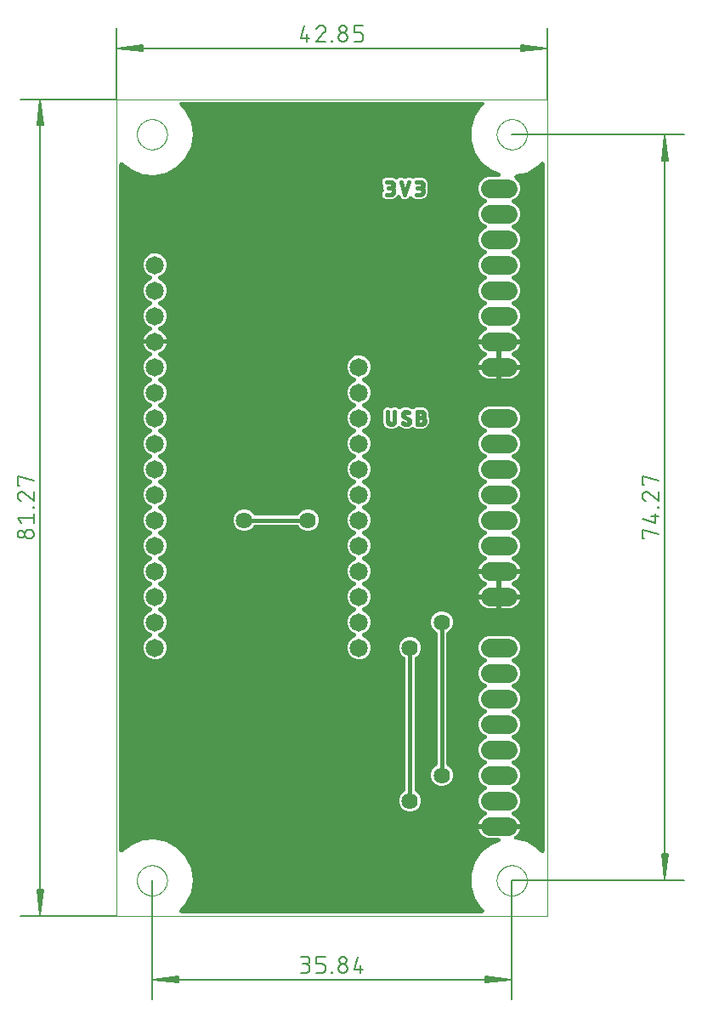
<source format=gtl>
G04 EAGLE Gerber RS-274X export*
G75*
%MOMM*%
%FSLAX34Y34*%
%LPD*%
%INTopLayer*%
%IPPOS*%
%AMOC8*
5,1,8,0,0,1.08239X$1,22.5*%
G01*
%ADD10C,0.000000*%
%ADD11C,0.406400*%
%ADD12C,0.130000*%
%ADD13C,0.152400*%
%ADD14C,1.812800*%
%ADD15C,1.828800*%
%ADD16C,1.625600*%

G36*
X364113Y-60947D02*
X364113Y-60947D01*
X364236Y-60944D01*
X364313Y-60927D01*
X364391Y-60919D01*
X364509Y-60883D01*
X364629Y-60856D01*
X364701Y-60824D01*
X364776Y-60801D01*
X364884Y-60743D01*
X364996Y-60693D01*
X365061Y-60647D01*
X365130Y-60609D01*
X365225Y-60531D01*
X365325Y-60460D01*
X365379Y-60402D01*
X365439Y-60352D01*
X365516Y-60256D01*
X365601Y-60166D01*
X365642Y-60099D01*
X365692Y-60038D01*
X365748Y-59929D01*
X365813Y-59825D01*
X365841Y-59751D01*
X365877Y-59681D01*
X365911Y-59563D01*
X365954Y-59447D01*
X365967Y-59370D01*
X365989Y-59294D01*
X365999Y-59171D01*
X366018Y-59050D01*
X366015Y-58971D01*
X366022Y-58892D01*
X366007Y-58771D01*
X366002Y-58648D01*
X365984Y-58571D01*
X365975Y-58493D01*
X365937Y-58376D01*
X365908Y-58256D01*
X365874Y-58185D01*
X365850Y-58110D01*
X365789Y-58003D01*
X365738Y-57891D01*
X365691Y-57828D01*
X365652Y-57759D01*
X365572Y-57666D01*
X365499Y-57567D01*
X365432Y-57504D01*
X365389Y-57455D01*
X365332Y-57411D01*
X365257Y-57340D01*
X363671Y-56075D01*
X356851Y-46071D01*
X353282Y-34502D01*
X353282Y-22394D01*
X356851Y-10825D01*
X363671Y-821D01*
X373137Y6728D01*
X380947Y9793D01*
X380968Y9804D01*
X380990Y9811D01*
X381147Y9896D01*
X381305Y9977D01*
X381324Y9991D01*
X381344Y10003D01*
X381481Y10116D01*
X381620Y10227D01*
X381636Y10245D01*
X381654Y10260D01*
X381765Y10399D01*
X381880Y10535D01*
X381891Y10556D01*
X381906Y10574D01*
X381988Y10732D01*
X382074Y10888D01*
X382081Y10911D01*
X382091Y10931D01*
X382141Y11102D01*
X382194Y11272D01*
X382196Y11296D01*
X382203Y11318D01*
X382217Y11495D01*
X382236Y11673D01*
X382234Y11696D01*
X382236Y11720D01*
X382215Y11896D01*
X382198Y12074D01*
X382192Y12096D01*
X382189Y12119D01*
X382134Y12288D01*
X382082Y12459D01*
X382071Y12480D01*
X382064Y12502D01*
X381976Y12657D01*
X381893Y12814D01*
X381878Y12832D01*
X381866Y12853D01*
X381750Y12987D01*
X381637Y13125D01*
X381618Y13140D01*
X381603Y13157D01*
X381463Y13266D01*
X381324Y13379D01*
X381303Y13390D01*
X381285Y13404D01*
X381125Y13484D01*
X380968Y13566D01*
X380945Y13573D01*
X380924Y13584D01*
X380752Y13630D01*
X380582Y13680D01*
X380558Y13682D01*
X380536Y13688D01*
X380205Y13715D01*
X370936Y13715D01*
X369120Y14003D01*
X367370Y14571D01*
X365732Y15406D01*
X364244Y16487D01*
X362943Y17788D01*
X361862Y19276D01*
X361027Y20914D01*
X360459Y22664D01*
X360428Y22861D01*
X380492Y22861D01*
X380510Y22862D01*
X380527Y22861D01*
X380710Y22882D01*
X380892Y22901D01*
X380909Y22906D01*
X380927Y22908D01*
X381005Y22933D01*
X381142Y22894D01*
X381160Y22892D01*
X381177Y22888D01*
X381508Y22861D01*
X401572Y22861D01*
X401541Y22664D01*
X400973Y20914D01*
X400138Y19276D01*
X399057Y17788D01*
X397756Y16487D01*
X396428Y15523D01*
X396322Y15428D01*
X396211Y15340D01*
X396172Y15294D01*
X396128Y15255D01*
X396042Y15142D01*
X395950Y15033D01*
X395921Y14981D01*
X395886Y14933D01*
X395824Y14805D01*
X395756Y14680D01*
X395738Y14624D01*
X395712Y14570D01*
X395677Y14432D01*
X395634Y14297D01*
X395628Y14237D01*
X395613Y14180D01*
X395606Y14038D01*
X395591Y13896D01*
X395596Y13837D01*
X395593Y13777D01*
X395615Y13637D01*
X395628Y13495D01*
X395645Y13438D01*
X395653Y13379D01*
X395702Y13246D01*
X395742Y13109D01*
X395770Y13057D01*
X395791Y13001D01*
X395865Y12879D01*
X395931Y12754D01*
X395969Y12708D01*
X396000Y12657D01*
X396096Y12552D01*
X396186Y12442D01*
X396233Y12405D01*
X396273Y12361D01*
X396388Y12277D01*
X396498Y12188D01*
X396551Y12160D01*
X396599Y12125D01*
X396728Y12065D01*
X396854Y11999D01*
X396919Y11979D01*
X396965Y11957D01*
X397045Y11939D01*
X397170Y11899D01*
X408285Y9362D01*
X418771Y3308D01*
X422439Y-645D01*
X422474Y-676D01*
X422504Y-712D01*
X422624Y-809D01*
X422741Y-912D01*
X422782Y-935D01*
X422818Y-965D01*
X422955Y-1036D01*
X423089Y-1114D01*
X423134Y-1129D01*
X423175Y-1150D01*
X423324Y-1193D01*
X423470Y-1243D01*
X423517Y-1249D01*
X423562Y-1262D01*
X423717Y-1274D01*
X423870Y-1294D01*
X423917Y-1291D01*
X423964Y-1295D01*
X424117Y-1277D01*
X424271Y-1266D01*
X424317Y-1253D01*
X424363Y-1248D01*
X424511Y-1200D01*
X424660Y-1159D01*
X424701Y-1137D01*
X424746Y-1123D01*
X424881Y-1047D01*
X425019Y-977D01*
X425056Y-948D01*
X425097Y-925D01*
X425214Y-824D01*
X425335Y-728D01*
X425366Y-692D01*
X425402Y-662D01*
X425496Y-540D01*
X425597Y-422D01*
X425620Y-381D01*
X425648Y-344D01*
X425717Y-205D01*
X425792Y-70D01*
X425807Y-25D01*
X425828Y17D01*
X425868Y167D01*
X425915Y314D01*
X425920Y360D01*
X425932Y406D01*
X425953Y654D01*
X425959Y714D01*
X425958Y724D01*
X425959Y736D01*
X425959Y685064D01*
X425955Y685110D01*
X425957Y685157D01*
X425935Y685311D01*
X425919Y685464D01*
X425906Y685509D01*
X425899Y685556D01*
X425847Y685701D01*
X425801Y685849D01*
X425779Y685890D01*
X425763Y685935D01*
X425683Y686067D01*
X425609Y686203D01*
X425579Y686239D01*
X425555Y686279D01*
X425451Y686394D01*
X425352Y686512D01*
X425315Y686542D01*
X425283Y686577D01*
X425158Y686668D01*
X425038Y686765D01*
X424996Y686786D01*
X424958Y686814D01*
X424818Y686879D01*
X424681Y686950D01*
X424635Y686963D01*
X424593Y686983D01*
X424442Y687019D01*
X424294Y687062D01*
X424247Y687065D01*
X424201Y687076D01*
X424047Y687082D01*
X423892Y687095D01*
X423846Y687089D01*
X423799Y687091D01*
X423646Y687066D01*
X423493Y687048D01*
X423448Y687033D01*
X423402Y687025D01*
X423257Y686971D01*
X423110Y686923D01*
X423069Y686900D01*
X423025Y686883D01*
X422894Y686801D01*
X422759Y686725D01*
X422724Y686694D01*
X422684Y686669D01*
X422500Y686501D01*
X422455Y686462D01*
X422448Y686454D01*
X422439Y686445D01*
X418771Y682492D01*
X408285Y676438D01*
X397495Y673975D01*
X397319Y673916D01*
X397145Y673861D01*
X397130Y673853D01*
X397113Y673847D01*
X396953Y673755D01*
X396792Y673666D01*
X396779Y673655D01*
X396764Y673646D01*
X396626Y673525D01*
X396485Y673406D01*
X396475Y673392D01*
X396461Y673380D01*
X396349Y673234D01*
X396236Y673090D01*
X396228Y673074D01*
X396217Y673060D01*
X396137Y672895D01*
X396053Y672731D01*
X396049Y672714D01*
X396041Y672698D01*
X395995Y672521D01*
X395945Y672343D01*
X395944Y672326D01*
X395940Y672309D01*
X395929Y672125D01*
X395916Y671941D01*
X395918Y671924D01*
X395917Y671907D01*
X395943Y671725D01*
X395966Y671542D01*
X395972Y671525D01*
X395974Y671508D01*
X396036Y671334D01*
X396095Y671160D01*
X396103Y671145D01*
X396109Y671129D01*
X396204Y670971D01*
X396296Y670811D01*
X396308Y670797D01*
X396316Y670783D01*
X396365Y670729D01*
X396510Y670558D01*
X400050Y667019D01*
X401829Y662724D01*
X401829Y658076D01*
X400050Y653781D01*
X396763Y650494D01*
X394548Y649577D01*
X394540Y649572D01*
X394531Y649570D01*
X394362Y649477D01*
X394193Y649386D01*
X394186Y649381D01*
X394178Y649376D01*
X394031Y649253D01*
X393882Y649130D01*
X393877Y649123D01*
X393870Y649117D01*
X393749Y648966D01*
X393629Y648817D01*
X393625Y648810D01*
X393619Y648802D01*
X393530Y648629D01*
X393442Y648461D01*
X393439Y648452D01*
X393435Y648444D01*
X393382Y648257D01*
X393329Y648074D01*
X393328Y648065D01*
X393325Y648057D01*
X393311Y647866D01*
X393294Y647673D01*
X393295Y647664D01*
X393294Y647656D01*
X393318Y647464D01*
X393339Y647273D01*
X393342Y647265D01*
X393343Y647256D01*
X393403Y647073D01*
X393462Y646890D01*
X393467Y646882D01*
X393469Y646874D01*
X393565Y646707D01*
X393659Y646538D01*
X393665Y646532D01*
X393669Y646524D01*
X393795Y646380D01*
X393920Y646233D01*
X393928Y646227D01*
X393933Y646220D01*
X394086Y646103D01*
X394238Y645984D01*
X394245Y645980D01*
X394253Y645975D01*
X394548Y645823D01*
X396763Y644906D01*
X400050Y641619D01*
X401829Y637324D01*
X401829Y632676D01*
X400050Y628381D01*
X396763Y625094D01*
X394548Y624177D01*
X394540Y624172D01*
X394531Y624170D01*
X394362Y624077D01*
X394193Y623986D01*
X394186Y623981D01*
X394178Y623976D01*
X394031Y623853D01*
X393882Y623730D01*
X393877Y623723D01*
X393870Y623717D01*
X393749Y623566D01*
X393629Y623417D01*
X393625Y623410D01*
X393619Y623402D01*
X393530Y623229D01*
X393442Y623061D01*
X393439Y623052D01*
X393435Y623044D01*
X393382Y622858D01*
X393329Y622674D01*
X393328Y622665D01*
X393325Y622657D01*
X393311Y622466D01*
X393294Y622273D01*
X393295Y622264D01*
X393294Y622256D01*
X393318Y622064D01*
X393339Y621873D01*
X393342Y621865D01*
X393343Y621856D01*
X393404Y621672D01*
X393462Y621490D01*
X393467Y621482D01*
X393469Y621474D01*
X393565Y621307D01*
X393659Y621138D01*
X393665Y621132D01*
X393669Y621124D01*
X393795Y620980D01*
X393920Y620833D01*
X393928Y620827D01*
X393933Y620820D01*
X394086Y620703D01*
X394238Y620584D01*
X394245Y620580D01*
X394253Y620575D01*
X394548Y620423D01*
X396763Y619506D01*
X400050Y616219D01*
X401829Y611924D01*
X401829Y607276D01*
X400050Y602981D01*
X396763Y599694D01*
X394548Y598777D01*
X394540Y598772D01*
X394531Y598770D01*
X394362Y598677D01*
X394193Y598586D01*
X394186Y598581D01*
X394178Y598576D01*
X394031Y598453D01*
X393882Y598330D01*
X393877Y598323D01*
X393870Y598317D01*
X393749Y598166D01*
X393629Y598017D01*
X393625Y598010D01*
X393619Y598002D01*
X393530Y597829D01*
X393442Y597661D01*
X393439Y597652D01*
X393435Y597644D01*
X393382Y597458D01*
X393329Y597274D01*
X393328Y597265D01*
X393325Y597257D01*
X393311Y597066D01*
X393294Y596873D01*
X393295Y596864D01*
X393294Y596856D01*
X393318Y596664D01*
X393339Y596473D01*
X393342Y596465D01*
X393343Y596456D01*
X393403Y596273D01*
X393462Y596090D01*
X393467Y596082D01*
X393469Y596074D01*
X393565Y595907D01*
X393659Y595738D01*
X393665Y595732D01*
X393669Y595724D01*
X393795Y595580D01*
X393920Y595433D01*
X393928Y595427D01*
X393933Y595420D01*
X394086Y595303D01*
X394238Y595184D01*
X394245Y595180D01*
X394253Y595175D01*
X394548Y595023D01*
X396763Y594106D01*
X400050Y590819D01*
X401829Y586524D01*
X401829Y581876D01*
X400050Y577581D01*
X396763Y574294D01*
X394548Y573377D01*
X394540Y573372D01*
X394531Y573370D01*
X394362Y573277D01*
X394193Y573186D01*
X394186Y573181D01*
X394178Y573176D01*
X394031Y573053D01*
X393882Y572930D01*
X393877Y572923D01*
X393870Y572917D01*
X393749Y572766D01*
X393629Y572617D01*
X393625Y572610D01*
X393619Y572602D01*
X393530Y572429D01*
X393442Y572261D01*
X393439Y572252D01*
X393435Y572244D01*
X393382Y572058D01*
X393329Y571874D01*
X393328Y571865D01*
X393325Y571857D01*
X393311Y571666D01*
X393294Y571473D01*
X393295Y571464D01*
X393294Y571456D01*
X393318Y571264D01*
X393339Y571073D01*
X393342Y571065D01*
X393343Y571056D01*
X393403Y570873D01*
X393462Y570690D01*
X393467Y570682D01*
X393469Y570674D01*
X393565Y570507D01*
X393659Y570338D01*
X393665Y570332D01*
X393669Y570324D01*
X393795Y570180D01*
X393920Y570033D01*
X393928Y570027D01*
X393933Y570020D01*
X394086Y569903D01*
X394238Y569784D01*
X394245Y569780D01*
X394253Y569775D01*
X394548Y569623D01*
X396763Y568706D01*
X400050Y565419D01*
X401829Y561124D01*
X401829Y556476D01*
X400050Y552181D01*
X396763Y548894D01*
X394548Y547977D01*
X394540Y547972D01*
X394531Y547970D01*
X394362Y547877D01*
X394193Y547786D01*
X394186Y547781D01*
X394178Y547776D01*
X394031Y547653D01*
X393882Y547530D01*
X393877Y547523D01*
X393870Y547517D01*
X393749Y547366D01*
X393629Y547217D01*
X393625Y547210D01*
X393619Y547202D01*
X393530Y547029D01*
X393442Y546861D01*
X393439Y546852D01*
X393435Y546844D01*
X393382Y546658D01*
X393329Y546474D01*
X393328Y546465D01*
X393325Y546457D01*
X393311Y546266D01*
X393294Y546073D01*
X393295Y546064D01*
X393294Y546056D01*
X393318Y545864D01*
X393339Y545673D01*
X393342Y545665D01*
X393343Y545656D01*
X393403Y545473D01*
X393462Y545290D01*
X393467Y545282D01*
X393469Y545274D01*
X393565Y545106D01*
X393659Y544938D01*
X393665Y544932D01*
X393669Y544924D01*
X393795Y544780D01*
X393920Y544633D01*
X393928Y544627D01*
X393933Y544620D01*
X394086Y544503D01*
X394238Y544384D01*
X394245Y544380D01*
X394253Y544375D01*
X394548Y544223D01*
X396763Y543306D01*
X400050Y540019D01*
X401829Y535724D01*
X401829Y531076D01*
X400050Y526781D01*
X396763Y523494D01*
X394600Y522598D01*
X394521Y522556D01*
X394438Y522523D01*
X394344Y522461D01*
X394245Y522408D01*
X394176Y522351D01*
X394101Y522302D01*
X394021Y522223D01*
X393934Y522152D01*
X393878Y522082D01*
X393814Y522019D01*
X393752Y521926D01*
X393681Y521839D01*
X393639Y521760D01*
X393589Y521686D01*
X393546Y521582D01*
X393494Y521482D01*
X393469Y521397D01*
X393434Y521314D01*
X393412Y521204D01*
X393381Y521096D01*
X393373Y521007D01*
X393355Y520919D01*
X393356Y520807D01*
X393346Y520695D01*
X393356Y520606D01*
X393356Y520517D01*
X393379Y520406D01*
X393391Y520295D01*
X393418Y520210D01*
X393436Y520122D01*
X393480Y520019D01*
X393514Y519911D01*
X393558Y519833D01*
X393593Y519751D01*
X393656Y519658D01*
X393711Y519560D01*
X393769Y519492D01*
X393819Y519418D01*
X393899Y519340D01*
X393972Y519254D01*
X394043Y519199D01*
X394107Y519136D01*
X394201Y519075D01*
X394289Y519006D01*
X394369Y518966D01*
X394444Y518917D01*
X394508Y518890D01*
X396268Y517994D01*
X397756Y516913D01*
X399057Y515612D01*
X400138Y514124D01*
X400973Y512486D01*
X401541Y510736D01*
X401572Y510539D01*
X381508Y510539D01*
X381490Y510537D01*
X381473Y510539D01*
X381290Y510518D01*
X381108Y510499D01*
X381091Y510494D01*
X381073Y510492D01*
X380995Y510467D01*
X380858Y510506D01*
X380840Y510508D01*
X380823Y510512D01*
X380492Y510539D01*
X360428Y510539D01*
X360459Y510736D01*
X361027Y512486D01*
X361862Y514124D01*
X362943Y515612D01*
X364244Y516913D01*
X365732Y517994D01*
X367415Y518851D01*
X367417Y518852D01*
X367428Y518858D01*
X367513Y518901D01*
X367530Y518912D01*
X367618Y518951D01*
X367692Y519002D01*
X367770Y519045D01*
X367856Y519117D01*
X367948Y519182D01*
X368010Y519247D01*
X368078Y519304D01*
X368148Y519392D01*
X368226Y519473D01*
X368273Y519549D01*
X368329Y519619D01*
X368380Y519719D01*
X368440Y519814D01*
X368472Y519898D01*
X368513Y519977D01*
X368544Y520085D01*
X368584Y520190D01*
X368598Y520279D01*
X368623Y520365D01*
X368631Y520477D01*
X368650Y520588D01*
X368647Y520677D01*
X368654Y520766D01*
X368640Y520877D01*
X368636Y520990D01*
X368616Y521077D01*
X368605Y521166D01*
X368570Y521272D01*
X368544Y521382D01*
X368507Y521463D01*
X368479Y521548D01*
X368423Y521645D01*
X368376Y521748D01*
X368323Y521820D01*
X368279Y521898D01*
X368205Y521982D01*
X368139Y522073D01*
X368073Y522134D01*
X368015Y522201D01*
X367926Y522270D01*
X367843Y522346D01*
X367766Y522392D01*
X367695Y522447D01*
X367571Y522511D01*
X367498Y522554D01*
X367455Y522570D01*
X367400Y522598D01*
X365237Y523494D01*
X361950Y526781D01*
X360171Y531076D01*
X360171Y535724D01*
X361950Y540019D01*
X365237Y543306D01*
X367452Y544223D01*
X367460Y544228D01*
X367469Y544230D01*
X367636Y544322D01*
X367807Y544414D01*
X367814Y544419D01*
X367822Y544424D01*
X367969Y544547D01*
X368118Y544670D01*
X368123Y544677D01*
X368130Y544683D01*
X368250Y544833D01*
X368371Y544983D01*
X368375Y544991D01*
X368381Y544997D01*
X368469Y545168D01*
X368558Y545339D01*
X368561Y545348D01*
X368565Y545356D01*
X368617Y545539D01*
X368671Y545725D01*
X368672Y545735D01*
X368675Y545743D01*
X368689Y545934D01*
X368706Y546127D01*
X368705Y546136D01*
X368706Y546144D01*
X368683Y546334D01*
X368661Y546527D01*
X368658Y546535D01*
X368657Y546544D01*
X368597Y546726D01*
X368538Y546910D01*
X368533Y546918D01*
X368531Y546926D01*
X368435Y547094D01*
X368341Y547261D01*
X368336Y547268D01*
X368331Y547276D01*
X368205Y547421D01*
X368080Y547567D01*
X368072Y547573D01*
X368067Y547580D01*
X367914Y547697D01*
X367763Y547816D01*
X367754Y547820D01*
X367747Y547825D01*
X367452Y547977D01*
X365237Y548894D01*
X361950Y552181D01*
X360171Y556476D01*
X360171Y561124D01*
X361950Y565419D01*
X365237Y568706D01*
X367452Y569623D01*
X367460Y569628D01*
X367469Y569630D01*
X367636Y569722D01*
X367807Y569814D01*
X367814Y569819D01*
X367822Y569824D01*
X367969Y569947D01*
X368118Y570070D01*
X368123Y570077D01*
X368130Y570083D01*
X368250Y570233D01*
X368371Y570383D01*
X368375Y570391D01*
X368381Y570397D01*
X368469Y570568D01*
X368558Y570739D01*
X368561Y570748D01*
X368565Y570756D01*
X368617Y570939D01*
X368671Y571125D01*
X368672Y571135D01*
X368675Y571143D01*
X368689Y571334D01*
X368706Y571527D01*
X368705Y571536D01*
X368706Y571544D01*
X368683Y571734D01*
X368661Y571927D01*
X368658Y571935D01*
X368657Y571944D01*
X368597Y572126D01*
X368538Y572310D01*
X368533Y572318D01*
X368531Y572326D01*
X368435Y572494D01*
X368341Y572661D01*
X368336Y572668D01*
X368331Y572676D01*
X368205Y572821D01*
X368080Y572967D01*
X368072Y572973D01*
X368067Y572980D01*
X367914Y573097D01*
X367763Y573216D01*
X367754Y573220D01*
X367747Y573225D01*
X367452Y573377D01*
X365237Y574294D01*
X361950Y577581D01*
X360171Y581876D01*
X360171Y586524D01*
X361950Y590819D01*
X365237Y594106D01*
X367452Y595023D01*
X367460Y595028D01*
X367469Y595030D01*
X367636Y595122D01*
X367807Y595214D01*
X367814Y595219D01*
X367822Y595224D01*
X367969Y595347D01*
X368118Y595470D01*
X368123Y595477D01*
X368130Y595483D01*
X368250Y595633D01*
X368371Y595783D01*
X368375Y595791D01*
X368381Y595797D01*
X368469Y595968D01*
X368558Y596139D01*
X368561Y596148D01*
X368565Y596156D01*
X368617Y596339D01*
X368671Y596525D01*
X368672Y596535D01*
X368675Y596543D01*
X368689Y596734D01*
X368706Y596927D01*
X368705Y596936D01*
X368706Y596944D01*
X368683Y597134D01*
X368661Y597327D01*
X368658Y597335D01*
X368657Y597344D01*
X368597Y597526D01*
X368538Y597710D01*
X368533Y597718D01*
X368531Y597726D01*
X368435Y597894D01*
X368341Y598061D01*
X368336Y598068D01*
X368331Y598076D01*
X368205Y598221D01*
X368080Y598367D01*
X368072Y598373D01*
X368067Y598380D01*
X367914Y598497D01*
X367763Y598616D01*
X367754Y598620D01*
X367747Y598625D01*
X367452Y598777D01*
X365237Y599694D01*
X361950Y602981D01*
X360171Y607276D01*
X360171Y611924D01*
X361950Y616219D01*
X365237Y619506D01*
X367452Y620423D01*
X367460Y620428D01*
X367469Y620430D01*
X367636Y620522D01*
X367807Y620614D01*
X367814Y620619D01*
X367822Y620624D01*
X367969Y620747D01*
X368118Y620870D01*
X368123Y620877D01*
X368130Y620883D01*
X368250Y621033D01*
X368371Y621183D01*
X368375Y621191D01*
X368381Y621197D01*
X368469Y621368D01*
X368558Y621539D01*
X368561Y621548D01*
X368565Y621556D01*
X368617Y621739D01*
X368671Y621925D01*
X368672Y621935D01*
X368675Y621943D01*
X368689Y622134D01*
X368706Y622327D01*
X368705Y622336D01*
X368706Y622344D01*
X368683Y622534D01*
X368661Y622727D01*
X368658Y622735D01*
X368657Y622744D01*
X368597Y622926D01*
X368538Y623110D01*
X368533Y623118D01*
X368531Y623126D01*
X368435Y623294D01*
X368341Y623461D01*
X368336Y623468D01*
X368331Y623476D01*
X368205Y623621D01*
X368080Y623767D01*
X368072Y623773D01*
X368067Y623780D01*
X367914Y623897D01*
X367763Y624016D01*
X367754Y624020D01*
X367747Y624025D01*
X367452Y624177D01*
X365237Y625094D01*
X361950Y628381D01*
X360171Y632676D01*
X360171Y637324D01*
X361950Y641619D01*
X365237Y644906D01*
X367452Y645823D01*
X367460Y645828D01*
X367469Y645830D01*
X367636Y645922D01*
X367807Y646014D01*
X367814Y646019D01*
X367822Y646024D01*
X367969Y646147D01*
X368118Y646270D01*
X368123Y646277D01*
X368130Y646283D01*
X368250Y646433D01*
X368371Y646583D01*
X368375Y646591D01*
X368381Y646597D01*
X368469Y646768D01*
X368558Y646939D01*
X368561Y646948D01*
X368565Y646956D01*
X368617Y647139D01*
X368671Y647325D01*
X368672Y647335D01*
X368675Y647343D01*
X368689Y647531D01*
X368706Y647727D01*
X368705Y647736D01*
X368706Y647744D01*
X368683Y647934D01*
X368661Y648127D01*
X368658Y648135D01*
X368657Y648144D01*
X368597Y648325D01*
X368538Y648510D01*
X368533Y648518D01*
X368531Y648526D01*
X368435Y648694D01*
X368341Y648861D01*
X368336Y648868D01*
X368331Y648876D01*
X368205Y649021D01*
X368080Y649167D01*
X368072Y649173D01*
X368067Y649180D01*
X367914Y649297D01*
X367763Y649416D01*
X367754Y649420D01*
X367747Y649425D01*
X367452Y649577D01*
X365237Y650494D01*
X361950Y653781D01*
X360171Y658076D01*
X360171Y662724D01*
X361950Y667019D01*
X365237Y670306D01*
X365582Y670449D01*
X369532Y672085D01*
X380205Y672085D01*
X380228Y672087D01*
X380252Y672085D01*
X380429Y672107D01*
X380606Y672125D01*
X380628Y672132D01*
X380651Y672134D01*
X380820Y672190D01*
X380990Y672243D01*
X381011Y672254D01*
X381033Y672261D01*
X381188Y672350D01*
X381344Y672435D01*
X381362Y672449D01*
X381383Y672461D01*
X381517Y672579D01*
X381654Y672692D01*
X381668Y672711D01*
X381686Y672726D01*
X381794Y672867D01*
X381906Y673006D01*
X381917Y673027D01*
X381931Y673046D01*
X382010Y673206D01*
X382092Y673363D01*
X382098Y673386D01*
X382108Y673407D01*
X382154Y673580D01*
X382203Y673750D01*
X382205Y673774D01*
X382211Y673796D01*
X382221Y673974D01*
X382236Y674152D01*
X382233Y674175D01*
X382234Y674198D01*
X382210Y674375D01*
X382189Y674551D01*
X382182Y674574D01*
X382178Y674597D01*
X382119Y674765D01*
X382064Y674934D01*
X382053Y674955D01*
X382045Y674977D01*
X381954Y675130D01*
X381866Y675285D01*
X381851Y675303D01*
X381839Y675323D01*
X381719Y675455D01*
X381603Y675589D01*
X381584Y675604D01*
X381569Y675621D01*
X381426Y675727D01*
X381285Y675836D01*
X381264Y675847D01*
X381245Y675861D01*
X380947Y676007D01*
X373137Y679072D01*
X363671Y686621D01*
X356851Y696625D01*
X353282Y708194D01*
X353282Y720302D01*
X356851Y731871D01*
X363671Y741875D01*
X365132Y743040D01*
X365220Y743126D01*
X365314Y743204D01*
X365364Y743266D01*
X365420Y743321D01*
X365489Y743422D01*
X365566Y743518D01*
X365603Y743588D01*
X365647Y743653D01*
X365695Y743766D01*
X365752Y743875D01*
X365774Y743951D01*
X365805Y744024D01*
X365829Y744144D01*
X365863Y744262D01*
X365870Y744341D01*
X365886Y744418D01*
X365886Y744541D01*
X365896Y744664D01*
X365887Y744742D01*
X365887Y744821D01*
X365864Y744941D01*
X365849Y745063D01*
X365825Y745139D01*
X365810Y745216D01*
X365763Y745329D01*
X365724Y745446D01*
X365686Y745515D01*
X365655Y745588D01*
X365587Y745690D01*
X365527Y745797D01*
X365475Y745857D01*
X365431Y745922D01*
X365344Y746009D01*
X365263Y746102D01*
X365201Y746150D01*
X365145Y746205D01*
X365042Y746273D01*
X364945Y746348D01*
X364875Y746383D01*
X364809Y746427D01*
X364695Y746473D01*
X364585Y746528D01*
X364508Y746548D01*
X364435Y746578D01*
X364315Y746600D01*
X364196Y746632D01*
X364104Y746640D01*
X364040Y746652D01*
X363968Y746651D01*
X363865Y746659D01*
X64425Y746659D01*
X64253Y746642D01*
X64081Y746630D01*
X64053Y746622D01*
X64024Y746619D01*
X63859Y746569D01*
X63693Y746523D01*
X63667Y746510D01*
X63639Y746501D01*
X63488Y746419D01*
X63334Y746341D01*
X63311Y746323D01*
X63285Y746309D01*
X63153Y746199D01*
X63017Y746093D01*
X62998Y746070D01*
X62976Y746052D01*
X62868Y745917D01*
X62756Y745786D01*
X62742Y745761D01*
X62724Y745738D01*
X62644Y745585D01*
X62560Y745434D01*
X62551Y745406D01*
X62538Y745381D01*
X62490Y745215D01*
X62438Y745051D01*
X62435Y745022D01*
X62427Y744994D01*
X62413Y744822D01*
X62394Y744651D01*
X62396Y744622D01*
X62394Y744592D01*
X62414Y744421D01*
X62429Y744250D01*
X62437Y744222D01*
X62441Y744193D01*
X62494Y744028D01*
X62543Y743863D01*
X62556Y743838D01*
X62565Y743810D01*
X62650Y743659D01*
X62731Y743507D01*
X62751Y743482D01*
X62763Y743459D01*
X62819Y743395D01*
X62936Y743246D01*
X68612Y737129D01*
X73865Y726220D01*
X75670Y714248D01*
X73865Y702276D01*
X68612Y691367D01*
X60377Y682492D01*
X49891Y676438D01*
X38087Y673744D01*
X26014Y674649D01*
X14743Y679072D01*
X5838Y686173D01*
X5757Y686226D01*
X5682Y686286D01*
X5589Y686335D01*
X5500Y686392D01*
X5410Y686427D01*
X5325Y686472D01*
X5224Y686501D01*
X5126Y686539D01*
X5031Y686556D01*
X4938Y686583D01*
X4833Y686592D01*
X4729Y686610D01*
X4633Y686608D01*
X4536Y686616D01*
X4432Y686604D01*
X4327Y686602D01*
X4233Y686580D01*
X4137Y686569D01*
X4037Y686537D01*
X3934Y686514D01*
X3846Y686474D01*
X3754Y686444D01*
X3662Y686393D01*
X3566Y686350D01*
X3487Y686294D01*
X3403Y686246D01*
X3324Y686178D01*
X3238Y686117D01*
X3172Y686046D01*
X3098Y685983D01*
X3034Y685900D01*
X2962Y685824D01*
X2911Y685742D01*
X2852Y685665D01*
X2805Y685571D01*
X2749Y685482D01*
X2716Y685391D01*
X2672Y685305D01*
X2645Y685203D01*
X2608Y685105D01*
X2593Y685009D01*
X2568Y684916D01*
X2557Y684787D01*
X2544Y684707D01*
X2546Y684655D01*
X2541Y684585D01*
X2541Y1215D01*
X2550Y1119D01*
X2550Y1022D01*
X2570Y919D01*
X2581Y814D01*
X2609Y722D01*
X2628Y627D01*
X2668Y530D01*
X2699Y429D01*
X2745Y344D01*
X2782Y255D01*
X2840Y168D01*
X2891Y75D01*
X2952Y1D01*
X3006Y-79D01*
X3081Y-153D01*
X3148Y-234D01*
X3224Y-295D01*
X3292Y-363D01*
X3380Y-420D01*
X3462Y-486D01*
X3548Y-531D01*
X3629Y-584D01*
X3726Y-623D01*
X3819Y-672D01*
X3912Y-699D01*
X4002Y-735D01*
X4105Y-754D01*
X4206Y-783D01*
X4303Y-791D01*
X4398Y-809D01*
X4503Y-807D01*
X4608Y-816D01*
X4704Y-805D01*
X4800Y-804D01*
X4903Y-781D01*
X5007Y-769D01*
X5099Y-739D01*
X5194Y-719D01*
X5290Y-677D01*
X5390Y-644D01*
X5474Y-597D01*
X5563Y-558D01*
X5670Y-486D01*
X5741Y-446D01*
X5780Y-412D01*
X5838Y-373D01*
X14743Y6728D01*
X26014Y11151D01*
X38087Y12056D01*
X49891Y9362D01*
X60377Y3308D01*
X68612Y-5567D01*
X73865Y-16476D01*
X75670Y-28448D01*
X73865Y-40420D01*
X68612Y-51329D01*
X62843Y-57546D01*
X62739Y-57684D01*
X62631Y-57818D01*
X62617Y-57844D01*
X62600Y-57867D01*
X62524Y-58023D01*
X62445Y-58175D01*
X62437Y-58203D01*
X62424Y-58230D01*
X62381Y-58397D01*
X62334Y-58562D01*
X62331Y-58591D01*
X62324Y-58620D01*
X62315Y-58792D01*
X62301Y-58964D01*
X62304Y-58993D01*
X62303Y-59022D01*
X62328Y-59193D01*
X62348Y-59363D01*
X62357Y-59391D01*
X62361Y-59420D01*
X62419Y-59582D01*
X62473Y-59746D01*
X62487Y-59772D01*
X62497Y-59799D01*
X62586Y-59946D01*
X62671Y-60097D01*
X62690Y-60119D01*
X62705Y-60144D01*
X62821Y-60271D01*
X62934Y-60402D01*
X62957Y-60419D01*
X62977Y-60441D01*
X63116Y-60543D01*
X63252Y-60648D01*
X63278Y-60661D01*
X63302Y-60679D01*
X63458Y-60751D01*
X63612Y-60828D01*
X63641Y-60835D01*
X63667Y-60847D01*
X63834Y-60887D01*
X64001Y-60932D01*
X64034Y-60935D01*
X64059Y-60941D01*
X64144Y-60944D01*
X64332Y-60959D01*
X363991Y-60959D01*
X364113Y-60947D01*
G37*
%LPC*%
G36*
X380858Y27906D02*
X380858Y27906D01*
X380840Y27908D01*
X380823Y27912D01*
X380492Y27939D01*
X360428Y27939D01*
X360459Y28136D01*
X361027Y29886D01*
X361862Y31524D01*
X362943Y33012D01*
X364244Y34313D01*
X365732Y35394D01*
X367415Y36251D01*
X367417Y36252D01*
X367427Y36257D01*
X367513Y36301D01*
X367530Y36312D01*
X367619Y36351D01*
X367692Y36402D01*
X367770Y36445D01*
X367856Y36518D01*
X367948Y36582D01*
X368010Y36647D01*
X368078Y36704D01*
X368148Y36792D01*
X368226Y36874D01*
X368273Y36949D01*
X368329Y37019D01*
X368380Y37119D01*
X368441Y37215D01*
X368472Y37298D01*
X368513Y37377D01*
X368544Y37486D01*
X368584Y37591D01*
X368598Y37679D01*
X368623Y37765D01*
X368631Y37877D01*
X368650Y37988D01*
X368647Y38077D01*
X368654Y38166D01*
X368640Y38278D01*
X368636Y38390D01*
X368616Y38477D01*
X368605Y38566D01*
X368570Y38672D01*
X368544Y38782D01*
X368507Y38863D01*
X368479Y38948D01*
X368423Y39046D01*
X368376Y39148D01*
X368323Y39220D01*
X368279Y39298D01*
X368205Y39383D01*
X368139Y39474D01*
X368073Y39534D01*
X368015Y39601D01*
X367925Y39670D01*
X367842Y39746D01*
X367766Y39792D01*
X367695Y39847D01*
X367570Y39911D01*
X367498Y39955D01*
X367454Y39970D01*
X367400Y39998D01*
X365237Y40894D01*
X361950Y44181D01*
X360171Y48476D01*
X360171Y53124D01*
X361950Y57419D01*
X365237Y60706D01*
X367452Y61623D01*
X367460Y61628D01*
X367469Y61630D01*
X367637Y61722D01*
X367807Y61814D01*
X367814Y61819D01*
X367822Y61824D01*
X367968Y61947D01*
X368117Y62070D01*
X368123Y62077D01*
X368130Y62083D01*
X368250Y62233D01*
X368371Y62383D01*
X368375Y62391D01*
X368381Y62397D01*
X368469Y62568D01*
X368558Y62739D01*
X368561Y62748D01*
X368565Y62756D01*
X368617Y62940D01*
X368671Y63126D01*
X368672Y63134D01*
X368675Y63143D01*
X368689Y63334D01*
X368706Y63527D01*
X368705Y63536D01*
X368706Y63544D01*
X368683Y63734D01*
X368661Y63927D01*
X368658Y63935D01*
X368657Y63944D01*
X368597Y64126D01*
X368538Y64310D01*
X368533Y64318D01*
X368531Y64326D01*
X368435Y64494D01*
X368341Y64662D01*
X368336Y64668D01*
X368331Y64676D01*
X368205Y64821D01*
X368079Y64967D01*
X368072Y64973D01*
X368067Y64980D01*
X367913Y65097D01*
X367762Y65216D01*
X367755Y65220D01*
X367747Y65225D01*
X367452Y65377D01*
X365237Y66294D01*
X361950Y69581D01*
X360171Y73876D01*
X360171Y78524D01*
X361950Y82819D01*
X365237Y86106D01*
X367452Y87023D01*
X367460Y87028D01*
X367469Y87030D01*
X367639Y87123D01*
X367807Y87214D01*
X367814Y87219D01*
X367822Y87224D01*
X367970Y87348D01*
X368118Y87470D01*
X368123Y87477D01*
X368130Y87483D01*
X368250Y87633D01*
X368371Y87783D01*
X368375Y87791D01*
X368381Y87798D01*
X368468Y87967D01*
X368558Y88139D01*
X368561Y88148D01*
X368565Y88156D01*
X368617Y88338D01*
X368671Y88526D01*
X368672Y88535D01*
X368675Y88543D01*
X368689Y88734D01*
X368706Y88927D01*
X368705Y88936D01*
X368706Y88944D01*
X368682Y89135D01*
X368661Y89327D01*
X368658Y89335D01*
X368657Y89344D01*
X368597Y89526D01*
X368538Y89710D01*
X368533Y89718D01*
X368530Y89726D01*
X368435Y89894D01*
X368341Y90062D01*
X368336Y90068D01*
X368331Y90076D01*
X368204Y90222D01*
X368079Y90367D01*
X368072Y90373D01*
X368067Y90380D01*
X367914Y90497D01*
X367762Y90616D01*
X367754Y90620D01*
X367747Y90625D01*
X367452Y90777D01*
X365237Y91694D01*
X361950Y94981D01*
X360171Y99276D01*
X360171Y103924D01*
X361950Y108219D01*
X365237Y111506D01*
X367452Y112423D01*
X367460Y112428D01*
X367469Y112430D01*
X367636Y112522D01*
X367807Y112614D01*
X367814Y112619D01*
X367822Y112624D01*
X367969Y112747D01*
X368118Y112870D01*
X368123Y112877D01*
X368130Y112883D01*
X368250Y113033D01*
X368371Y113183D01*
X368375Y113191D01*
X368381Y113197D01*
X368469Y113368D01*
X368558Y113539D01*
X368561Y113548D01*
X368565Y113556D01*
X368617Y113739D01*
X368671Y113925D01*
X368672Y113935D01*
X368675Y113943D01*
X368689Y114134D01*
X368706Y114327D01*
X368705Y114336D01*
X368706Y114344D01*
X368683Y114534D01*
X368661Y114727D01*
X368658Y114735D01*
X368657Y114744D01*
X368597Y114926D01*
X368538Y115110D01*
X368533Y115118D01*
X368531Y115126D01*
X368435Y115294D01*
X368341Y115461D01*
X368336Y115468D01*
X368331Y115476D01*
X368205Y115621D01*
X368080Y115767D01*
X368072Y115773D01*
X368067Y115780D01*
X367914Y115897D01*
X367763Y116016D01*
X367754Y116020D01*
X367747Y116025D01*
X367452Y116177D01*
X365237Y117094D01*
X361950Y120381D01*
X360171Y124676D01*
X360171Y129324D01*
X361950Y133619D01*
X365237Y136906D01*
X367452Y137823D01*
X367460Y137828D01*
X367469Y137830D01*
X367636Y137922D01*
X367807Y138014D01*
X367814Y138019D01*
X367822Y138024D01*
X367969Y138147D01*
X368118Y138270D01*
X368123Y138277D01*
X368130Y138283D01*
X368250Y138433D01*
X368371Y138583D01*
X368375Y138591D01*
X368381Y138597D01*
X368469Y138768D01*
X368558Y138939D01*
X368561Y138948D01*
X368565Y138956D01*
X368617Y139139D01*
X368671Y139325D01*
X368672Y139335D01*
X368675Y139343D01*
X368689Y139534D01*
X368706Y139727D01*
X368705Y139736D01*
X368706Y139744D01*
X368683Y139934D01*
X368661Y140127D01*
X368658Y140135D01*
X368657Y140144D01*
X368597Y140326D01*
X368538Y140510D01*
X368533Y140518D01*
X368531Y140526D01*
X368435Y140694D01*
X368341Y140861D01*
X368336Y140868D01*
X368331Y140876D01*
X368205Y141021D01*
X368080Y141167D01*
X368072Y141173D01*
X368067Y141180D01*
X367914Y141297D01*
X367763Y141416D01*
X367754Y141420D01*
X367747Y141425D01*
X367452Y141577D01*
X365237Y142494D01*
X361950Y145781D01*
X360171Y150076D01*
X360171Y154724D01*
X361950Y159019D01*
X365237Y162306D01*
X367452Y163223D01*
X367460Y163228D01*
X367469Y163230D01*
X367636Y163322D01*
X367807Y163414D01*
X367814Y163419D01*
X367822Y163424D01*
X367969Y163547D01*
X368118Y163670D01*
X368123Y163677D01*
X368130Y163683D01*
X368250Y163833D01*
X368371Y163983D01*
X368375Y163991D01*
X368381Y163997D01*
X368469Y164168D01*
X368558Y164339D01*
X368561Y164348D01*
X368565Y164356D01*
X368617Y164539D01*
X368671Y164725D01*
X368672Y164735D01*
X368675Y164743D01*
X368689Y164934D01*
X368706Y165127D01*
X368705Y165136D01*
X368706Y165144D01*
X368683Y165334D01*
X368661Y165527D01*
X368658Y165535D01*
X368657Y165544D01*
X368597Y165726D01*
X368538Y165910D01*
X368533Y165918D01*
X368531Y165926D01*
X368435Y166094D01*
X368341Y166261D01*
X368336Y166268D01*
X368331Y166276D01*
X368205Y166421D01*
X368080Y166567D01*
X368072Y166573D01*
X368067Y166580D01*
X367914Y166697D01*
X367763Y166816D01*
X367754Y166820D01*
X367747Y166825D01*
X367452Y166977D01*
X365237Y167894D01*
X361950Y171181D01*
X360171Y175476D01*
X360171Y180124D01*
X361950Y184419D01*
X365237Y187706D01*
X367452Y188623D01*
X367460Y188628D01*
X367469Y188630D01*
X367636Y188722D01*
X367807Y188814D01*
X367814Y188819D01*
X367822Y188824D01*
X367969Y188947D01*
X368118Y189070D01*
X368123Y189077D01*
X368130Y189083D01*
X368250Y189233D01*
X368371Y189383D01*
X368375Y189391D01*
X368381Y189397D01*
X368469Y189568D01*
X368558Y189739D01*
X368561Y189748D01*
X368565Y189756D01*
X368617Y189938D01*
X368671Y190125D01*
X368672Y190135D01*
X368675Y190143D01*
X368689Y190334D01*
X368706Y190527D01*
X368705Y190536D01*
X368706Y190544D01*
X368683Y190733D01*
X368661Y190927D01*
X368658Y190935D01*
X368657Y190944D01*
X368597Y191126D01*
X368538Y191310D01*
X368533Y191318D01*
X368531Y191326D01*
X368435Y191494D01*
X368341Y191661D01*
X368336Y191668D01*
X368331Y191676D01*
X368205Y191821D01*
X368080Y191967D01*
X368072Y191973D01*
X368067Y191980D01*
X367914Y192097D01*
X367763Y192216D01*
X367754Y192220D01*
X367747Y192225D01*
X367452Y192377D01*
X365237Y193294D01*
X361950Y196581D01*
X360171Y200876D01*
X360171Y205524D01*
X361950Y209819D01*
X365237Y213106D01*
X369532Y214885D01*
X392468Y214885D01*
X396763Y213106D01*
X400050Y209819D01*
X401829Y205524D01*
X401829Y200876D01*
X400050Y196581D01*
X396763Y193294D01*
X394548Y192377D01*
X394540Y192372D01*
X394531Y192370D01*
X394362Y192277D01*
X394193Y192186D01*
X394186Y192181D01*
X394178Y192176D01*
X394031Y192053D01*
X393882Y191930D01*
X393877Y191923D01*
X393870Y191917D01*
X393749Y191766D01*
X393629Y191617D01*
X393625Y191610D01*
X393619Y191602D01*
X393530Y191429D01*
X393442Y191261D01*
X393439Y191252D01*
X393435Y191244D01*
X393382Y191058D01*
X393329Y190874D01*
X393328Y190865D01*
X393325Y190857D01*
X393311Y190666D01*
X393294Y190473D01*
X393295Y190464D01*
X393294Y190456D01*
X393318Y190264D01*
X393339Y190073D01*
X393342Y190065D01*
X393343Y190056D01*
X393403Y189873D01*
X393462Y189690D01*
X393467Y189682D01*
X393469Y189674D01*
X393565Y189507D01*
X393659Y189338D01*
X393665Y189332D01*
X393669Y189324D01*
X393795Y189180D01*
X393920Y189033D01*
X393928Y189027D01*
X393933Y189020D01*
X394086Y188903D01*
X394238Y188784D01*
X394245Y188780D01*
X394253Y188775D01*
X394548Y188623D01*
X396763Y187706D01*
X400050Y184419D01*
X401829Y180124D01*
X401829Y175476D01*
X400050Y171181D01*
X396763Y167894D01*
X394548Y166977D01*
X394540Y166972D01*
X394531Y166970D01*
X394362Y166877D01*
X394193Y166786D01*
X394186Y166781D01*
X394178Y166776D01*
X394031Y166653D01*
X393882Y166530D01*
X393877Y166523D01*
X393870Y166517D01*
X393749Y166366D01*
X393629Y166217D01*
X393625Y166210D01*
X393619Y166202D01*
X393530Y166029D01*
X393442Y165861D01*
X393439Y165852D01*
X393435Y165844D01*
X393382Y165658D01*
X393329Y165474D01*
X393328Y165465D01*
X393325Y165457D01*
X393311Y165266D01*
X393294Y165073D01*
X393295Y165064D01*
X393294Y165056D01*
X393318Y164864D01*
X393339Y164673D01*
X393342Y164665D01*
X393343Y164656D01*
X393403Y164473D01*
X393462Y164290D01*
X393467Y164282D01*
X393469Y164274D01*
X393565Y164107D01*
X393659Y163938D01*
X393665Y163932D01*
X393669Y163924D01*
X393795Y163780D01*
X393920Y163633D01*
X393928Y163627D01*
X393933Y163620D01*
X394086Y163503D01*
X394238Y163384D01*
X394245Y163380D01*
X394253Y163375D01*
X394548Y163223D01*
X396763Y162306D01*
X400050Y159019D01*
X401829Y154724D01*
X401829Y150076D01*
X400050Y145781D01*
X396763Y142494D01*
X395589Y142008D01*
X395588Y142008D01*
X394548Y141577D01*
X394540Y141572D01*
X394531Y141570D01*
X394362Y141477D01*
X394193Y141386D01*
X394186Y141381D01*
X394178Y141376D01*
X394031Y141253D01*
X393882Y141130D01*
X393877Y141123D01*
X393870Y141117D01*
X393749Y140966D01*
X393629Y140817D01*
X393625Y140810D01*
X393619Y140802D01*
X393530Y140629D01*
X393442Y140461D01*
X393439Y140452D01*
X393435Y140444D01*
X393382Y140258D01*
X393329Y140074D01*
X393328Y140065D01*
X393325Y140057D01*
X393311Y139866D01*
X393294Y139673D01*
X393295Y139664D01*
X393294Y139656D01*
X393318Y139464D01*
X393339Y139273D01*
X393342Y139265D01*
X393343Y139256D01*
X393403Y139073D01*
X393462Y138890D01*
X393467Y138882D01*
X393469Y138874D01*
X393565Y138707D01*
X393659Y138538D01*
X393665Y138532D01*
X393669Y138524D01*
X393795Y138380D01*
X393920Y138233D01*
X393928Y138227D01*
X393933Y138220D01*
X394086Y138103D01*
X394238Y137984D01*
X394245Y137980D01*
X394253Y137975D01*
X394548Y137823D01*
X396763Y136906D01*
X400050Y133619D01*
X401829Y129324D01*
X401829Y124676D01*
X400050Y120381D01*
X396763Y117094D01*
X394548Y116177D01*
X394540Y116172D01*
X394531Y116170D01*
X394362Y116077D01*
X394193Y115986D01*
X394186Y115981D01*
X394178Y115976D01*
X394031Y115853D01*
X393882Y115730D01*
X393877Y115723D01*
X393870Y115717D01*
X393749Y115566D01*
X393629Y115417D01*
X393625Y115410D01*
X393619Y115402D01*
X393530Y115229D01*
X393442Y115061D01*
X393439Y115052D01*
X393435Y115044D01*
X393382Y114858D01*
X393329Y114674D01*
X393328Y114665D01*
X393325Y114657D01*
X393311Y114466D01*
X393294Y114273D01*
X393295Y114264D01*
X393294Y114256D01*
X393318Y114064D01*
X393339Y113873D01*
X393342Y113865D01*
X393343Y113856D01*
X393403Y113673D01*
X393462Y113490D01*
X393467Y113482D01*
X393469Y113474D01*
X393565Y113307D01*
X393659Y113138D01*
X393665Y113132D01*
X393669Y113124D01*
X393795Y112980D01*
X393920Y112833D01*
X393928Y112827D01*
X393933Y112820D01*
X394086Y112703D01*
X394238Y112584D01*
X394245Y112580D01*
X394253Y112575D01*
X394548Y112423D01*
X396763Y111506D01*
X400050Y108219D01*
X401829Y103924D01*
X401829Y99276D01*
X400050Y94981D01*
X396763Y91694D01*
X395634Y91227D01*
X395634Y91226D01*
X394548Y90777D01*
X394540Y90772D01*
X394531Y90770D01*
X394363Y90678D01*
X394193Y90586D01*
X394186Y90581D01*
X394178Y90576D01*
X394032Y90453D01*
X393883Y90330D01*
X393877Y90323D01*
X393870Y90317D01*
X393750Y90167D01*
X393629Y90017D01*
X393625Y90009D01*
X393619Y90003D01*
X393531Y89832D01*
X393442Y89661D01*
X393439Y89652D01*
X393435Y89644D01*
X393383Y89460D01*
X393329Y89274D01*
X393328Y89266D01*
X393325Y89257D01*
X393311Y89066D01*
X393294Y88873D01*
X393295Y88864D01*
X393294Y88856D01*
X393317Y88666D01*
X393339Y88473D01*
X393342Y88465D01*
X393343Y88456D01*
X393404Y88272D01*
X393462Y88090D01*
X393467Y88082D01*
X393469Y88074D01*
X393565Y87906D01*
X393659Y87738D01*
X393664Y87732D01*
X393669Y87724D01*
X393795Y87579D01*
X393921Y87433D01*
X393928Y87427D01*
X393933Y87420D01*
X394087Y87303D01*
X394238Y87184D01*
X394245Y87180D01*
X394253Y87175D01*
X394548Y87023D01*
X396763Y86106D01*
X400050Y82819D01*
X401829Y78524D01*
X401829Y73876D01*
X400050Y69581D01*
X396763Y66294D01*
X394548Y65377D01*
X394540Y65372D01*
X394531Y65370D01*
X394361Y65277D01*
X394193Y65186D01*
X394186Y65181D01*
X394178Y65176D01*
X394030Y65052D01*
X393882Y64930D01*
X393877Y64923D01*
X393870Y64917D01*
X393750Y64767D01*
X393629Y64617D01*
X393625Y64609D01*
X393619Y64602D01*
X393532Y64433D01*
X393442Y64261D01*
X393439Y64252D01*
X393435Y64244D01*
X393383Y64062D01*
X393329Y63874D01*
X393328Y63865D01*
X393325Y63857D01*
X393311Y63666D01*
X393294Y63473D01*
X393295Y63464D01*
X393294Y63456D01*
X393318Y63265D01*
X393339Y63073D01*
X393342Y63065D01*
X393343Y63056D01*
X393403Y62874D01*
X393462Y62690D01*
X393467Y62682D01*
X393470Y62674D01*
X393565Y62506D01*
X393659Y62338D01*
X393664Y62332D01*
X393669Y62324D01*
X393796Y62178D01*
X393921Y62033D01*
X393928Y62027D01*
X393933Y62020D01*
X394086Y61903D01*
X394238Y61784D01*
X394246Y61780D01*
X394253Y61775D01*
X394548Y61623D01*
X396763Y60706D01*
X400050Y57419D01*
X401829Y53124D01*
X401829Y48476D01*
X400050Y44181D01*
X396763Y40894D01*
X394600Y39998D01*
X394521Y39956D01*
X394438Y39923D01*
X394344Y39861D01*
X394245Y39808D01*
X394176Y39751D01*
X394102Y39702D01*
X394021Y39623D01*
X393934Y39552D01*
X393878Y39482D01*
X393815Y39420D01*
X393752Y39326D01*
X393681Y39239D01*
X393639Y39160D01*
X393589Y39086D01*
X393546Y38982D01*
X393494Y38882D01*
X393469Y38797D01*
X393434Y38715D01*
X393412Y38604D01*
X393381Y38496D01*
X393373Y38407D01*
X393356Y38320D01*
X393356Y38207D01*
X393346Y38095D01*
X393356Y38006D01*
X393356Y37917D01*
X393379Y37807D01*
X393391Y37695D01*
X393418Y37610D01*
X393436Y37523D01*
X393480Y37419D01*
X393514Y37311D01*
X393558Y37234D01*
X393592Y37152D01*
X393656Y37058D01*
X393711Y36960D01*
X393769Y36892D01*
X393819Y36819D01*
X393899Y36740D01*
X393972Y36654D01*
X394043Y36599D01*
X394106Y36537D01*
X394201Y36475D01*
X394290Y36406D01*
X394369Y36366D01*
X394444Y36317D01*
X394508Y36291D01*
X396268Y35394D01*
X397756Y34313D01*
X399057Y33012D01*
X400138Y31524D01*
X400973Y29886D01*
X401541Y28136D01*
X401572Y27939D01*
X381508Y27939D01*
X381490Y27937D01*
X381473Y27939D01*
X381290Y27918D01*
X381108Y27899D01*
X381091Y27894D01*
X381073Y27892D01*
X380995Y27867D01*
X380858Y27906D01*
G37*
%LPD*%
%LPC*%
G36*
X380858Y281906D02*
X380858Y281906D01*
X380840Y281908D01*
X380823Y281912D01*
X380492Y281939D01*
X360428Y281939D01*
X360459Y282136D01*
X361027Y283886D01*
X361862Y285524D01*
X362943Y287012D01*
X364244Y288313D01*
X365732Y289394D01*
X367415Y290251D01*
X367417Y290252D01*
X367428Y290258D01*
X367513Y290301D01*
X367530Y290312D01*
X367618Y290351D01*
X367692Y290402D01*
X367770Y290445D01*
X367856Y290517D01*
X367948Y290582D01*
X368010Y290647D01*
X368078Y290704D01*
X368148Y290792D01*
X368226Y290873D01*
X368273Y290949D01*
X368329Y291019D01*
X368380Y291119D01*
X368440Y291214D01*
X368472Y291298D01*
X368513Y291377D01*
X368544Y291485D01*
X368584Y291590D01*
X368598Y291679D01*
X368623Y291765D01*
X368631Y291877D01*
X368650Y291988D01*
X368647Y292077D01*
X368654Y292166D01*
X368640Y292277D01*
X368636Y292390D01*
X368616Y292477D01*
X368605Y292566D01*
X368570Y292672D01*
X368544Y292782D01*
X368507Y292863D01*
X368479Y292948D01*
X368423Y293045D01*
X368376Y293148D01*
X368323Y293220D01*
X368279Y293298D01*
X368205Y293382D01*
X368139Y293473D01*
X368073Y293534D01*
X368015Y293601D01*
X367926Y293670D01*
X367843Y293746D01*
X367766Y293792D01*
X367695Y293847D01*
X367571Y293911D01*
X367498Y293954D01*
X367455Y293970D01*
X367400Y293998D01*
X365237Y294894D01*
X361950Y298181D01*
X360171Y302476D01*
X360171Y307124D01*
X361950Y311419D01*
X365237Y314706D01*
X367452Y315623D01*
X367460Y315628D01*
X367469Y315630D01*
X367637Y315722D01*
X367807Y315814D01*
X367814Y315819D01*
X367822Y315824D01*
X367968Y315947D01*
X368117Y316070D01*
X368123Y316077D01*
X368130Y316083D01*
X368250Y316233D01*
X368371Y316383D01*
X368375Y316391D01*
X368381Y316397D01*
X368469Y316568D01*
X368558Y316739D01*
X368561Y316748D01*
X368565Y316756D01*
X368617Y316940D01*
X368671Y317126D01*
X368672Y317134D01*
X368675Y317143D01*
X368689Y317334D01*
X368706Y317527D01*
X368705Y317536D01*
X368706Y317544D01*
X368683Y317734D01*
X368661Y317927D01*
X368658Y317935D01*
X368657Y317944D01*
X368597Y318126D01*
X368538Y318310D01*
X368533Y318318D01*
X368531Y318326D01*
X368435Y318494D01*
X368341Y318662D01*
X368336Y318668D01*
X368331Y318676D01*
X368205Y318821D01*
X368079Y318967D01*
X368072Y318973D01*
X368067Y318980D01*
X367913Y319097D01*
X367762Y319216D01*
X367755Y319220D01*
X367747Y319225D01*
X367452Y319377D01*
X365237Y320294D01*
X361950Y323581D01*
X360171Y327876D01*
X360171Y332524D01*
X361950Y336819D01*
X365237Y340106D01*
X367452Y341023D01*
X367460Y341028D01*
X367469Y341030D01*
X367637Y341122D01*
X367807Y341214D01*
X367814Y341219D01*
X367822Y341224D01*
X367968Y341347D01*
X368117Y341470D01*
X368123Y341477D01*
X368130Y341483D01*
X368250Y341633D01*
X368371Y341783D01*
X368375Y341791D01*
X368381Y341797D01*
X368469Y341968D01*
X368558Y342139D01*
X368561Y342148D01*
X368565Y342156D01*
X368617Y342340D01*
X368671Y342526D01*
X368672Y342534D01*
X368675Y342543D01*
X368689Y342734D01*
X368706Y342927D01*
X368705Y342936D01*
X368706Y342944D01*
X368683Y343134D01*
X368661Y343327D01*
X368658Y343335D01*
X368657Y343344D01*
X368597Y343526D01*
X368538Y343710D01*
X368533Y343718D01*
X368531Y343726D01*
X368435Y343894D01*
X368341Y344062D01*
X368336Y344068D01*
X368331Y344076D01*
X368205Y344221D01*
X368079Y344367D01*
X368072Y344373D01*
X368067Y344380D01*
X367913Y344497D01*
X367762Y344616D01*
X367755Y344620D01*
X367747Y344625D01*
X367452Y344777D01*
X365237Y345694D01*
X361950Y348981D01*
X360171Y353276D01*
X360171Y357924D01*
X361950Y362219D01*
X365237Y365506D01*
X367452Y366423D01*
X367460Y366428D01*
X367469Y366430D01*
X367637Y366522D01*
X367807Y366614D01*
X367814Y366619D01*
X367822Y366624D01*
X367968Y366747D01*
X368117Y366870D01*
X368123Y366877D01*
X368130Y366883D01*
X368250Y367033D01*
X368371Y367183D01*
X368375Y367191D01*
X368381Y367197D01*
X368469Y367368D01*
X368558Y367539D01*
X368561Y367548D01*
X368565Y367556D01*
X368617Y367740D01*
X368671Y367926D01*
X368672Y367934D01*
X368675Y367943D01*
X368689Y368134D01*
X368706Y368327D01*
X368705Y368336D01*
X368706Y368344D01*
X368683Y368534D01*
X368661Y368727D01*
X368658Y368735D01*
X368657Y368744D01*
X368597Y368926D01*
X368538Y369110D01*
X368533Y369118D01*
X368531Y369126D01*
X368435Y369294D01*
X368341Y369462D01*
X368336Y369468D01*
X368331Y369476D01*
X368205Y369621D01*
X368079Y369767D01*
X368072Y369773D01*
X368067Y369780D01*
X367913Y369897D01*
X367762Y370016D01*
X367755Y370020D01*
X367747Y370025D01*
X367452Y370177D01*
X365237Y371094D01*
X361950Y374381D01*
X360171Y378676D01*
X360171Y383324D01*
X361950Y387619D01*
X365237Y390906D01*
X367452Y391823D01*
X367460Y391828D01*
X367469Y391830D01*
X367637Y391922D01*
X367807Y392014D01*
X367814Y392019D01*
X367822Y392024D01*
X367968Y392147D01*
X368117Y392270D01*
X368123Y392277D01*
X368130Y392283D01*
X368250Y392433D01*
X368371Y392583D01*
X368375Y392591D01*
X368381Y392597D01*
X368469Y392768D01*
X368558Y392939D01*
X368561Y392948D01*
X368565Y392956D01*
X368617Y393140D01*
X368671Y393326D01*
X368672Y393334D01*
X368675Y393343D01*
X368689Y393534D01*
X368706Y393727D01*
X368705Y393736D01*
X368706Y393744D01*
X368683Y393934D01*
X368661Y394127D01*
X368658Y394135D01*
X368657Y394144D01*
X368597Y394326D01*
X368538Y394510D01*
X368533Y394518D01*
X368531Y394526D01*
X368435Y394694D01*
X368341Y394862D01*
X368336Y394868D01*
X368331Y394876D01*
X368205Y395021D01*
X368079Y395167D01*
X368072Y395173D01*
X368067Y395180D01*
X367913Y395297D01*
X367762Y395416D01*
X367755Y395420D01*
X367747Y395425D01*
X367452Y395577D01*
X365237Y396494D01*
X361950Y399781D01*
X360171Y404076D01*
X360171Y408724D01*
X361950Y413019D01*
X365237Y416306D01*
X367452Y417223D01*
X367460Y417228D01*
X367469Y417230D01*
X367637Y417322D01*
X367807Y417414D01*
X367814Y417419D01*
X367822Y417424D01*
X367968Y417547D01*
X368117Y417670D01*
X368123Y417677D01*
X368130Y417683D01*
X368250Y417833D01*
X368371Y417983D01*
X368375Y417991D01*
X368381Y417997D01*
X368469Y418168D01*
X368558Y418339D01*
X368561Y418348D01*
X368565Y418356D01*
X368617Y418540D01*
X368671Y418726D01*
X368672Y418734D01*
X368675Y418743D01*
X368689Y418934D01*
X368706Y419127D01*
X368705Y419136D01*
X368706Y419144D01*
X368683Y419334D01*
X368661Y419527D01*
X368658Y419535D01*
X368657Y419544D01*
X368597Y419726D01*
X368538Y419910D01*
X368533Y419918D01*
X368531Y419926D01*
X368435Y420094D01*
X368341Y420262D01*
X368336Y420268D01*
X368331Y420276D01*
X368206Y420420D01*
X368079Y420567D01*
X368072Y420573D01*
X368067Y420580D01*
X367913Y420697D01*
X367762Y420816D01*
X367755Y420820D01*
X367747Y420825D01*
X367452Y420977D01*
X365237Y421894D01*
X361950Y425181D01*
X360171Y429476D01*
X360171Y434124D01*
X361950Y438419D01*
X365237Y441706D01*
X369532Y443485D01*
X392468Y443485D01*
X396763Y441706D01*
X400050Y438419D01*
X401829Y434124D01*
X401829Y429476D01*
X400050Y425181D01*
X396763Y421894D01*
X394548Y420977D01*
X394540Y420972D01*
X394531Y420970D01*
X394361Y420877D01*
X394193Y420786D01*
X394186Y420781D01*
X394178Y420776D01*
X394030Y420652D01*
X393882Y420530D01*
X393877Y420523D01*
X393870Y420517D01*
X393750Y420367D01*
X393629Y420217D01*
X393625Y420209D01*
X393619Y420202D01*
X393531Y420032D01*
X393442Y419861D01*
X393439Y419852D01*
X393435Y419844D01*
X393383Y419662D01*
X393329Y419474D01*
X393328Y419465D01*
X393325Y419457D01*
X393311Y419266D01*
X393294Y419073D01*
X393295Y419064D01*
X393294Y419056D01*
X393318Y418865D01*
X393339Y418673D01*
X393342Y418665D01*
X393343Y418656D01*
X393403Y418474D01*
X393462Y418290D01*
X393467Y418282D01*
X393470Y418274D01*
X393565Y418106D01*
X393659Y417938D01*
X393664Y417932D01*
X393669Y417924D01*
X393796Y417778D01*
X393921Y417633D01*
X393928Y417627D01*
X393933Y417620D01*
X394086Y417503D01*
X394238Y417384D01*
X394246Y417380D01*
X394253Y417375D01*
X394548Y417223D01*
X396763Y416306D01*
X400050Y413019D01*
X401829Y408724D01*
X401829Y404076D01*
X400050Y399781D01*
X396763Y396494D01*
X395362Y395914D01*
X394548Y395577D01*
X394540Y395572D01*
X394531Y395570D01*
X394361Y395477D01*
X394193Y395386D01*
X394186Y395381D01*
X394178Y395376D01*
X394030Y395252D01*
X393882Y395130D01*
X393877Y395123D01*
X393870Y395117D01*
X393750Y394967D01*
X393629Y394817D01*
X393625Y394809D01*
X393619Y394802D01*
X393532Y394633D01*
X393442Y394461D01*
X393439Y394452D01*
X393435Y394444D01*
X393383Y394262D01*
X393329Y394074D01*
X393328Y394065D01*
X393325Y394057D01*
X393311Y393866D01*
X393294Y393673D01*
X393295Y393664D01*
X393294Y393656D01*
X393318Y393465D01*
X393339Y393273D01*
X393342Y393265D01*
X393343Y393256D01*
X393403Y393074D01*
X393462Y392890D01*
X393467Y392882D01*
X393470Y392874D01*
X393565Y392706D01*
X393659Y392538D01*
X393664Y392532D01*
X393669Y392524D01*
X393796Y392378D01*
X393921Y392233D01*
X393928Y392227D01*
X393933Y392220D01*
X394086Y392103D01*
X394238Y391984D01*
X394246Y391980D01*
X394253Y391975D01*
X394548Y391823D01*
X396763Y390906D01*
X400050Y387619D01*
X401829Y383324D01*
X401829Y378676D01*
X400050Y374381D01*
X396763Y371094D01*
X394548Y370177D01*
X394540Y370172D01*
X394531Y370170D01*
X394361Y370077D01*
X394193Y369986D01*
X394186Y369981D01*
X394178Y369976D01*
X394030Y369852D01*
X393882Y369730D01*
X393877Y369723D01*
X393870Y369717D01*
X393750Y369567D01*
X393629Y369417D01*
X393625Y369409D01*
X393619Y369402D01*
X393532Y369233D01*
X393442Y369061D01*
X393439Y369052D01*
X393435Y369044D01*
X393383Y368862D01*
X393329Y368674D01*
X393328Y368665D01*
X393325Y368657D01*
X393311Y368466D01*
X393294Y368273D01*
X393295Y368264D01*
X393294Y368256D01*
X393318Y368065D01*
X393339Y367873D01*
X393342Y367865D01*
X393343Y367856D01*
X393403Y367674D01*
X393462Y367490D01*
X393467Y367482D01*
X393470Y367474D01*
X393565Y367306D01*
X393659Y367138D01*
X393664Y367132D01*
X393669Y367124D01*
X393796Y366978D01*
X393921Y366833D01*
X393928Y366827D01*
X393933Y366820D01*
X394086Y366703D01*
X394238Y366584D01*
X394246Y366580D01*
X394253Y366575D01*
X394548Y366423D01*
X396763Y365506D01*
X400050Y362219D01*
X401829Y357924D01*
X401829Y353276D01*
X400050Y348981D01*
X396763Y345694D01*
X394548Y344777D01*
X394540Y344772D01*
X394531Y344770D01*
X394361Y344677D01*
X394193Y344586D01*
X394186Y344581D01*
X394178Y344576D01*
X394030Y344452D01*
X393882Y344330D01*
X393877Y344323D01*
X393870Y344317D01*
X393750Y344167D01*
X393629Y344017D01*
X393625Y344009D01*
X393619Y344002D01*
X393532Y343833D01*
X393442Y343661D01*
X393439Y343652D01*
X393435Y343644D01*
X393383Y343462D01*
X393329Y343274D01*
X393328Y343265D01*
X393325Y343257D01*
X393311Y343066D01*
X393294Y342873D01*
X393295Y342864D01*
X393294Y342856D01*
X393318Y342665D01*
X393339Y342473D01*
X393342Y342465D01*
X393343Y342456D01*
X393403Y342274D01*
X393462Y342090D01*
X393467Y342082D01*
X393470Y342074D01*
X393565Y341906D01*
X393659Y341738D01*
X393664Y341732D01*
X393669Y341724D01*
X393796Y341578D01*
X393921Y341433D01*
X393928Y341427D01*
X393933Y341420D01*
X394086Y341303D01*
X394238Y341184D01*
X394246Y341180D01*
X394253Y341175D01*
X394548Y341023D01*
X396763Y340106D01*
X400050Y336819D01*
X401829Y332524D01*
X401829Y327876D01*
X400050Y323581D01*
X396763Y320294D01*
X394548Y319377D01*
X394540Y319372D01*
X394531Y319370D01*
X394361Y319277D01*
X394193Y319186D01*
X394186Y319181D01*
X394178Y319176D01*
X394030Y319052D01*
X393882Y318930D01*
X393877Y318923D01*
X393870Y318917D01*
X393750Y318767D01*
X393629Y318617D01*
X393625Y318609D01*
X393619Y318602D01*
X393532Y318433D01*
X393442Y318261D01*
X393439Y318252D01*
X393435Y318244D01*
X393383Y318062D01*
X393329Y317874D01*
X393328Y317865D01*
X393325Y317857D01*
X393311Y317666D01*
X393294Y317473D01*
X393295Y317464D01*
X393294Y317456D01*
X393318Y317265D01*
X393339Y317073D01*
X393342Y317065D01*
X393343Y317056D01*
X393403Y316874D01*
X393462Y316690D01*
X393467Y316682D01*
X393470Y316674D01*
X393565Y316506D01*
X393659Y316338D01*
X393664Y316332D01*
X393669Y316324D01*
X393796Y316178D01*
X393921Y316033D01*
X393928Y316027D01*
X393933Y316020D01*
X394086Y315903D01*
X394238Y315784D01*
X394246Y315780D01*
X394253Y315775D01*
X394548Y315623D01*
X396763Y314706D01*
X400050Y311419D01*
X401829Y307124D01*
X401829Y302476D01*
X400050Y298181D01*
X396763Y294894D01*
X394600Y293998D01*
X394521Y293956D01*
X394438Y293923D01*
X394344Y293861D01*
X394245Y293808D01*
X394176Y293751D01*
X394101Y293702D01*
X394021Y293623D01*
X393934Y293552D01*
X393878Y293482D01*
X393814Y293419D01*
X393752Y293326D01*
X393681Y293239D01*
X393639Y293160D01*
X393589Y293086D01*
X393546Y292982D01*
X393494Y292882D01*
X393469Y292797D01*
X393434Y292714D01*
X393412Y292604D01*
X393381Y292496D01*
X393373Y292407D01*
X393355Y292319D01*
X393356Y292207D01*
X393346Y292095D01*
X393356Y292006D01*
X393356Y291917D01*
X393379Y291806D01*
X393391Y291695D01*
X393418Y291610D01*
X393436Y291522D01*
X393480Y291419D01*
X393514Y291311D01*
X393558Y291233D01*
X393593Y291151D01*
X393656Y291058D01*
X393711Y290960D01*
X393769Y290892D01*
X393819Y290818D01*
X393899Y290740D01*
X393972Y290654D01*
X394043Y290599D01*
X394107Y290536D01*
X394201Y290475D01*
X394289Y290406D01*
X394369Y290366D01*
X394444Y290317D01*
X394508Y290290D01*
X396268Y289394D01*
X397756Y288313D01*
X399057Y287012D01*
X400138Y285524D01*
X400973Y283886D01*
X401541Y282136D01*
X401572Y281939D01*
X381508Y281939D01*
X381490Y281937D01*
X381473Y281939D01*
X381290Y281918D01*
X381108Y281899D01*
X381091Y281894D01*
X381073Y281892D01*
X380995Y281867D01*
X380858Y281906D01*
G37*
%LPD*%
%LPC*%
G36*
X35792Y191595D02*
X35792Y191595D01*
X31526Y193362D01*
X28262Y196626D01*
X26495Y200892D01*
X26495Y205508D01*
X28262Y209774D01*
X31526Y213038D01*
X33905Y214023D01*
X33913Y214028D01*
X33922Y214030D01*
X34092Y214123D01*
X34260Y214214D01*
X34267Y214219D01*
X34275Y214224D01*
X34423Y214348D01*
X34571Y214470D01*
X34576Y214477D01*
X34583Y214483D01*
X34703Y214633D01*
X34824Y214783D01*
X34828Y214791D01*
X34834Y214798D01*
X34921Y214967D01*
X35011Y215139D01*
X35014Y215148D01*
X35018Y215156D01*
X35070Y215338D01*
X35124Y215526D01*
X35125Y215535D01*
X35128Y215543D01*
X35142Y215734D01*
X35159Y215927D01*
X35158Y215936D01*
X35159Y215944D01*
X35135Y216135D01*
X35114Y216327D01*
X35111Y216335D01*
X35110Y216344D01*
X35050Y216526D01*
X34991Y216710D01*
X34986Y216718D01*
X34984Y216726D01*
X34888Y216894D01*
X34794Y217062D01*
X34789Y217068D01*
X34784Y217076D01*
X34657Y217222D01*
X34533Y217367D01*
X34525Y217373D01*
X34520Y217380D01*
X34367Y217497D01*
X34215Y217616D01*
X34207Y217620D01*
X34200Y217625D01*
X33905Y217777D01*
X31526Y218762D01*
X28262Y222026D01*
X26495Y226292D01*
X26495Y230908D01*
X28262Y235174D01*
X31526Y238438D01*
X33905Y239423D01*
X33913Y239428D01*
X33922Y239430D01*
X34092Y239523D01*
X34260Y239614D01*
X34267Y239619D01*
X34275Y239624D01*
X34423Y239748D01*
X34571Y239870D01*
X34576Y239877D01*
X34583Y239883D01*
X34703Y240033D01*
X34824Y240183D01*
X34828Y240191D01*
X34834Y240198D01*
X34921Y240367D01*
X35011Y240539D01*
X35014Y240548D01*
X35018Y240556D01*
X35070Y240738D01*
X35124Y240926D01*
X35125Y240935D01*
X35128Y240943D01*
X35142Y241134D01*
X35159Y241327D01*
X35158Y241336D01*
X35159Y241344D01*
X35135Y241535D01*
X35114Y241727D01*
X35111Y241735D01*
X35110Y241744D01*
X35050Y241926D01*
X34991Y242110D01*
X34986Y242118D01*
X34984Y242126D01*
X34888Y242294D01*
X34794Y242462D01*
X34789Y242468D01*
X34784Y242476D01*
X34657Y242622D01*
X34533Y242767D01*
X34525Y242773D01*
X34520Y242780D01*
X34367Y242897D01*
X34215Y243016D01*
X34207Y243020D01*
X34200Y243025D01*
X33905Y243177D01*
X31526Y244162D01*
X28262Y247426D01*
X26495Y251692D01*
X26495Y256308D01*
X28262Y260574D01*
X31526Y263838D01*
X33905Y264823D01*
X33913Y264828D01*
X33922Y264830D01*
X34091Y264923D01*
X34260Y265014D01*
X34267Y265019D01*
X34275Y265024D01*
X34422Y265147D01*
X34571Y265270D01*
X34576Y265277D01*
X34583Y265283D01*
X34704Y265434D01*
X34824Y265583D01*
X34828Y265590D01*
X34834Y265598D01*
X34923Y265771D01*
X35011Y265939D01*
X35014Y265948D01*
X35018Y265956D01*
X35071Y266142D01*
X35124Y266326D01*
X35125Y266335D01*
X35128Y266343D01*
X35142Y266534D01*
X35159Y266727D01*
X35158Y266736D01*
X35159Y266744D01*
X35136Y266934D01*
X35114Y267127D01*
X35111Y267135D01*
X35110Y267144D01*
X35050Y267327D01*
X34991Y267510D01*
X34986Y267518D01*
X34984Y267526D01*
X34888Y267693D01*
X34794Y267862D01*
X34789Y267868D01*
X34784Y267876D01*
X34659Y268020D01*
X34533Y268167D01*
X34525Y268173D01*
X34520Y268180D01*
X34367Y268297D01*
X34216Y268416D01*
X34208Y268420D01*
X34200Y268425D01*
X33905Y268577D01*
X31526Y269562D01*
X28262Y272826D01*
X26495Y277092D01*
X26495Y281708D01*
X28262Y285974D01*
X31526Y289238D01*
X33905Y290223D01*
X33913Y290228D01*
X33922Y290230D01*
X34091Y290323D01*
X34260Y290414D01*
X34267Y290419D01*
X34275Y290424D01*
X34422Y290547D01*
X34571Y290670D01*
X34576Y290677D01*
X34583Y290683D01*
X34704Y290834D01*
X34824Y290983D01*
X34828Y290990D01*
X34834Y290998D01*
X34923Y291171D01*
X35011Y291339D01*
X35014Y291348D01*
X35018Y291356D01*
X35071Y291542D01*
X35124Y291726D01*
X35125Y291735D01*
X35128Y291743D01*
X35142Y291934D01*
X35159Y292127D01*
X35158Y292136D01*
X35159Y292144D01*
X35135Y292336D01*
X35114Y292527D01*
X35111Y292535D01*
X35110Y292544D01*
X35050Y292727D01*
X34991Y292910D01*
X34986Y292918D01*
X34984Y292926D01*
X34888Y293093D01*
X34794Y293262D01*
X34789Y293268D01*
X34784Y293276D01*
X34659Y293419D01*
X34533Y293567D01*
X34525Y293573D01*
X34520Y293580D01*
X34368Y293696D01*
X34216Y293816D01*
X34208Y293820D01*
X34200Y293825D01*
X33905Y293977D01*
X31526Y294962D01*
X28262Y298226D01*
X26495Y302492D01*
X26495Y307108D01*
X28262Y311374D01*
X31526Y314638D01*
X33905Y315623D01*
X33913Y315628D01*
X33922Y315630D01*
X34091Y315723D01*
X34260Y315814D01*
X34267Y315819D01*
X34275Y315824D01*
X34422Y315947D01*
X34571Y316070D01*
X34576Y316077D01*
X34583Y316083D01*
X34704Y316234D01*
X34824Y316383D01*
X34828Y316390D01*
X34834Y316398D01*
X34923Y316571D01*
X35011Y316739D01*
X35014Y316748D01*
X35018Y316756D01*
X35071Y316942D01*
X35124Y317126D01*
X35125Y317135D01*
X35128Y317143D01*
X35142Y317334D01*
X35159Y317527D01*
X35158Y317536D01*
X35159Y317544D01*
X35135Y317736D01*
X35114Y317927D01*
X35111Y317935D01*
X35110Y317944D01*
X35050Y318127D01*
X34991Y318310D01*
X34986Y318318D01*
X34984Y318326D01*
X34888Y318493D01*
X34794Y318662D01*
X34789Y318668D01*
X34784Y318676D01*
X34659Y318820D01*
X34533Y318967D01*
X34525Y318973D01*
X34520Y318980D01*
X34367Y319097D01*
X34216Y319216D01*
X34208Y319220D01*
X34200Y319225D01*
X33905Y319377D01*
X31526Y320362D01*
X28262Y323626D01*
X26495Y327892D01*
X26495Y332508D01*
X28262Y336774D01*
X31526Y340038D01*
X33905Y341023D01*
X33913Y341028D01*
X33922Y341030D01*
X34091Y341123D01*
X34260Y341214D01*
X34267Y341219D01*
X34275Y341224D01*
X34422Y341347D01*
X34571Y341470D01*
X34576Y341477D01*
X34583Y341483D01*
X34704Y341634D01*
X34824Y341783D01*
X34828Y341790D01*
X34834Y341798D01*
X34923Y341971D01*
X35011Y342139D01*
X35014Y342148D01*
X35018Y342156D01*
X35071Y342342D01*
X35124Y342526D01*
X35125Y342535D01*
X35128Y342543D01*
X35142Y342734D01*
X35159Y342927D01*
X35158Y342936D01*
X35159Y342944D01*
X35135Y343136D01*
X35114Y343327D01*
X35111Y343335D01*
X35110Y343344D01*
X35050Y343527D01*
X34991Y343710D01*
X34986Y343718D01*
X34984Y343726D01*
X34888Y343893D01*
X34794Y344062D01*
X34789Y344068D01*
X34784Y344076D01*
X34659Y344220D01*
X34533Y344367D01*
X34525Y344373D01*
X34520Y344380D01*
X34367Y344497D01*
X34216Y344616D01*
X34208Y344620D01*
X34200Y344625D01*
X33905Y344777D01*
X31526Y345762D01*
X28262Y349026D01*
X26495Y353292D01*
X26495Y357908D01*
X28262Y362174D01*
X31526Y365438D01*
X33905Y366423D01*
X33913Y366428D01*
X33922Y366430D01*
X34091Y366523D01*
X34260Y366614D01*
X34267Y366619D01*
X34275Y366624D01*
X34422Y366747D01*
X34571Y366870D01*
X34576Y366877D01*
X34583Y366883D01*
X34704Y367034D01*
X34824Y367183D01*
X34828Y367190D01*
X34834Y367198D01*
X34923Y367371D01*
X35011Y367539D01*
X35014Y367548D01*
X35018Y367556D01*
X35071Y367742D01*
X35124Y367926D01*
X35125Y367935D01*
X35128Y367943D01*
X35142Y368134D01*
X35159Y368327D01*
X35158Y368336D01*
X35159Y368344D01*
X35135Y368536D01*
X35114Y368727D01*
X35111Y368735D01*
X35110Y368744D01*
X35050Y368927D01*
X34991Y369110D01*
X34986Y369118D01*
X34984Y369126D01*
X34888Y369293D01*
X34794Y369462D01*
X34789Y369468D01*
X34784Y369476D01*
X34659Y369620D01*
X34533Y369767D01*
X34525Y369773D01*
X34520Y369780D01*
X34367Y369897D01*
X34216Y370016D01*
X34208Y370020D01*
X34200Y370025D01*
X33905Y370177D01*
X31526Y371162D01*
X28262Y374426D01*
X26495Y378692D01*
X26495Y383308D01*
X28262Y387574D01*
X31526Y390838D01*
X33905Y391823D01*
X33913Y391828D01*
X33922Y391830D01*
X34091Y391923D01*
X34260Y392014D01*
X34267Y392019D01*
X34275Y392024D01*
X34422Y392147D01*
X34571Y392270D01*
X34576Y392277D01*
X34583Y392283D01*
X34704Y392434D01*
X34824Y392583D01*
X34828Y392590D01*
X34834Y392598D01*
X34923Y392771D01*
X35011Y392939D01*
X35014Y392948D01*
X35018Y392956D01*
X35071Y393142D01*
X35124Y393326D01*
X35125Y393335D01*
X35128Y393343D01*
X35142Y393534D01*
X35159Y393727D01*
X35158Y393736D01*
X35159Y393744D01*
X35135Y393936D01*
X35114Y394127D01*
X35111Y394135D01*
X35110Y394144D01*
X35050Y394327D01*
X34991Y394510D01*
X34986Y394518D01*
X34984Y394526D01*
X34888Y394693D01*
X34794Y394862D01*
X34789Y394868D01*
X34784Y394876D01*
X34659Y395020D01*
X34533Y395167D01*
X34525Y395173D01*
X34520Y395180D01*
X34367Y395297D01*
X34216Y395416D01*
X34208Y395420D01*
X34200Y395425D01*
X33905Y395577D01*
X31526Y396562D01*
X28262Y399826D01*
X26495Y404092D01*
X26495Y408708D01*
X28262Y412974D01*
X31526Y416238D01*
X33905Y417223D01*
X33913Y417228D01*
X33922Y417230D01*
X34091Y417323D01*
X34260Y417414D01*
X34267Y417419D01*
X34275Y417424D01*
X34422Y417547D01*
X34571Y417670D01*
X34576Y417677D01*
X34583Y417683D01*
X34704Y417834D01*
X34824Y417983D01*
X34828Y417990D01*
X34834Y417998D01*
X34923Y418171D01*
X35011Y418339D01*
X35014Y418348D01*
X35018Y418356D01*
X35071Y418542D01*
X35124Y418726D01*
X35125Y418735D01*
X35128Y418743D01*
X35142Y418934D01*
X35159Y419127D01*
X35158Y419136D01*
X35159Y419144D01*
X35135Y419336D01*
X35114Y419527D01*
X35111Y419535D01*
X35110Y419544D01*
X35050Y419726D01*
X34991Y419910D01*
X34986Y419918D01*
X34984Y419926D01*
X34888Y420093D01*
X34794Y420262D01*
X34789Y420268D01*
X34784Y420276D01*
X34659Y420420D01*
X34533Y420567D01*
X34525Y420573D01*
X34520Y420580D01*
X34367Y420697D01*
X34216Y420816D01*
X34208Y420820D01*
X34200Y420825D01*
X33905Y420977D01*
X31526Y421962D01*
X28262Y425226D01*
X26495Y429492D01*
X26495Y434108D01*
X28262Y438374D01*
X31526Y441638D01*
X33905Y442623D01*
X33913Y442628D01*
X33922Y442630D01*
X34091Y442723D01*
X34260Y442814D01*
X34267Y442819D01*
X34275Y442824D01*
X34422Y442947D01*
X34571Y443070D01*
X34576Y443077D01*
X34583Y443083D01*
X34704Y443234D01*
X34824Y443383D01*
X34828Y443390D01*
X34834Y443398D01*
X34923Y443571D01*
X35011Y443739D01*
X35014Y443748D01*
X35018Y443756D01*
X35071Y443942D01*
X35124Y444126D01*
X35125Y444135D01*
X35128Y444143D01*
X35142Y444334D01*
X35159Y444527D01*
X35158Y444536D01*
X35159Y444544D01*
X35135Y444736D01*
X35114Y444927D01*
X35111Y444935D01*
X35110Y444944D01*
X35050Y445127D01*
X34991Y445310D01*
X34986Y445318D01*
X34984Y445326D01*
X34888Y445493D01*
X34794Y445662D01*
X34789Y445668D01*
X34784Y445676D01*
X34659Y445820D01*
X34533Y445967D01*
X34525Y445973D01*
X34520Y445980D01*
X34367Y446097D01*
X34216Y446216D01*
X34208Y446220D01*
X34200Y446225D01*
X33905Y446377D01*
X31526Y447362D01*
X28262Y450626D01*
X26495Y454892D01*
X26495Y459508D01*
X28262Y463774D01*
X31526Y467038D01*
X32216Y467324D01*
X33905Y468023D01*
X33913Y468028D01*
X33922Y468030D01*
X34091Y468123D01*
X34260Y468214D01*
X34267Y468219D01*
X34275Y468224D01*
X34422Y468347D01*
X34571Y468470D01*
X34576Y468477D01*
X34583Y468483D01*
X34704Y468634D01*
X34824Y468783D01*
X34828Y468790D01*
X34834Y468798D01*
X34923Y468971D01*
X35011Y469139D01*
X35014Y469148D01*
X35018Y469156D01*
X35071Y469342D01*
X35124Y469526D01*
X35125Y469535D01*
X35128Y469543D01*
X35142Y469734D01*
X35159Y469927D01*
X35158Y469936D01*
X35159Y469944D01*
X35135Y470136D01*
X35114Y470327D01*
X35111Y470335D01*
X35110Y470344D01*
X35050Y470527D01*
X34991Y470710D01*
X34986Y470718D01*
X34984Y470726D01*
X34888Y470893D01*
X34794Y471062D01*
X34789Y471068D01*
X34784Y471076D01*
X34659Y471220D01*
X34533Y471367D01*
X34525Y471373D01*
X34520Y471380D01*
X34367Y471497D01*
X34216Y471616D01*
X34208Y471620D01*
X34200Y471625D01*
X33905Y471777D01*
X31526Y472762D01*
X28262Y476026D01*
X26495Y480292D01*
X26495Y484908D01*
X28262Y489174D01*
X31526Y492438D01*
X33875Y493411D01*
X33953Y493453D01*
X34036Y493486D01*
X34131Y493548D01*
X34230Y493601D01*
X34299Y493658D01*
X34373Y493706D01*
X34453Y493786D01*
X34541Y493858D01*
X34596Y493926D01*
X34660Y493989D01*
X34723Y494082D01*
X34794Y494170D01*
X34835Y494249D01*
X34885Y494322D01*
X34929Y494427D01*
X34981Y494527D01*
X35006Y494612D01*
X35040Y494694D01*
X35063Y494804D01*
X35094Y494913D01*
X35102Y495002D01*
X35119Y495089D01*
X35119Y495202D01*
X35129Y495314D01*
X35119Y495402D01*
X35119Y495491D01*
X35097Y495602D01*
X35084Y495714D01*
X35057Y495799D01*
X35039Y495886D01*
X34995Y495990D01*
X34961Y496098D01*
X34917Y496175D01*
X34883Y496257D01*
X34819Y496350D01*
X34764Y496449D01*
X34707Y496517D01*
X34657Y496590D01*
X34576Y496669D01*
X34503Y496755D01*
X34433Y496810D01*
X34369Y496872D01*
X34275Y496933D01*
X34186Y497003D01*
X34106Y497043D01*
X34032Y497091D01*
X33901Y497146D01*
X33826Y497184D01*
X33781Y497196D01*
X33726Y497219D01*
X33645Y497245D01*
X32018Y498075D01*
X30540Y499148D01*
X29248Y500440D01*
X28175Y501918D01*
X27346Y503545D01*
X26781Y505283D01*
X26746Y505501D01*
X37632Y505501D01*
X37650Y505502D01*
X37667Y505501D01*
X37850Y505522D01*
X38032Y505541D01*
X38049Y505546D01*
X38067Y505548D01*
X38108Y505561D01*
X38202Y505534D01*
X38220Y505532D01*
X38237Y505528D01*
X38568Y505501D01*
X49454Y505501D01*
X49419Y505283D01*
X48854Y503545D01*
X48025Y501918D01*
X46952Y500440D01*
X45660Y499148D01*
X44182Y498075D01*
X42555Y497245D01*
X42474Y497219D01*
X42393Y497184D01*
X42308Y497157D01*
X42209Y497103D01*
X42106Y497058D01*
X42033Y497007D01*
X41955Y496964D01*
X41869Y496891D01*
X41776Y496826D01*
X41715Y496762D01*
X41647Y496705D01*
X41576Y496616D01*
X41499Y496535D01*
X41451Y496460D01*
X41396Y496390D01*
X41344Y496289D01*
X41284Y496194D01*
X41253Y496111D01*
X41212Y496032D01*
X41181Y495923D01*
X41141Y495818D01*
X41127Y495730D01*
X41102Y495645D01*
X41094Y495532D01*
X41075Y495420D01*
X41078Y495331D01*
X41071Y495243D01*
X41085Y495131D01*
X41089Y495018D01*
X41109Y494931D01*
X41120Y494843D01*
X41155Y494736D01*
X41181Y494626D01*
X41219Y494545D01*
X41246Y494461D01*
X41302Y494363D01*
X41350Y494260D01*
X41402Y494189D01*
X41446Y494111D01*
X41520Y494026D01*
X41587Y493935D01*
X41652Y493875D01*
X41710Y493808D01*
X41800Y493739D01*
X41883Y493663D01*
X41959Y493617D01*
X42030Y493562D01*
X42155Y493498D01*
X42228Y493454D01*
X42271Y493438D01*
X42325Y493411D01*
X44674Y492438D01*
X47938Y489174D01*
X49705Y484908D01*
X49705Y480292D01*
X47938Y476026D01*
X44674Y472762D01*
X42295Y471777D01*
X42287Y471772D01*
X42278Y471770D01*
X42111Y471678D01*
X41940Y471586D01*
X41933Y471581D01*
X41925Y471576D01*
X41778Y471453D01*
X41629Y471330D01*
X41624Y471323D01*
X41617Y471317D01*
X41497Y471167D01*
X41376Y471017D01*
X41372Y471009D01*
X41366Y471003D01*
X41278Y470832D01*
X41189Y470661D01*
X41186Y470652D01*
X41182Y470644D01*
X41130Y470461D01*
X41076Y470275D01*
X41075Y470265D01*
X41072Y470257D01*
X41058Y470066D01*
X41041Y469873D01*
X41042Y469864D01*
X41041Y469856D01*
X41064Y469666D01*
X41086Y469473D01*
X41089Y469465D01*
X41090Y469456D01*
X41150Y469276D01*
X41209Y469090D01*
X41214Y469082D01*
X41216Y469074D01*
X41311Y468908D01*
X41406Y468739D01*
X41411Y468732D01*
X41416Y468724D01*
X41542Y468579D01*
X41667Y468433D01*
X41674Y468427D01*
X41680Y468420D01*
X41833Y468303D01*
X41984Y468184D01*
X41992Y468180D01*
X42000Y468175D01*
X42295Y468023D01*
X44674Y467038D01*
X47938Y463774D01*
X49705Y459508D01*
X49705Y454892D01*
X47938Y450626D01*
X44674Y447362D01*
X42295Y446377D01*
X42287Y446372D01*
X42278Y446370D01*
X42111Y446278D01*
X41940Y446186D01*
X41933Y446181D01*
X41925Y446176D01*
X41778Y446053D01*
X41629Y445930D01*
X41624Y445923D01*
X41617Y445917D01*
X41497Y445767D01*
X41376Y445617D01*
X41372Y445609D01*
X41366Y445603D01*
X41278Y445431D01*
X41189Y445261D01*
X41186Y445252D01*
X41182Y445244D01*
X41130Y445061D01*
X41076Y444875D01*
X41075Y444865D01*
X41072Y444857D01*
X41058Y444666D01*
X41041Y444473D01*
X41042Y444464D01*
X41041Y444456D01*
X41065Y444264D01*
X41086Y444073D01*
X41089Y444065D01*
X41090Y444056D01*
X41150Y443874D01*
X41209Y443690D01*
X41214Y443682D01*
X41216Y443674D01*
X41311Y443508D01*
X41406Y443339D01*
X41411Y443332D01*
X41416Y443324D01*
X41542Y443179D01*
X41667Y443033D01*
X41674Y443027D01*
X41680Y443020D01*
X41834Y442902D01*
X41984Y442784D01*
X41992Y442780D01*
X42000Y442775D01*
X42295Y442623D01*
X44674Y441638D01*
X47938Y438374D01*
X49705Y434108D01*
X49705Y429492D01*
X47938Y425226D01*
X44674Y421962D01*
X42295Y420977D01*
X42287Y420972D01*
X42278Y420970D01*
X42111Y420878D01*
X41940Y420786D01*
X41933Y420781D01*
X41925Y420776D01*
X41778Y420653D01*
X41629Y420530D01*
X41624Y420523D01*
X41617Y420517D01*
X41497Y420367D01*
X41376Y420217D01*
X41372Y420209D01*
X41366Y420203D01*
X41278Y420032D01*
X41189Y419861D01*
X41186Y419852D01*
X41182Y419844D01*
X41130Y419661D01*
X41076Y419475D01*
X41075Y419465D01*
X41072Y419457D01*
X41058Y419266D01*
X41041Y419073D01*
X41042Y419064D01*
X41041Y419056D01*
X41064Y418866D01*
X41086Y418673D01*
X41089Y418665D01*
X41090Y418656D01*
X41150Y418475D01*
X41209Y418290D01*
X41214Y418282D01*
X41216Y418274D01*
X41311Y418108D01*
X41406Y417939D01*
X41411Y417932D01*
X41416Y417924D01*
X41542Y417779D01*
X41667Y417633D01*
X41674Y417627D01*
X41680Y417620D01*
X41833Y417503D01*
X41984Y417384D01*
X41992Y417380D01*
X42000Y417375D01*
X42295Y417223D01*
X44674Y416238D01*
X47938Y412974D01*
X49705Y408708D01*
X49705Y404092D01*
X47938Y399826D01*
X44674Y396562D01*
X42295Y395577D01*
X42287Y395572D01*
X42278Y395570D01*
X42111Y395478D01*
X41940Y395386D01*
X41933Y395381D01*
X41925Y395376D01*
X41778Y395253D01*
X41629Y395130D01*
X41624Y395123D01*
X41617Y395117D01*
X41497Y394967D01*
X41376Y394817D01*
X41372Y394809D01*
X41366Y394803D01*
X41278Y394632D01*
X41189Y394461D01*
X41186Y394452D01*
X41182Y394444D01*
X41130Y394261D01*
X41076Y394075D01*
X41075Y394065D01*
X41072Y394057D01*
X41058Y393866D01*
X41041Y393673D01*
X41042Y393664D01*
X41041Y393656D01*
X41064Y393466D01*
X41086Y393273D01*
X41089Y393265D01*
X41090Y393256D01*
X41150Y393076D01*
X41209Y392890D01*
X41214Y392882D01*
X41216Y392874D01*
X41311Y392708D01*
X41406Y392539D01*
X41411Y392532D01*
X41416Y392524D01*
X41542Y392379D01*
X41667Y392233D01*
X41674Y392227D01*
X41680Y392220D01*
X41833Y392103D01*
X41984Y391984D01*
X41992Y391980D01*
X42000Y391975D01*
X42295Y391823D01*
X44674Y390838D01*
X47938Y387574D01*
X49705Y383308D01*
X49705Y378692D01*
X47938Y374426D01*
X44674Y371162D01*
X42295Y370177D01*
X42287Y370172D01*
X42278Y370170D01*
X42111Y370078D01*
X41940Y369986D01*
X41933Y369981D01*
X41925Y369976D01*
X41778Y369853D01*
X41629Y369730D01*
X41624Y369723D01*
X41617Y369717D01*
X41497Y369567D01*
X41376Y369417D01*
X41372Y369409D01*
X41366Y369403D01*
X41278Y369232D01*
X41189Y369061D01*
X41186Y369052D01*
X41182Y369044D01*
X41130Y368861D01*
X41076Y368675D01*
X41075Y368665D01*
X41072Y368657D01*
X41058Y368466D01*
X41041Y368273D01*
X41042Y368264D01*
X41041Y368256D01*
X41064Y368066D01*
X41086Y367873D01*
X41089Y367865D01*
X41090Y367856D01*
X41150Y367676D01*
X41209Y367490D01*
X41214Y367482D01*
X41216Y367474D01*
X41311Y367308D01*
X41406Y367139D01*
X41411Y367132D01*
X41416Y367124D01*
X41542Y366979D01*
X41667Y366833D01*
X41674Y366827D01*
X41680Y366820D01*
X41833Y366703D01*
X41984Y366584D01*
X41992Y366580D01*
X42000Y366575D01*
X42295Y366423D01*
X44674Y365438D01*
X47938Y362174D01*
X49705Y357908D01*
X49705Y353292D01*
X47938Y349026D01*
X44674Y345762D01*
X42295Y344777D01*
X42287Y344772D01*
X42278Y344770D01*
X42111Y344678D01*
X41940Y344586D01*
X41933Y344581D01*
X41925Y344576D01*
X41778Y344453D01*
X41629Y344330D01*
X41624Y344323D01*
X41617Y344317D01*
X41497Y344167D01*
X41376Y344017D01*
X41372Y344009D01*
X41366Y344003D01*
X41278Y343832D01*
X41189Y343661D01*
X41186Y343652D01*
X41182Y343644D01*
X41130Y343461D01*
X41076Y343275D01*
X41075Y343265D01*
X41072Y343257D01*
X41058Y343066D01*
X41041Y342873D01*
X41042Y342864D01*
X41041Y342856D01*
X41064Y342666D01*
X41086Y342473D01*
X41089Y342465D01*
X41090Y342456D01*
X41150Y342276D01*
X41209Y342090D01*
X41214Y342082D01*
X41216Y342074D01*
X41311Y341908D01*
X41406Y341739D01*
X41411Y341732D01*
X41416Y341724D01*
X41543Y341578D01*
X41667Y341433D01*
X41674Y341427D01*
X41680Y341420D01*
X41833Y341303D01*
X41984Y341184D01*
X41992Y341180D01*
X42000Y341175D01*
X42295Y341023D01*
X44674Y340038D01*
X47938Y336774D01*
X49705Y332508D01*
X49705Y327892D01*
X47938Y323626D01*
X44674Y320362D01*
X42295Y319377D01*
X42287Y319372D01*
X42278Y319370D01*
X42111Y319278D01*
X41940Y319186D01*
X41933Y319181D01*
X41925Y319176D01*
X41778Y319053D01*
X41629Y318930D01*
X41624Y318923D01*
X41617Y318917D01*
X41497Y318767D01*
X41376Y318617D01*
X41372Y318609D01*
X41366Y318603D01*
X41278Y318432D01*
X41189Y318261D01*
X41186Y318252D01*
X41182Y318244D01*
X41130Y318061D01*
X41076Y317875D01*
X41075Y317865D01*
X41072Y317857D01*
X41058Y317666D01*
X41041Y317473D01*
X41042Y317464D01*
X41041Y317456D01*
X41064Y317266D01*
X41086Y317073D01*
X41089Y317065D01*
X41090Y317056D01*
X41150Y316876D01*
X41209Y316690D01*
X41214Y316682D01*
X41216Y316674D01*
X41311Y316508D01*
X41406Y316339D01*
X41411Y316332D01*
X41416Y316324D01*
X41542Y316179D01*
X41667Y316033D01*
X41674Y316027D01*
X41680Y316020D01*
X41833Y315903D01*
X41984Y315784D01*
X41992Y315780D01*
X42000Y315775D01*
X42295Y315623D01*
X44674Y314638D01*
X47938Y311374D01*
X49705Y307108D01*
X49705Y302492D01*
X47938Y298226D01*
X44674Y294962D01*
X42295Y293977D01*
X42287Y293972D01*
X42278Y293970D01*
X42111Y293878D01*
X41940Y293786D01*
X41933Y293781D01*
X41925Y293776D01*
X41778Y293653D01*
X41629Y293530D01*
X41624Y293523D01*
X41617Y293517D01*
X41497Y293367D01*
X41376Y293217D01*
X41372Y293209D01*
X41366Y293203D01*
X41278Y293032D01*
X41189Y292861D01*
X41186Y292852D01*
X41182Y292844D01*
X41130Y292661D01*
X41076Y292475D01*
X41075Y292465D01*
X41072Y292457D01*
X41058Y292266D01*
X41041Y292073D01*
X41042Y292064D01*
X41041Y292056D01*
X41064Y291866D01*
X41086Y291673D01*
X41089Y291665D01*
X41090Y291656D01*
X41150Y291476D01*
X41209Y291290D01*
X41214Y291282D01*
X41216Y291274D01*
X41311Y291108D01*
X41406Y290939D01*
X41411Y290932D01*
X41416Y290924D01*
X41542Y290779D01*
X41667Y290633D01*
X41674Y290627D01*
X41680Y290620D01*
X41833Y290503D01*
X41984Y290384D01*
X41992Y290380D01*
X42000Y290375D01*
X42295Y290223D01*
X44674Y289238D01*
X47938Y285974D01*
X49705Y281708D01*
X49705Y277092D01*
X47938Y272826D01*
X44674Y269562D01*
X42295Y268577D01*
X42287Y268572D01*
X42278Y268570D01*
X42111Y268478D01*
X41940Y268386D01*
X41933Y268381D01*
X41925Y268376D01*
X41778Y268253D01*
X41629Y268130D01*
X41624Y268123D01*
X41617Y268117D01*
X41497Y267967D01*
X41376Y267817D01*
X41372Y267809D01*
X41366Y267803D01*
X41278Y267632D01*
X41189Y267461D01*
X41186Y267452D01*
X41182Y267444D01*
X41130Y267261D01*
X41076Y267075D01*
X41075Y267065D01*
X41072Y267057D01*
X41058Y266866D01*
X41041Y266673D01*
X41042Y266664D01*
X41041Y266656D01*
X41064Y266466D01*
X41086Y266273D01*
X41089Y266265D01*
X41090Y266256D01*
X41150Y266076D01*
X41209Y265890D01*
X41214Y265882D01*
X41216Y265874D01*
X41312Y265706D01*
X41406Y265539D01*
X41411Y265532D01*
X41416Y265524D01*
X41542Y265379D01*
X41667Y265233D01*
X41674Y265227D01*
X41680Y265220D01*
X41833Y265103D01*
X41984Y264984D01*
X41992Y264980D01*
X42000Y264975D01*
X42295Y264823D01*
X44674Y263838D01*
X47938Y260574D01*
X49705Y256308D01*
X49705Y251692D01*
X47938Y247426D01*
X44674Y244162D01*
X43245Y243570D01*
X42295Y243177D01*
X42287Y243172D01*
X42278Y243170D01*
X42110Y243078D01*
X41940Y242986D01*
X41933Y242981D01*
X41925Y242976D01*
X41779Y242853D01*
X41629Y242730D01*
X41624Y242723D01*
X41617Y242717D01*
X41497Y242567D01*
X41376Y242417D01*
X41372Y242409D01*
X41366Y242403D01*
X41278Y242232D01*
X41189Y242061D01*
X41186Y242052D01*
X41182Y242044D01*
X41130Y241860D01*
X41076Y241674D01*
X41075Y241666D01*
X41072Y241657D01*
X41058Y241466D01*
X41041Y241273D01*
X41042Y241264D01*
X41041Y241256D01*
X41064Y241066D01*
X41086Y240873D01*
X41089Y240865D01*
X41090Y240856D01*
X41150Y240674D01*
X41209Y240490D01*
X41214Y240482D01*
X41216Y240474D01*
X41312Y240306D01*
X41406Y240138D01*
X41411Y240132D01*
X41416Y240124D01*
X41542Y239979D01*
X41667Y239833D01*
X41675Y239827D01*
X41680Y239820D01*
X41834Y239703D01*
X41984Y239584D01*
X41992Y239580D01*
X42000Y239575D01*
X42295Y239423D01*
X44674Y238438D01*
X47938Y235174D01*
X49705Y230908D01*
X49705Y226292D01*
X47938Y222026D01*
X44674Y218762D01*
X42295Y217777D01*
X42287Y217772D01*
X42278Y217770D01*
X42110Y217678D01*
X41940Y217586D01*
X41933Y217581D01*
X41925Y217576D01*
X41779Y217453D01*
X41629Y217330D01*
X41624Y217323D01*
X41617Y217317D01*
X41497Y217167D01*
X41376Y217017D01*
X41372Y217009D01*
X41366Y217003D01*
X41278Y216832D01*
X41189Y216661D01*
X41186Y216652D01*
X41182Y216644D01*
X41130Y216460D01*
X41076Y216274D01*
X41075Y216266D01*
X41072Y216257D01*
X41058Y216066D01*
X41041Y215873D01*
X41042Y215864D01*
X41041Y215856D01*
X41064Y215666D01*
X41086Y215473D01*
X41089Y215465D01*
X41090Y215456D01*
X41151Y215272D01*
X41209Y215090D01*
X41214Y215082D01*
X41216Y215074D01*
X41312Y214906D01*
X41406Y214738D01*
X41411Y214732D01*
X41416Y214724D01*
X41542Y214579D01*
X41667Y214433D01*
X41675Y214427D01*
X41680Y214420D01*
X41834Y214303D01*
X41984Y214184D01*
X41992Y214180D01*
X42000Y214175D01*
X42295Y214023D01*
X44674Y213038D01*
X47938Y209774D01*
X49705Y205508D01*
X49705Y200892D01*
X47938Y196626D01*
X44674Y193362D01*
X43290Y192789D01*
X40408Y191595D01*
X35792Y191595D01*
G37*
%LPD*%
%LPC*%
G36*
X238992Y191595D02*
X238992Y191595D01*
X234726Y193362D01*
X231462Y196626D01*
X229695Y200892D01*
X229695Y205508D01*
X231462Y209774D01*
X234726Y213038D01*
X237105Y214023D01*
X237113Y214028D01*
X237122Y214030D01*
X237289Y214122D01*
X237460Y214214D01*
X237467Y214219D01*
X237475Y214224D01*
X237621Y214347D01*
X237771Y214470D01*
X237776Y214477D01*
X237783Y214483D01*
X237903Y214633D01*
X238024Y214783D01*
X238028Y214791D01*
X238034Y214797D01*
X238122Y214968D01*
X238211Y215139D01*
X238214Y215148D01*
X238218Y215156D01*
X238270Y215340D01*
X238324Y215526D01*
X238325Y215534D01*
X238328Y215543D01*
X238342Y215734D01*
X238359Y215927D01*
X238358Y215936D01*
X238359Y215944D01*
X238336Y216134D01*
X238314Y216327D01*
X238311Y216335D01*
X238310Y216344D01*
X238250Y216526D01*
X238191Y216710D01*
X238186Y216718D01*
X238184Y216726D01*
X238088Y216894D01*
X237994Y217062D01*
X237989Y217068D01*
X237984Y217076D01*
X237858Y217221D01*
X237733Y217367D01*
X237725Y217373D01*
X237720Y217380D01*
X237566Y217497D01*
X237416Y217616D01*
X237408Y217620D01*
X237400Y217625D01*
X237105Y217777D01*
X234726Y218762D01*
X231462Y222026D01*
X229695Y226292D01*
X229695Y230908D01*
X231462Y235174D01*
X234726Y238438D01*
X237105Y239423D01*
X237113Y239428D01*
X237122Y239430D01*
X237290Y239522D01*
X237460Y239614D01*
X237467Y239619D01*
X237475Y239624D01*
X237621Y239747D01*
X237771Y239870D01*
X237776Y239877D01*
X237783Y239883D01*
X237903Y240033D01*
X238024Y240183D01*
X238028Y240191D01*
X238034Y240197D01*
X238122Y240368D01*
X238211Y240539D01*
X238214Y240548D01*
X238218Y240556D01*
X238270Y240740D01*
X238324Y240926D01*
X238325Y240934D01*
X238328Y240943D01*
X238342Y241134D01*
X238359Y241327D01*
X238358Y241336D01*
X238359Y241344D01*
X238336Y241534D01*
X238314Y241727D01*
X238311Y241735D01*
X238310Y241744D01*
X238250Y241924D01*
X238191Y242110D01*
X238186Y242118D01*
X238184Y242126D01*
X238088Y242294D01*
X237994Y242462D01*
X237989Y242468D01*
X237984Y242476D01*
X237858Y242621D01*
X237733Y242767D01*
X237725Y242773D01*
X237720Y242780D01*
X237566Y242897D01*
X237416Y243016D01*
X237408Y243020D01*
X237400Y243025D01*
X237105Y243177D01*
X234726Y244162D01*
X231462Y247426D01*
X229695Y251692D01*
X229695Y256308D01*
X231462Y260574D01*
X234726Y263838D01*
X235597Y264199D01*
X237105Y264823D01*
X237113Y264828D01*
X237122Y264830D01*
X237290Y264922D01*
X237460Y265014D01*
X237467Y265019D01*
X237475Y265024D01*
X237621Y265147D01*
X237771Y265270D01*
X237776Y265277D01*
X237783Y265283D01*
X237903Y265433D01*
X238024Y265583D01*
X238028Y265591D01*
X238034Y265597D01*
X238122Y265768D01*
X238211Y265939D01*
X238214Y265948D01*
X238218Y265956D01*
X238270Y266140D01*
X238324Y266326D01*
X238325Y266334D01*
X238328Y266343D01*
X238342Y266534D01*
X238359Y266727D01*
X238358Y266736D01*
X238359Y266744D01*
X238336Y266934D01*
X238314Y267127D01*
X238311Y267135D01*
X238310Y267144D01*
X238250Y267326D01*
X238191Y267510D01*
X238186Y267518D01*
X238184Y267526D01*
X238088Y267694D01*
X237994Y267862D01*
X237989Y267868D01*
X237984Y267876D01*
X237858Y268021D01*
X237733Y268167D01*
X237725Y268173D01*
X237720Y268180D01*
X237566Y268297D01*
X237416Y268416D01*
X237408Y268420D01*
X237400Y268425D01*
X237105Y268577D01*
X234726Y269562D01*
X231462Y272826D01*
X229695Y277092D01*
X229695Y281708D01*
X231462Y285974D01*
X234726Y289238D01*
X237105Y290223D01*
X237113Y290228D01*
X237122Y290230D01*
X237290Y290322D01*
X237460Y290414D01*
X237467Y290419D01*
X237475Y290424D01*
X237621Y290547D01*
X237771Y290670D01*
X237776Y290677D01*
X237783Y290683D01*
X237903Y290833D01*
X238024Y290983D01*
X238028Y290991D01*
X238034Y290997D01*
X238122Y291168D01*
X238211Y291339D01*
X238214Y291348D01*
X238218Y291356D01*
X238270Y291540D01*
X238324Y291726D01*
X238325Y291734D01*
X238328Y291743D01*
X238342Y291934D01*
X238359Y292127D01*
X238358Y292136D01*
X238359Y292144D01*
X238336Y292334D01*
X238314Y292527D01*
X238311Y292535D01*
X238310Y292544D01*
X238251Y292723D01*
X238191Y292910D01*
X238186Y292918D01*
X238184Y292926D01*
X238088Y293094D01*
X237994Y293262D01*
X237989Y293268D01*
X237984Y293276D01*
X237858Y293421D01*
X237733Y293567D01*
X237725Y293573D01*
X237720Y293580D01*
X237566Y293697D01*
X237416Y293816D01*
X237408Y293820D01*
X237400Y293825D01*
X237105Y293977D01*
X234726Y294962D01*
X231462Y298226D01*
X229695Y302492D01*
X229695Y307108D01*
X231462Y311374D01*
X234726Y314638D01*
X237105Y315623D01*
X237113Y315628D01*
X237122Y315630D01*
X237290Y315722D01*
X237460Y315814D01*
X237467Y315819D01*
X237475Y315824D01*
X237621Y315947D01*
X237771Y316070D01*
X237776Y316077D01*
X237783Y316083D01*
X237903Y316233D01*
X238024Y316383D01*
X238028Y316391D01*
X238034Y316397D01*
X238122Y316568D01*
X238211Y316739D01*
X238214Y316748D01*
X238218Y316756D01*
X238270Y316940D01*
X238324Y317126D01*
X238325Y317134D01*
X238328Y317143D01*
X238342Y317334D01*
X238359Y317527D01*
X238358Y317536D01*
X238359Y317544D01*
X238336Y317734D01*
X238314Y317927D01*
X238311Y317935D01*
X238310Y317944D01*
X238250Y318126D01*
X238191Y318310D01*
X238186Y318318D01*
X238184Y318326D01*
X238088Y318494D01*
X237994Y318662D01*
X237989Y318668D01*
X237984Y318676D01*
X237858Y318821D01*
X237733Y318967D01*
X237725Y318973D01*
X237720Y318980D01*
X237566Y319097D01*
X237416Y319216D01*
X237408Y319220D01*
X237400Y319225D01*
X237105Y319377D01*
X234726Y320362D01*
X231462Y323626D01*
X229695Y327892D01*
X229695Y332508D01*
X231462Y336774D01*
X234726Y340038D01*
X237105Y341023D01*
X237113Y341028D01*
X237122Y341030D01*
X237290Y341122D01*
X237460Y341214D01*
X237467Y341219D01*
X237475Y341224D01*
X237621Y341347D01*
X237771Y341470D01*
X237776Y341477D01*
X237783Y341483D01*
X237903Y341633D01*
X238024Y341783D01*
X238028Y341791D01*
X238034Y341797D01*
X238122Y341968D01*
X238211Y342139D01*
X238214Y342148D01*
X238218Y342156D01*
X238270Y342340D01*
X238324Y342526D01*
X238325Y342534D01*
X238328Y342543D01*
X238342Y342734D01*
X238359Y342927D01*
X238358Y342936D01*
X238359Y342944D01*
X238336Y343134D01*
X238314Y343327D01*
X238311Y343335D01*
X238310Y343344D01*
X238250Y343526D01*
X238191Y343710D01*
X238186Y343718D01*
X238184Y343726D01*
X238088Y343894D01*
X237994Y344062D01*
X237989Y344068D01*
X237984Y344076D01*
X237858Y344221D01*
X237733Y344367D01*
X237725Y344373D01*
X237720Y344380D01*
X237566Y344497D01*
X237416Y344616D01*
X237408Y344620D01*
X237400Y344625D01*
X237105Y344777D01*
X234726Y345762D01*
X231462Y349026D01*
X229695Y353292D01*
X229695Y357908D01*
X231462Y362174D01*
X234726Y365438D01*
X237105Y366423D01*
X237113Y366428D01*
X237122Y366430D01*
X237290Y366522D01*
X237460Y366614D01*
X237467Y366619D01*
X237475Y366624D01*
X237621Y366747D01*
X237771Y366870D01*
X237776Y366877D01*
X237783Y366883D01*
X237903Y367033D01*
X238024Y367183D01*
X238028Y367191D01*
X238034Y367197D01*
X238122Y367368D01*
X238211Y367539D01*
X238214Y367548D01*
X238218Y367556D01*
X238270Y367740D01*
X238324Y367926D01*
X238325Y367934D01*
X238328Y367943D01*
X238342Y368134D01*
X238359Y368327D01*
X238358Y368336D01*
X238359Y368344D01*
X238336Y368534D01*
X238314Y368727D01*
X238311Y368735D01*
X238310Y368744D01*
X238250Y368926D01*
X238191Y369110D01*
X238186Y369118D01*
X238184Y369126D01*
X238088Y369294D01*
X237994Y369462D01*
X237989Y369468D01*
X237984Y369476D01*
X237858Y369621D01*
X237733Y369767D01*
X237725Y369773D01*
X237720Y369780D01*
X237566Y369897D01*
X237416Y370016D01*
X237408Y370020D01*
X237400Y370025D01*
X237105Y370177D01*
X234726Y371162D01*
X231462Y374426D01*
X229695Y378692D01*
X229695Y383308D01*
X231462Y387574D01*
X234726Y390838D01*
X237105Y391823D01*
X237113Y391828D01*
X237122Y391830D01*
X237290Y391922D01*
X237460Y392014D01*
X237467Y392019D01*
X237475Y392024D01*
X237621Y392147D01*
X237771Y392270D01*
X237776Y392277D01*
X237783Y392283D01*
X237903Y392433D01*
X238024Y392583D01*
X238028Y392591D01*
X238034Y392597D01*
X238122Y392768D01*
X238211Y392939D01*
X238214Y392948D01*
X238218Y392956D01*
X238270Y393140D01*
X238324Y393326D01*
X238325Y393334D01*
X238328Y393343D01*
X238342Y393534D01*
X238359Y393727D01*
X238358Y393736D01*
X238359Y393744D01*
X238336Y393934D01*
X238314Y394127D01*
X238311Y394135D01*
X238310Y394144D01*
X238250Y394326D01*
X238191Y394510D01*
X238186Y394518D01*
X238184Y394526D01*
X238088Y394694D01*
X237994Y394862D01*
X237989Y394868D01*
X237984Y394876D01*
X237858Y395021D01*
X237733Y395167D01*
X237725Y395173D01*
X237720Y395180D01*
X237566Y395297D01*
X237416Y395416D01*
X237408Y395420D01*
X237400Y395425D01*
X237105Y395577D01*
X234726Y396562D01*
X231462Y399826D01*
X229695Y404092D01*
X229695Y408708D01*
X231462Y412974D01*
X234726Y416238D01*
X237105Y417223D01*
X237113Y417228D01*
X237122Y417230D01*
X237290Y417322D01*
X237460Y417414D01*
X237467Y417419D01*
X237475Y417424D01*
X237621Y417547D01*
X237771Y417670D01*
X237776Y417677D01*
X237783Y417683D01*
X237903Y417833D01*
X238024Y417983D01*
X238028Y417991D01*
X238034Y417997D01*
X238122Y418168D01*
X238211Y418339D01*
X238214Y418348D01*
X238218Y418356D01*
X238270Y418540D01*
X238324Y418726D01*
X238325Y418734D01*
X238328Y418743D01*
X238342Y418934D01*
X238359Y419127D01*
X238358Y419136D01*
X238359Y419144D01*
X238336Y419334D01*
X238314Y419527D01*
X238311Y419535D01*
X238310Y419544D01*
X238250Y419726D01*
X238191Y419910D01*
X238186Y419918D01*
X238184Y419926D01*
X238088Y420094D01*
X237994Y420262D01*
X237989Y420268D01*
X237984Y420276D01*
X237859Y420420D01*
X237733Y420567D01*
X237725Y420573D01*
X237720Y420580D01*
X237566Y420697D01*
X237416Y420816D01*
X237408Y420820D01*
X237400Y420825D01*
X237105Y420977D01*
X234726Y421962D01*
X231462Y425226D01*
X229695Y429492D01*
X229695Y434108D01*
X231462Y438374D01*
X234726Y441638D01*
X237105Y442623D01*
X237113Y442628D01*
X237122Y442630D01*
X237290Y442722D01*
X237460Y442814D01*
X237467Y442819D01*
X237475Y442824D01*
X237621Y442947D01*
X237771Y443070D01*
X237776Y443077D01*
X237783Y443083D01*
X237903Y443233D01*
X238024Y443383D01*
X238028Y443391D01*
X238034Y443397D01*
X238122Y443568D01*
X238211Y443739D01*
X238214Y443748D01*
X238218Y443756D01*
X238270Y443940D01*
X238324Y444126D01*
X238325Y444134D01*
X238328Y444143D01*
X238342Y444334D01*
X238359Y444527D01*
X238358Y444536D01*
X238359Y444544D01*
X238336Y444734D01*
X238314Y444927D01*
X238311Y444935D01*
X238310Y444944D01*
X238250Y445126D01*
X238191Y445310D01*
X238186Y445318D01*
X238184Y445326D01*
X238088Y445494D01*
X237994Y445662D01*
X237989Y445668D01*
X237984Y445676D01*
X237858Y445821D01*
X237733Y445967D01*
X237725Y445973D01*
X237720Y445980D01*
X237566Y446097D01*
X237416Y446216D01*
X237408Y446220D01*
X237400Y446225D01*
X237105Y446377D01*
X234726Y447362D01*
X231462Y450626D01*
X229695Y454892D01*
X229695Y459508D01*
X231462Y463774D01*
X234726Y467038D01*
X237105Y468023D01*
X237113Y468028D01*
X237122Y468030D01*
X237290Y468122D01*
X237460Y468214D01*
X237467Y468219D01*
X237475Y468224D01*
X237621Y468347D01*
X237771Y468470D01*
X237776Y468477D01*
X237783Y468483D01*
X237903Y468633D01*
X238024Y468783D01*
X238028Y468791D01*
X238034Y468797D01*
X238122Y468968D01*
X238211Y469139D01*
X238214Y469148D01*
X238218Y469156D01*
X238270Y469340D01*
X238324Y469526D01*
X238325Y469534D01*
X238328Y469543D01*
X238342Y469734D01*
X238359Y469927D01*
X238358Y469936D01*
X238359Y469944D01*
X238336Y470134D01*
X238314Y470327D01*
X238311Y470335D01*
X238310Y470344D01*
X238250Y470524D01*
X238191Y470710D01*
X238186Y470718D01*
X238184Y470726D01*
X238088Y470894D01*
X237994Y471062D01*
X237989Y471068D01*
X237984Y471076D01*
X237858Y471221D01*
X237733Y471367D01*
X237725Y471373D01*
X237720Y471380D01*
X237566Y471497D01*
X237416Y471616D01*
X237408Y471620D01*
X237400Y471625D01*
X237105Y471777D01*
X234726Y472762D01*
X231462Y476026D01*
X229695Y480292D01*
X229695Y484908D01*
X231462Y489174D01*
X234726Y492438D01*
X237846Y493730D01*
X238992Y494205D01*
X243608Y494205D01*
X247874Y492438D01*
X251138Y489174D01*
X252905Y484908D01*
X252905Y480292D01*
X251138Y476026D01*
X247874Y472762D01*
X245495Y471777D01*
X245487Y471772D01*
X245478Y471770D01*
X245308Y471677D01*
X245140Y471586D01*
X245133Y471581D01*
X245125Y471576D01*
X244977Y471452D01*
X244829Y471330D01*
X244824Y471323D01*
X244817Y471317D01*
X244697Y471167D01*
X244576Y471017D01*
X244572Y471009D01*
X244566Y471002D01*
X244479Y470833D01*
X244389Y470661D01*
X244386Y470652D01*
X244382Y470644D01*
X244330Y470462D01*
X244276Y470274D01*
X244275Y470265D01*
X244272Y470257D01*
X244258Y470066D01*
X244241Y469873D01*
X244242Y469864D01*
X244241Y469856D01*
X244265Y469665D01*
X244286Y469473D01*
X244289Y469465D01*
X244290Y469456D01*
X244350Y469274D01*
X244409Y469090D01*
X244414Y469082D01*
X244416Y469074D01*
X244512Y468906D01*
X244606Y468738D01*
X244611Y468732D01*
X244616Y468724D01*
X244743Y468578D01*
X244867Y468433D01*
X244875Y468427D01*
X244880Y468420D01*
X245033Y468303D01*
X245185Y468184D01*
X245193Y468180D01*
X245200Y468175D01*
X245495Y468023D01*
X247874Y467038D01*
X251138Y463774D01*
X252905Y459508D01*
X252905Y454892D01*
X251138Y450626D01*
X247874Y447362D01*
X245495Y446377D01*
X245487Y446372D01*
X245478Y446370D01*
X245308Y446277D01*
X245140Y446186D01*
X245133Y446181D01*
X245125Y446176D01*
X244977Y446052D01*
X244829Y445930D01*
X244824Y445923D01*
X244817Y445917D01*
X244697Y445767D01*
X244576Y445617D01*
X244572Y445609D01*
X244566Y445602D01*
X244479Y445433D01*
X244389Y445261D01*
X244386Y445252D01*
X244382Y445244D01*
X244330Y445062D01*
X244276Y444874D01*
X244275Y444865D01*
X244272Y444857D01*
X244257Y444664D01*
X244241Y444473D01*
X244242Y444464D01*
X244241Y444456D01*
X244265Y444264D01*
X244286Y444073D01*
X244289Y444065D01*
X244290Y444056D01*
X244350Y443874D01*
X244409Y443690D01*
X244414Y443682D01*
X244416Y443674D01*
X244513Y443504D01*
X244606Y443338D01*
X244611Y443332D01*
X244616Y443324D01*
X244743Y443178D01*
X244867Y443033D01*
X244875Y443027D01*
X244880Y443020D01*
X245033Y442903D01*
X245185Y442784D01*
X245193Y442780D01*
X245200Y442775D01*
X245495Y442623D01*
X247874Y441638D01*
X251138Y438374D01*
X252905Y434108D01*
X252905Y429492D01*
X251138Y425226D01*
X247874Y421962D01*
X245495Y420977D01*
X245487Y420972D01*
X245478Y420970D01*
X245308Y420877D01*
X245140Y420786D01*
X245133Y420781D01*
X245125Y420776D01*
X244977Y420652D01*
X244829Y420530D01*
X244824Y420523D01*
X244817Y420517D01*
X244697Y420367D01*
X244576Y420217D01*
X244572Y420209D01*
X244566Y420202D01*
X244478Y420032D01*
X244389Y419861D01*
X244386Y419852D01*
X244382Y419844D01*
X244330Y419662D01*
X244276Y419474D01*
X244275Y419465D01*
X244272Y419457D01*
X244258Y419266D01*
X244241Y419073D01*
X244242Y419064D01*
X244241Y419056D01*
X244265Y418865D01*
X244286Y418673D01*
X244289Y418665D01*
X244290Y418656D01*
X244350Y418474D01*
X244409Y418290D01*
X244414Y418282D01*
X244416Y418274D01*
X244512Y418106D01*
X244606Y417938D01*
X244611Y417932D01*
X244616Y417924D01*
X244743Y417778D01*
X244867Y417633D01*
X244875Y417627D01*
X244880Y417620D01*
X245033Y417503D01*
X245185Y417384D01*
X245193Y417380D01*
X245200Y417375D01*
X245495Y417223D01*
X247874Y416238D01*
X251138Y412974D01*
X252905Y408708D01*
X252905Y404092D01*
X251138Y399826D01*
X247874Y396562D01*
X246309Y395914D01*
X245495Y395577D01*
X245487Y395572D01*
X245478Y395570D01*
X245308Y395477D01*
X245140Y395386D01*
X245133Y395381D01*
X245125Y395376D01*
X244977Y395252D01*
X244829Y395130D01*
X244824Y395123D01*
X244817Y395117D01*
X244697Y394967D01*
X244576Y394817D01*
X244572Y394809D01*
X244566Y394802D01*
X244479Y394633D01*
X244389Y394461D01*
X244386Y394452D01*
X244382Y394444D01*
X244330Y394262D01*
X244276Y394074D01*
X244275Y394065D01*
X244272Y394057D01*
X244258Y393866D01*
X244241Y393673D01*
X244242Y393664D01*
X244241Y393656D01*
X244265Y393465D01*
X244286Y393273D01*
X244289Y393265D01*
X244290Y393256D01*
X244350Y393074D01*
X244409Y392890D01*
X244414Y392882D01*
X244416Y392874D01*
X244512Y392706D01*
X244606Y392538D01*
X244611Y392532D01*
X244616Y392524D01*
X244743Y392378D01*
X244867Y392233D01*
X244875Y392227D01*
X244880Y392220D01*
X245033Y392103D01*
X245185Y391984D01*
X245193Y391980D01*
X245200Y391975D01*
X245495Y391823D01*
X247874Y390838D01*
X251138Y387574D01*
X252905Y383308D01*
X252905Y378692D01*
X251138Y374426D01*
X247874Y371162D01*
X245495Y370177D01*
X245487Y370172D01*
X245478Y370170D01*
X245308Y370077D01*
X245140Y369986D01*
X245133Y369981D01*
X245125Y369976D01*
X244977Y369852D01*
X244829Y369730D01*
X244824Y369723D01*
X244817Y369717D01*
X244697Y369567D01*
X244576Y369417D01*
X244572Y369409D01*
X244566Y369402D01*
X244479Y369233D01*
X244389Y369061D01*
X244386Y369052D01*
X244382Y369044D01*
X244330Y368862D01*
X244276Y368674D01*
X244275Y368665D01*
X244272Y368657D01*
X244258Y368466D01*
X244241Y368273D01*
X244242Y368264D01*
X244241Y368256D01*
X244265Y368065D01*
X244286Y367873D01*
X244289Y367865D01*
X244290Y367856D01*
X244350Y367674D01*
X244409Y367490D01*
X244414Y367482D01*
X244416Y367474D01*
X244512Y367306D01*
X244606Y367138D01*
X244611Y367132D01*
X244616Y367124D01*
X244743Y366978D01*
X244867Y366833D01*
X244875Y366827D01*
X244880Y366820D01*
X245033Y366703D01*
X245185Y366584D01*
X245193Y366580D01*
X245200Y366575D01*
X245495Y366423D01*
X247874Y365438D01*
X251138Y362174D01*
X252905Y357908D01*
X252905Y353292D01*
X251138Y349026D01*
X247874Y345762D01*
X245495Y344777D01*
X245487Y344772D01*
X245478Y344770D01*
X245308Y344677D01*
X245140Y344586D01*
X245133Y344581D01*
X245125Y344576D01*
X244977Y344452D01*
X244829Y344330D01*
X244824Y344323D01*
X244817Y344317D01*
X244697Y344167D01*
X244576Y344017D01*
X244572Y344009D01*
X244566Y344002D01*
X244479Y343833D01*
X244389Y343661D01*
X244386Y343652D01*
X244382Y343644D01*
X244330Y343462D01*
X244276Y343274D01*
X244275Y343265D01*
X244272Y343257D01*
X244258Y343066D01*
X244241Y342873D01*
X244242Y342864D01*
X244241Y342856D01*
X244265Y342665D01*
X244286Y342473D01*
X244289Y342465D01*
X244290Y342456D01*
X244350Y342274D01*
X244409Y342090D01*
X244414Y342082D01*
X244416Y342074D01*
X244512Y341906D01*
X244606Y341738D01*
X244611Y341732D01*
X244616Y341724D01*
X244743Y341578D01*
X244867Y341433D01*
X244875Y341427D01*
X244880Y341420D01*
X245033Y341303D01*
X245185Y341184D01*
X245193Y341180D01*
X245200Y341175D01*
X245495Y341023D01*
X247874Y340038D01*
X251138Y336774D01*
X252905Y332508D01*
X252905Y327892D01*
X251138Y323626D01*
X247874Y320362D01*
X245495Y319377D01*
X245487Y319372D01*
X245478Y319370D01*
X245308Y319277D01*
X245140Y319186D01*
X245133Y319181D01*
X245125Y319176D01*
X244977Y319052D01*
X244829Y318930D01*
X244824Y318923D01*
X244817Y318917D01*
X244697Y318767D01*
X244576Y318617D01*
X244572Y318609D01*
X244566Y318602D01*
X244479Y318433D01*
X244389Y318261D01*
X244386Y318252D01*
X244382Y318244D01*
X244330Y318062D01*
X244276Y317874D01*
X244275Y317865D01*
X244272Y317857D01*
X244258Y317666D01*
X244241Y317473D01*
X244242Y317464D01*
X244241Y317456D01*
X244265Y317265D01*
X244286Y317073D01*
X244289Y317065D01*
X244290Y317056D01*
X244350Y316874D01*
X244409Y316690D01*
X244414Y316682D01*
X244416Y316674D01*
X244512Y316506D01*
X244606Y316338D01*
X244611Y316332D01*
X244616Y316324D01*
X244743Y316178D01*
X244867Y316033D01*
X244875Y316027D01*
X244880Y316020D01*
X245033Y315903D01*
X245185Y315784D01*
X245193Y315780D01*
X245200Y315775D01*
X245495Y315623D01*
X247874Y314638D01*
X251138Y311374D01*
X252905Y307108D01*
X252905Y302492D01*
X251138Y298226D01*
X247874Y294962D01*
X245495Y293977D01*
X245487Y293972D01*
X245478Y293970D01*
X245308Y293877D01*
X245140Y293786D01*
X245133Y293781D01*
X245125Y293776D01*
X244977Y293652D01*
X244829Y293530D01*
X244824Y293523D01*
X244817Y293517D01*
X244697Y293367D01*
X244576Y293217D01*
X244572Y293209D01*
X244566Y293202D01*
X244479Y293033D01*
X244389Y292861D01*
X244386Y292852D01*
X244382Y292844D01*
X244330Y292662D01*
X244276Y292474D01*
X244275Y292465D01*
X244272Y292457D01*
X244258Y292266D01*
X244241Y292073D01*
X244242Y292064D01*
X244241Y292056D01*
X244265Y291863D01*
X244286Y291673D01*
X244289Y291665D01*
X244290Y291656D01*
X244350Y291474D01*
X244409Y291290D01*
X244414Y291282D01*
X244416Y291274D01*
X244512Y291106D01*
X244606Y290938D01*
X244611Y290932D01*
X244616Y290924D01*
X244743Y290778D01*
X244867Y290633D01*
X244875Y290627D01*
X244880Y290620D01*
X245033Y290503D01*
X245185Y290384D01*
X245193Y290380D01*
X245200Y290375D01*
X245495Y290223D01*
X247874Y289238D01*
X251138Y285974D01*
X252905Y281708D01*
X252905Y277092D01*
X251138Y272826D01*
X247874Y269562D01*
X245495Y268577D01*
X245487Y268572D01*
X245478Y268570D01*
X245308Y268477D01*
X245140Y268386D01*
X245133Y268381D01*
X245125Y268376D01*
X244977Y268252D01*
X244829Y268130D01*
X244824Y268123D01*
X244817Y268117D01*
X244697Y267967D01*
X244576Y267817D01*
X244572Y267809D01*
X244566Y267802D01*
X244479Y267633D01*
X244389Y267461D01*
X244386Y267452D01*
X244382Y267444D01*
X244330Y267262D01*
X244276Y267074D01*
X244275Y267065D01*
X244272Y267057D01*
X244258Y266866D01*
X244241Y266673D01*
X244242Y266664D01*
X244241Y266656D01*
X244265Y266463D01*
X244286Y266273D01*
X244289Y266265D01*
X244290Y266256D01*
X244350Y266074D01*
X244409Y265890D01*
X244414Y265882D01*
X244416Y265874D01*
X244512Y265706D01*
X244606Y265538D01*
X244611Y265532D01*
X244616Y265524D01*
X244743Y265378D01*
X244867Y265233D01*
X244875Y265227D01*
X244880Y265220D01*
X245033Y265103D01*
X245185Y264984D01*
X245193Y264980D01*
X245200Y264975D01*
X245495Y264823D01*
X247874Y263838D01*
X251138Y260574D01*
X252905Y256308D01*
X252905Y251692D01*
X251138Y247426D01*
X247874Y244162D01*
X245495Y243177D01*
X245487Y243172D01*
X245478Y243170D01*
X245308Y243077D01*
X245140Y242986D01*
X245133Y242981D01*
X245125Y242976D01*
X244977Y242852D01*
X244829Y242730D01*
X244824Y242723D01*
X244817Y242717D01*
X244697Y242567D01*
X244576Y242417D01*
X244572Y242409D01*
X244566Y242402D01*
X244479Y242233D01*
X244389Y242061D01*
X244386Y242052D01*
X244382Y242044D01*
X244330Y241862D01*
X244276Y241674D01*
X244275Y241665D01*
X244272Y241657D01*
X244258Y241466D01*
X244241Y241273D01*
X244242Y241264D01*
X244241Y241256D01*
X244265Y241065D01*
X244286Y240873D01*
X244289Y240865D01*
X244290Y240856D01*
X244350Y240674D01*
X244409Y240490D01*
X244414Y240482D01*
X244416Y240474D01*
X244512Y240306D01*
X244606Y240138D01*
X244611Y240132D01*
X244616Y240124D01*
X244744Y239977D01*
X244867Y239833D01*
X244875Y239827D01*
X244880Y239820D01*
X245033Y239703D01*
X245185Y239584D01*
X245193Y239580D01*
X245200Y239575D01*
X245495Y239423D01*
X247874Y238438D01*
X251138Y235174D01*
X252905Y230908D01*
X252905Y226292D01*
X251138Y222026D01*
X247874Y218762D01*
X245495Y217777D01*
X245487Y217772D01*
X245478Y217770D01*
X245308Y217677D01*
X245140Y217586D01*
X245133Y217581D01*
X245125Y217576D01*
X244977Y217452D01*
X244829Y217330D01*
X244824Y217323D01*
X244817Y217317D01*
X244697Y217167D01*
X244576Y217017D01*
X244572Y217009D01*
X244566Y217002D01*
X244479Y216833D01*
X244389Y216661D01*
X244386Y216652D01*
X244382Y216644D01*
X244330Y216462D01*
X244276Y216274D01*
X244275Y216265D01*
X244272Y216257D01*
X244258Y216066D01*
X244241Y215873D01*
X244242Y215864D01*
X244241Y215856D01*
X244265Y215665D01*
X244286Y215473D01*
X244289Y215465D01*
X244290Y215456D01*
X244350Y215274D01*
X244409Y215090D01*
X244414Y215082D01*
X244416Y215074D01*
X244512Y214906D01*
X244606Y214738D01*
X244611Y214732D01*
X244616Y214724D01*
X244743Y214578D01*
X244867Y214433D01*
X244875Y214427D01*
X244880Y214420D01*
X245033Y214303D01*
X245185Y214184D01*
X245193Y214180D01*
X245200Y214175D01*
X245495Y214023D01*
X247874Y213038D01*
X251138Y209774D01*
X252905Y205508D01*
X252905Y200892D01*
X251138Y196626D01*
X247874Y193362D01*
X246490Y192789D01*
X243608Y191595D01*
X238992Y191595D01*
G37*
%LPD*%
%LPC*%
G36*
X321728Y65531D02*
X321728Y65531D01*
X317807Y67155D01*
X314805Y70157D01*
X313181Y74078D01*
X313181Y78322D01*
X314805Y82243D01*
X317807Y85244D01*
X318023Y85334D01*
X318043Y85345D01*
X318064Y85352D01*
X318220Y85440D01*
X318378Y85524D01*
X318395Y85539D01*
X318415Y85550D01*
X318551Y85667D01*
X318689Y85781D01*
X318703Y85798D01*
X318720Y85813D01*
X318829Y85954D01*
X318942Y86093D01*
X318953Y86113D01*
X318966Y86131D01*
X319046Y86291D01*
X319129Y86450D01*
X319136Y86471D01*
X319146Y86491D01*
X319192Y86665D01*
X319242Y86836D01*
X319244Y86859D01*
X319250Y86880D01*
X319277Y87211D01*
X319277Y217589D01*
X319275Y217611D01*
X319277Y217634D01*
X319255Y217811D01*
X319237Y217990D01*
X319231Y218011D01*
X319228Y218033D01*
X319172Y218203D01*
X319119Y218375D01*
X319109Y218394D01*
X319102Y218415D01*
X319013Y218571D01*
X318927Y218729D01*
X318913Y218746D01*
X318902Y218765D01*
X318785Y218900D01*
X318670Y219038D01*
X318652Y219052D01*
X318638Y219069D01*
X318496Y219178D01*
X318356Y219290D01*
X318336Y219301D01*
X318318Y219314D01*
X318023Y219466D01*
X317807Y219556D01*
X314805Y222557D01*
X313181Y226478D01*
X313181Y230722D01*
X314805Y234643D01*
X317807Y237645D01*
X321728Y239269D01*
X325972Y239269D01*
X329893Y237645D01*
X332895Y234643D01*
X334519Y230722D01*
X334519Y226478D01*
X332895Y222557D01*
X329893Y219556D01*
X329677Y219466D01*
X329657Y219455D01*
X329636Y219448D01*
X329480Y219360D01*
X329322Y219276D01*
X329305Y219261D01*
X329285Y219250D01*
X329149Y219133D01*
X329011Y219019D01*
X328997Y219002D01*
X328980Y218987D01*
X328870Y218845D01*
X328758Y218707D01*
X328747Y218687D01*
X328734Y218669D01*
X328654Y218509D01*
X328571Y218350D01*
X328564Y218329D01*
X328554Y218309D01*
X328508Y218135D01*
X328458Y217964D01*
X328456Y217941D01*
X328450Y217920D01*
X328423Y217589D01*
X328423Y87211D01*
X328425Y87189D01*
X328423Y87166D01*
X328445Y86989D01*
X328463Y86810D01*
X328469Y86789D01*
X328472Y86767D01*
X328528Y86597D01*
X328581Y86425D01*
X328591Y86406D01*
X328598Y86385D01*
X328687Y86229D01*
X328773Y86071D01*
X328787Y86054D01*
X328798Y86035D01*
X328915Y85900D01*
X329030Y85762D01*
X329048Y85748D01*
X329062Y85731D01*
X329204Y85622D01*
X329344Y85510D01*
X329364Y85499D01*
X329382Y85486D01*
X329677Y85334D01*
X329893Y85244D01*
X332895Y82243D01*
X334519Y78322D01*
X334519Y74078D01*
X332895Y70157D01*
X329893Y67155D01*
X325972Y65531D01*
X321728Y65531D01*
G37*
%LPD*%
%LPC*%
G36*
X289978Y40131D02*
X289978Y40131D01*
X286057Y41755D01*
X283055Y44757D01*
X281431Y48678D01*
X281431Y52922D01*
X283055Y56843D01*
X286057Y59844D01*
X286273Y59934D01*
X286293Y59945D01*
X286314Y59952D01*
X286470Y60040D01*
X286628Y60124D01*
X286645Y60139D01*
X286665Y60150D01*
X286801Y60267D01*
X286939Y60381D01*
X286953Y60398D01*
X286970Y60413D01*
X287079Y60554D01*
X287192Y60693D01*
X287203Y60713D01*
X287216Y60731D01*
X287296Y60891D01*
X287379Y61050D01*
X287386Y61071D01*
X287396Y61091D01*
X287442Y61265D01*
X287492Y61436D01*
X287494Y61459D01*
X287500Y61480D01*
X287527Y61811D01*
X287527Y192189D01*
X287525Y192211D01*
X287527Y192234D01*
X287505Y192411D01*
X287487Y192590D01*
X287481Y192611D01*
X287478Y192633D01*
X287422Y192803D01*
X287369Y192975D01*
X287359Y192994D01*
X287352Y193015D01*
X287263Y193171D01*
X287177Y193329D01*
X287163Y193346D01*
X287152Y193365D01*
X287035Y193500D01*
X286920Y193638D01*
X286902Y193652D01*
X286888Y193669D01*
X286746Y193778D01*
X286606Y193890D01*
X286586Y193901D01*
X286568Y193914D01*
X286273Y194066D01*
X286057Y194156D01*
X283055Y197157D01*
X281431Y201078D01*
X281431Y205322D01*
X283055Y209243D01*
X286057Y212245D01*
X289978Y213869D01*
X294222Y213869D01*
X298143Y212245D01*
X301145Y209243D01*
X302769Y205322D01*
X302769Y201078D01*
X301145Y197157D01*
X298143Y194156D01*
X297927Y194066D01*
X297907Y194055D01*
X297886Y194048D01*
X297730Y193960D01*
X297572Y193876D01*
X297555Y193861D01*
X297535Y193850D01*
X297399Y193733D01*
X297261Y193619D01*
X297247Y193602D01*
X297230Y193587D01*
X297120Y193445D01*
X297008Y193307D01*
X296997Y193287D01*
X296984Y193269D01*
X296904Y193109D01*
X296821Y192950D01*
X296814Y192929D01*
X296804Y192909D01*
X296758Y192735D01*
X296708Y192564D01*
X296706Y192541D01*
X296700Y192520D01*
X296673Y192189D01*
X296673Y61811D01*
X296675Y61789D01*
X296673Y61766D01*
X296695Y61589D01*
X296713Y61410D01*
X296719Y61389D01*
X296722Y61367D01*
X296778Y61197D01*
X296831Y61025D01*
X296841Y61006D01*
X296848Y60985D01*
X296937Y60829D01*
X297023Y60671D01*
X297037Y60654D01*
X297048Y60635D01*
X297165Y60500D01*
X297280Y60362D01*
X297298Y60348D01*
X297312Y60331D01*
X297454Y60222D01*
X297594Y60110D01*
X297614Y60099D01*
X297632Y60086D01*
X297927Y59934D01*
X298143Y59844D01*
X301145Y56843D01*
X302769Y52922D01*
X302769Y48678D01*
X301145Y44757D01*
X298143Y41755D01*
X294222Y40131D01*
X289978Y40131D01*
G37*
%LPD*%
%LPC*%
G36*
X37998Y510466D02*
X37998Y510466D01*
X37980Y510468D01*
X37963Y510472D01*
X37632Y510499D01*
X26746Y510499D01*
X26781Y510717D01*
X27346Y512455D01*
X28175Y514082D01*
X29248Y515560D01*
X30540Y516852D01*
X32018Y517925D01*
X33645Y518755D01*
X33726Y518781D01*
X33807Y518816D01*
X33892Y518843D01*
X33991Y518897D01*
X34094Y518942D01*
X34167Y518993D01*
X34245Y519036D01*
X34331Y519109D01*
X34424Y519174D01*
X34485Y519238D01*
X34553Y519295D01*
X34624Y519384D01*
X34701Y519465D01*
X34749Y519540D01*
X34804Y519610D01*
X34856Y519711D01*
X34916Y519806D01*
X34947Y519889D01*
X34988Y519968D01*
X35019Y520077D01*
X35059Y520182D01*
X35073Y520270D01*
X35098Y520355D01*
X35106Y520468D01*
X35125Y520580D01*
X35122Y520669D01*
X35129Y520757D01*
X35115Y520869D01*
X35111Y520982D01*
X35091Y521069D01*
X35080Y521157D01*
X35045Y521264D01*
X35019Y521374D01*
X34981Y521455D01*
X34954Y521539D01*
X34898Y521637D01*
X34850Y521740D01*
X34798Y521811D01*
X34754Y521889D01*
X34680Y521974D01*
X34613Y522065D01*
X34548Y522125D01*
X34490Y522192D01*
X34400Y522261D01*
X34317Y522337D01*
X34241Y522383D01*
X34170Y522438D01*
X34045Y522502D01*
X33972Y522546D01*
X33929Y522562D01*
X33875Y522589D01*
X31526Y523562D01*
X28262Y526826D01*
X26495Y531092D01*
X26495Y535708D01*
X28262Y539974D01*
X31526Y543238D01*
X33905Y544223D01*
X33913Y544228D01*
X33922Y544230D01*
X34091Y544323D01*
X34260Y544414D01*
X34267Y544419D01*
X34275Y544424D01*
X34422Y544547D01*
X34571Y544670D01*
X34576Y544677D01*
X34583Y544683D01*
X34704Y544834D01*
X34824Y544983D01*
X34828Y544990D01*
X34834Y544998D01*
X34923Y545171D01*
X35011Y545339D01*
X35014Y545348D01*
X35018Y545356D01*
X35071Y545542D01*
X35124Y545726D01*
X35125Y545735D01*
X35128Y545743D01*
X35142Y545934D01*
X35159Y546127D01*
X35158Y546136D01*
X35159Y546144D01*
X35135Y546336D01*
X35114Y546527D01*
X35111Y546535D01*
X35110Y546544D01*
X35050Y546727D01*
X34991Y546910D01*
X34986Y546918D01*
X34984Y546926D01*
X34888Y547093D01*
X34794Y547262D01*
X34789Y547268D01*
X34784Y547276D01*
X34659Y547420D01*
X34533Y547567D01*
X34525Y547573D01*
X34520Y547580D01*
X34367Y547697D01*
X34216Y547816D01*
X34208Y547820D01*
X34200Y547825D01*
X33905Y547977D01*
X31526Y548962D01*
X28262Y552226D01*
X26495Y556492D01*
X26495Y561108D01*
X28262Y565374D01*
X31526Y568638D01*
X32126Y568886D01*
X33905Y569623D01*
X33913Y569628D01*
X33922Y569630D01*
X34091Y569723D01*
X34260Y569814D01*
X34267Y569819D01*
X34275Y569824D01*
X34422Y569947D01*
X34571Y570070D01*
X34576Y570077D01*
X34583Y570083D01*
X34704Y570234D01*
X34824Y570383D01*
X34828Y570390D01*
X34834Y570398D01*
X34923Y570571D01*
X35011Y570739D01*
X35014Y570748D01*
X35018Y570756D01*
X35071Y570942D01*
X35124Y571126D01*
X35125Y571135D01*
X35128Y571143D01*
X35142Y571334D01*
X35159Y571527D01*
X35158Y571536D01*
X35159Y571544D01*
X35135Y571736D01*
X35114Y571927D01*
X35111Y571935D01*
X35110Y571944D01*
X35050Y572127D01*
X34991Y572310D01*
X34986Y572318D01*
X34984Y572326D01*
X34888Y572493D01*
X34794Y572662D01*
X34789Y572668D01*
X34784Y572676D01*
X34659Y572820D01*
X34533Y572967D01*
X34525Y572973D01*
X34520Y572980D01*
X34367Y573097D01*
X34216Y573216D01*
X34208Y573220D01*
X34200Y573225D01*
X33905Y573377D01*
X31526Y574362D01*
X28262Y577626D01*
X26495Y581892D01*
X26495Y586508D01*
X28262Y590774D01*
X31526Y594038D01*
X34555Y595293D01*
X35792Y595805D01*
X40408Y595805D01*
X44674Y594038D01*
X47938Y590774D01*
X49705Y586508D01*
X49705Y581892D01*
X47938Y577626D01*
X44674Y574362D01*
X42295Y573377D01*
X42287Y573372D01*
X42278Y573370D01*
X42111Y573278D01*
X41940Y573186D01*
X41933Y573181D01*
X41925Y573176D01*
X41778Y573053D01*
X41629Y572930D01*
X41624Y572923D01*
X41617Y572917D01*
X41497Y572767D01*
X41376Y572617D01*
X41372Y572609D01*
X41366Y572603D01*
X41278Y572432D01*
X41189Y572261D01*
X41186Y572252D01*
X41182Y572244D01*
X41130Y572061D01*
X41076Y571875D01*
X41075Y571865D01*
X41072Y571857D01*
X41058Y571666D01*
X41041Y571473D01*
X41042Y571464D01*
X41041Y571456D01*
X41064Y571266D01*
X41086Y571073D01*
X41089Y571065D01*
X41090Y571056D01*
X41150Y570876D01*
X41209Y570690D01*
X41214Y570682D01*
X41216Y570674D01*
X41311Y570508D01*
X41406Y570339D01*
X41411Y570332D01*
X41416Y570324D01*
X41542Y570179D01*
X41667Y570033D01*
X41674Y570027D01*
X41680Y570020D01*
X41833Y569903D01*
X41984Y569784D01*
X41992Y569780D01*
X42000Y569775D01*
X42295Y569623D01*
X44674Y568638D01*
X47938Y565374D01*
X49705Y561108D01*
X49705Y556492D01*
X47938Y552226D01*
X44674Y548962D01*
X42295Y547977D01*
X42287Y547972D01*
X42278Y547970D01*
X42111Y547878D01*
X41940Y547786D01*
X41933Y547781D01*
X41925Y547776D01*
X41778Y547653D01*
X41629Y547530D01*
X41624Y547523D01*
X41617Y547517D01*
X41497Y547367D01*
X41376Y547217D01*
X41372Y547209D01*
X41366Y547203D01*
X41278Y547032D01*
X41189Y546861D01*
X41186Y546852D01*
X41182Y546844D01*
X41130Y546661D01*
X41076Y546475D01*
X41075Y546465D01*
X41072Y546457D01*
X41058Y546266D01*
X41041Y546073D01*
X41042Y546064D01*
X41041Y546056D01*
X41064Y545866D01*
X41086Y545673D01*
X41089Y545665D01*
X41090Y545656D01*
X41150Y545476D01*
X41209Y545290D01*
X41214Y545282D01*
X41216Y545274D01*
X41311Y545108D01*
X41406Y544939D01*
X41411Y544932D01*
X41416Y544924D01*
X41542Y544779D01*
X41667Y544633D01*
X41674Y544627D01*
X41680Y544620D01*
X41833Y544503D01*
X41984Y544384D01*
X41992Y544380D01*
X42000Y544375D01*
X42295Y544223D01*
X44674Y543238D01*
X47938Y539974D01*
X49705Y535708D01*
X49705Y531092D01*
X47938Y526826D01*
X44674Y523562D01*
X42325Y522589D01*
X42247Y522547D01*
X42164Y522514D01*
X42069Y522452D01*
X41970Y522399D01*
X41901Y522342D01*
X41827Y522294D01*
X41747Y522214D01*
X41659Y522142D01*
X41604Y522074D01*
X41540Y522011D01*
X41477Y521918D01*
X41406Y521830D01*
X41365Y521751D01*
X41315Y521678D01*
X41271Y521573D01*
X41219Y521473D01*
X41194Y521388D01*
X41160Y521306D01*
X41137Y521196D01*
X41106Y521087D01*
X41098Y520998D01*
X41081Y520911D01*
X41081Y520798D01*
X41071Y520686D01*
X41081Y520598D01*
X41081Y520509D01*
X41103Y520398D01*
X41116Y520286D01*
X41143Y520201D01*
X41161Y520114D01*
X41205Y520010D01*
X41239Y519902D01*
X41283Y519825D01*
X41317Y519743D01*
X41381Y519650D01*
X41436Y519551D01*
X41493Y519483D01*
X41543Y519410D01*
X41624Y519331D01*
X41697Y519245D01*
X41767Y519190D01*
X41831Y519128D01*
X41925Y519067D01*
X42014Y518997D01*
X42094Y518957D01*
X42168Y518909D01*
X42299Y518854D01*
X42374Y518816D01*
X42419Y518804D01*
X42474Y518781D01*
X42555Y518755D01*
X44182Y517925D01*
X45660Y516852D01*
X46952Y515560D01*
X48025Y514082D01*
X48854Y512455D01*
X49419Y510717D01*
X49454Y510499D01*
X38568Y510499D01*
X38550Y510497D01*
X38533Y510499D01*
X38350Y510478D01*
X38168Y510459D01*
X38151Y510454D01*
X38133Y510452D01*
X38092Y510439D01*
X37998Y510466D01*
G37*
%LPD*%
%LPC*%
G36*
X124878Y319531D02*
X124878Y319531D01*
X120957Y321155D01*
X117955Y324157D01*
X116331Y328078D01*
X116331Y332322D01*
X117955Y336243D01*
X120957Y339245D01*
X124878Y340869D01*
X129122Y340869D01*
X133043Y339245D01*
X136044Y336243D01*
X136134Y336027D01*
X136145Y336007D01*
X136152Y335986D01*
X136240Y335830D01*
X136324Y335672D01*
X136339Y335655D01*
X136350Y335635D01*
X136467Y335499D01*
X136581Y335361D01*
X136598Y335347D01*
X136613Y335330D01*
X136754Y335221D01*
X136893Y335108D01*
X136913Y335097D01*
X136931Y335084D01*
X137091Y335004D01*
X137250Y334921D01*
X137271Y334914D01*
X137291Y334904D01*
X137465Y334858D01*
X137636Y334808D01*
X137659Y334806D01*
X137680Y334800D01*
X138011Y334773D01*
X179489Y334773D01*
X179511Y334775D01*
X179534Y334773D01*
X179711Y334795D01*
X179890Y334813D01*
X179911Y334819D01*
X179933Y334822D01*
X180103Y334878D01*
X180275Y334931D01*
X180294Y334941D01*
X180315Y334948D01*
X180471Y335037D01*
X180629Y335123D01*
X180646Y335137D01*
X180665Y335148D01*
X180800Y335265D01*
X180938Y335380D01*
X180952Y335398D01*
X180969Y335412D01*
X181078Y335554D01*
X181190Y335694D01*
X181201Y335714D01*
X181214Y335732D01*
X181366Y336027D01*
X181456Y336243D01*
X184457Y339245D01*
X188378Y340869D01*
X192622Y340869D01*
X196543Y339245D01*
X199545Y336243D01*
X201169Y332322D01*
X201169Y328078D01*
X199545Y324157D01*
X196543Y321155D01*
X192622Y319531D01*
X188378Y319531D01*
X184457Y321155D01*
X181456Y324157D01*
X181366Y324373D01*
X181355Y324393D01*
X181348Y324414D01*
X181260Y324570D01*
X181176Y324728D01*
X181161Y324745D01*
X181150Y324765D01*
X181033Y324901D01*
X180919Y325039D01*
X180902Y325053D01*
X180887Y325070D01*
X180746Y325179D01*
X180607Y325292D01*
X180587Y325303D01*
X180569Y325316D01*
X180409Y325396D01*
X180250Y325479D01*
X180229Y325486D01*
X180209Y325496D01*
X180035Y325542D01*
X179864Y325592D01*
X179841Y325594D01*
X179820Y325600D01*
X179489Y325627D01*
X138011Y325627D01*
X137989Y325625D01*
X137966Y325627D01*
X137789Y325605D01*
X137610Y325587D01*
X137589Y325581D01*
X137567Y325578D01*
X137397Y325522D01*
X137225Y325469D01*
X137206Y325459D01*
X137185Y325452D01*
X137029Y325363D01*
X136871Y325277D01*
X136854Y325263D01*
X136835Y325252D01*
X136700Y325135D01*
X136562Y325020D01*
X136548Y325002D01*
X136531Y324988D01*
X136422Y324846D01*
X136310Y324706D01*
X136299Y324686D01*
X136286Y324668D01*
X136134Y324373D01*
X136044Y324157D01*
X133043Y321155D01*
X129122Y319531D01*
X124878Y319531D01*
G37*
%LPD*%
%LPC*%
G36*
X287452Y421004D02*
X287452Y421004D01*
X287451Y421004D01*
X286682Y421004D01*
X282836Y422607D01*
X282260Y423188D01*
X282194Y423243D01*
X282133Y423305D01*
X282039Y423371D01*
X281950Y423444D01*
X281874Y423485D01*
X281802Y423534D01*
X281696Y423580D01*
X281595Y423634D01*
X281512Y423659D01*
X281433Y423693D01*
X281320Y423717D01*
X281209Y423750D01*
X281123Y423759D01*
X281039Y423776D01*
X280923Y423778D01*
X280809Y423788D01*
X280723Y423779D01*
X280636Y423780D01*
X280523Y423759D01*
X280408Y423747D01*
X280326Y423721D01*
X280241Y423705D01*
X280134Y423661D01*
X280024Y423627D01*
X279948Y423585D01*
X279868Y423553D01*
X279772Y423489D01*
X279671Y423433D01*
X279605Y423378D01*
X279532Y423330D01*
X279465Y423263D01*
X275553Y421004D01*
X271250Y421004D01*
X267523Y423156D01*
X265372Y426883D01*
X265372Y438933D01*
X266068Y440613D01*
X267354Y441900D01*
X269035Y442596D01*
X270854Y442596D01*
X272624Y441862D01*
X272650Y441855D01*
X272674Y441843D01*
X272843Y441796D01*
X273010Y441746D01*
X273036Y441743D01*
X273062Y441736D01*
X273237Y441724D01*
X273410Y441708D01*
X273437Y441711D01*
X273464Y441709D01*
X273637Y441731D01*
X273811Y441749D01*
X273836Y441757D01*
X273863Y441761D01*
X274179Y441862D01*
X275949Y442596D01*
X277768Y442596D01*
X279449Y441900D01*
X280216Y441133D01*
X280336Y441034D01*
X280451Y440931D01*
X280491Y440907D01*
X280528Y440877D01*
X280665Y440805D01*
X280798Y440726D01*
X280842Y440711D01*
X280883Y440689D01*
X281032Y440645D01*
X281178Y440594D01*
X281224Y440587D01*
X281269Y440574D01*
X281424Y440560D01*
X281577Y440539D01*
X281624Y440542D01*
X281670Y440538D01*
X281825Y440554D01*
X281979Y440564D01*
X282024Y440576D01*
X282070Y440581D01*
X282218Y440628D01*
X282368Y440668D01*
X282416Y440690D01*
X282454Y440703D01*
X282530Y440744D01*
X282668Y440810D01*
X285762Y442596D01*
X286414Y442596D01*
X286415Y442596D01*
X287728Y442596D01*
X289033Y442596D01*
X289312Y442596D01*
X292316Y441594D01*
X293484Y440719D01*
X293548Y440679D01*
X293607Y440633D01*
X293720Y440576D01*
X293828Y440510D01*
X293899Y440485D01*
X293966Y440450D01*
X294088Y440416D01*
X294207Y440374D01*
X294281Y440363D01*
X294354Y440342D01*
X294480Y440333D01*
X294605Y440315D01*
X294680Y440319D01*
X294756Y440313D01*
X294881Y440329D01*
X295007Y440335D01*
X295080Y440354D01*
X295155Y440363D01*
X295275Y440404D01*
X295397Y440435D01*
X295465Y440468D01*
X295537Y440492D01*
X295646Y440555D01*
X295760Y440609D01*
X295820Y440655D01*
X295886Y440693D01*
X296012Y440799D01*
X296081Y440852D01*
X296105Y440878D01*
X296139Y440907D01*
X297131Y441900D01*
X298812Y442596D01*
X305145Y442596D01*
X308551Y440629D01*
X310517Y437224D01*
X310517Y432928D01*
X310533Y432765D01*
X310543Y432601D01*
X310553Y432565D01*
X310557Y432527D01*
X310605Y432370D01*
X310647Y432212D01*
X310665Y432174D01*
X310675Y432142D01*
X310717Y432065D01*
X310789Y431912D01*
X311208Y431186D01*
X311208Y426883D01*
X309057Y423156D01*
X305330Y421004D01*
X298812Y421004D01*
X297131Y421700D01*
X296332Y422499D01*
X296212Y422598D01*
X296097Y422701D01*
X296057Y422725D01*
X296021Y422754D01*
X295883Y422827D01*
X295750Y422906D01*
X295706Y422921D01*
X295665Y422943D01*
X295516Y422987D01*
X295370Y423038D01*
X295324Y423045D01*
X295279Y423058D01*
X295124Y423072D01*
X294971Y423093D01*
X294924Y423090D01*
X294878Y423094D01*
X294724Y423078D01*
X294569Y423068D01*
X294524Y423056D01*
X294478Y423051D01*
X294330Y423004D01*
X294180Y422964D01*
X294133Y422942D01*
X294094Y422929D01*
X294018Y422887D01*
X293880Y422822D01*
X290731Y421004D01*
X287452Y421004D01*
G37*
%LPD*%
%LPC*%
G36*
X287164Y649583D02*
X287164Y649583D01*
X287085Y649580D01*
X286876Y649583D01*
X286437Y649551D01*
X286364Y649576D01*
X286277Y649595D01*
X286193Y649624D01*
X286053Y649646D01*
X285971Y649665D01*
X285925Y649666D01*
X285865Y649675D01*
X285789Y649680D01*
X285395Y649877D01*
X285321Y649905D01*
X285129Y649987D01*
X284711Y650127D01*
X284653Y650177D01*
X284581Y650228D01*
X284514Y650287D01*
X284393Y650361D01*
X284324Y650409D01*
X284282Y650428D01*
X284230Y650459D01*
X284161Y650494D01*
X283873Y650826D01*
X283815Y650881D01*
X283669Y651030D01*
X283337Y651318D01*
X283302Y651387D01*
X283255Y651462D01*
X283216Y651542D01*
X283133Y651656D01*
X283088Y651728D01*
X283056Y651761D01*
X283020Y651810D01*
X282970Y651868D01*
X282830Y652286D01*
X282798Y652358D01*
X282720Y652552D01*
X282536Y652920D01*
X282533Y652924D01*
X282531Y652930D01*
X282451Y653055D01*
X282382Y653178D01*
X282350Y653215D01*
X282321Y653260D01*
X282317Y653264D01*
X282314Y653269D01*
X282206Y653381D01*
X282118Y653483D01*
X282082Y653511D01*
X282044Y653552D01*
X282039Y653555D01*
X282035Y653559D01*
X281901Y653652D01*
X281800Y653730D01*
X281762Y653749D01*
X281714Y653783D01*
X281709Y653785D01*
X281704Y653788D01*
X281549Y653855D01*
X281440Y653909D01*
X281400Y653920D01*
X281345Y653944D01*
X281339Y653945D01*
X281334Y653947D01*
X281164Y653983D01*
X281051Y654014D01*
X281007Y654017D01*
X280951Y654029D01*
X280946Y654029D01*
X280940Y654031D01*
X280832Y654032D01*
X280720Y654041D01*
X280718Y654041D01*
X280649Y654034D01*
X280549Y654035D01*
X280543Y654034D01*
X280538Y654034D01*
X280410Y654010D01*
X280318Y654001D01*
X280249Y653980D01*
X280153Y653962D01*
X280148Y653960D01*
X280142Y653959D01*
X280025Y653911D01*
X279933Y653883D01*
X279868Y653847D01*
X279779Y653812D01*
X279775Y653809D01*
X279770Y653807D01*
X279667Y653739D01*
X279579Y653691D01*
X279519Y653642D01*
X279443Y653591D01*
X279439Y653587D01*
X279434Y653584D01*
X279350Y653500D01*
X279269Y653433D01*
X279219Y653370D01*
X279156Y653308D01*
X279153Y653304D01*
X279149Y653300D01*
X279068Y653183D01*
X279017Y653119D01*
X278996Y653078D01*
X278960Y653027D01*
X278226Y651756D01*
X274500Y649604D01*
X267981Y649604D01*
X266301Y650300D01*
X265014Y651587D01*
X264318Y653267D01*
X264318Y655087D01*
X265014Y656767D01*
X265540Y657293D01*
X265554Y657310D01*
X265571Y657325D01*
X265682Y657466D01*
X265795Y657605D01*
X265806Y657624D01*
X265820Y657642D01*
X265900Y657801D01*
X265984Y657960D01*
X265990Y657982D01*
X266000Y658002D01*
X266047Y658174D01*
X266099Y658346D01*
X266101Y658369D01*
X266107Y658390D01*
X266119Y658569D01*
X266135Y658747D01*
X266133Y658769D01*
X266134Y658792D01*
X266111Y658970D01*
X266092Y659148D01*
X266085Y659169D01*
X266082Y659191D01*
X265981Y659507D01*
X265701Y660182D01*
X265701Y662139D01*
X265713Y662306D01*
X265730Y662484D01*
X265728Y662506D01*
X265729Y662529D01*
X265707Y662707D01*
X265689Y662885D01*
X265682Y662906D01*
X265679Y662928D01*
X265622Y663098D01*
X265569Y663269D01*
X265558Y663289D01*
X265551Y663310D01*
X265462Y663465D01*
X265376Y663622D01*
X265361Y663639D01*
X265350Y663659D01*
X265135Y663912D01*
X265014Y664033D01*
X264318Y665713D01*
X264318Y667533D01*
X265014Y669213D01*
X266301Y670500D01*
X267981Y671196D01*
X275006Y671196D01*
X277450Y669785D01*
X277526Y669750D01*
X277597Y669707D01*
X277709Y669668D01*
X277817Y669619D01*
X277898Y669600D01*
X277976Y669572D01*
X278094Y669555D01*
X278209Y669529D01*
X278292Y669526D01*
X278375Y669514D01*
X278493Y669521D01*
X278612Y669518D01*
X278694Y669532D01*
X278777Y669536D01*
X278892Y669566D01*
X279008Y669586D01*
X279086Y669616D01*
X279167Y669637D01*
X279273Y669689D01*
X279384Y669732D01*
X279454Y669777D01*
X279529Y669813D01*
X279651Y669902D01*
X279723Y669949D01*
X279753Y669977D01*
X279797Y670009D01*
X280562Y670673D01*
X282288Y671249D01*
X284103Y671120D01*
X285983Y670180D01*
X286049Y670134D01*
X286085Y670120D01*
X286118Y670099D01*
X286270Y670041D01*
X286420Y669978D01*
X286458Y669970D01*
X286494Y669957D01*
X286655Y669930D01*
X286815Y669898D01*
X286854Y669898D01*
X286892Y669892D01*
X287054Y669898D01*
X287218Y669897D01*
X287256Y669905D01*
X287294Y669906D01*
X287453Y669944D01*
X287612Y669976D01*
X287648Y669991D01*
X287686Y670000D01*
X287834Y670068D01*
X287984Y670131D01*
X288016Y670152D01*
X288051Y670169D01*
X288085Y670194D01*
X289937Y671120D01*
X291752Y671249D01*
X293520Y670659D01*
X293609Y670590D01*
X293653Y670567D01*
X293694Y670539D01*
X293833Y670477D01*
X293968Y670409D01*
X294017Y670396D01*
X294062Y670376D01*
X294210Y670343D01*
X294357Y670303D01*
X294407Y670299D01*
X294455Y670288D01*
X294607Y670285D01*
X294758Y670275D01*
X294808Y670282D01*
X294858Y670281D01*
X295007Y670308D01*
X295158Y670327D01*
X295211Y670345D01*
X295254Y670352D01*
X295334Y670384D01*
X295474Y670429D01*
X297325Y671196D01*
X304350Y671196D01*
X307756Y669229D01*
X309722Y665824D01*
X309722Y661891D01*
X309701Y661854D01*
X309663Y661771D01*
X309617Y661693D01*
X309580Y661588D01*
X309535Y661487D01*
X309515Y661399D01*
X309485Y661312D01*
X309470Y661203D01*
X309445Y661095D01*
X309442Y661004D01*
X309430Y660914D01*
X309437Y660803D01*
X309434Y660692D01*
X309449Y660602D01*
X309455Y660512D01*
X309483Y660405D01*
X309502Y660296D01*
X309535Y660211D01*
X309559Y660123D01*
X309618Y659998D01*
X309648Y659920D01*
X309674Y659880D01*
X309701Y659823D01*
X309722Y659786D01*
X309722Y655483D01*
X307570Y651756D01*
X303844Y649604D01*
X297325Y649604D01*
X295645Y650300D01*
X294285Y651660D01*
X294284Y651661D01*
X294230Y651727D01*
X294183Y651799D01*
X294102Y651882D01*
X294028Y651971D01*
X293961Y652025D01*
X293902Y652086D01*
X293806Y652152D01*
X293715Y652225D01*
X293640Y652265D01*
X293569Y652313D01*
X293462Y652358D01*
X293359Y652412D01*
X293277Y652436D01*
X293198Y652469D01*
X293084Y652493D01*
X292972Y652525D01*
X292887Y652533D01*
X292803Y652550D01*
X292687Y652550D01*
X292571Y652560D01*
X292486Y652550D01*
X292401Y652551D01*
X292287Y652528D01*
X292171Y652515D01*
X292090Y652489D01*
X292006Y652472D01*
X291899Y652427D01*
X291788Y652392D01*
X291713Y652350D01*
X291634Y652317D01*
X291538Y652252D01*
X291436Y652195D01*
X291371Y652140D01*
X291300Y652092D01*
X291196Y651989D01*
X291131Y651934D01*
X291104Y651899D01*
X291063Y651860D01*
X291020Y651810D01*
X290969Y651737D01*
X290910Y651671D01*
X290836Y651550D01*
X290788Y651481D01*
X290769Y651439D01*
X290738Y651387D01*
X290703Y651318D01*
X290371Y651030D01*
X290316Y650972D01*
X290167Y650826D01*
X289879Y650494D01*
X289810Y650459D01*
X289735Y650412D01*
X289655Y650373D01*
X289541Y650290D01*
X289469Y650245D01*
X289436Y650213D01*
X289387Y650177D01*
X289329Y650127D01*
X288911Y649987D01*
X288839Y649955D01*
X288645Y649877D01*
X288251Y649680D01*
X288175Y649675D01*
X288087Y649660D01*
X287999Y649655D01*
X287861Y649621D01*
X287778Y649607D01*
X287735Y649590D01*
X287676Y649576D01*
X287603Y649551D01*
X287164Y649583D01*
G37*
%LPD*%
%LPC*%
G36*
X383539Y256539D02*
X383539Y256539D01*
X383539Y276861D01*
X401572Y276861D01*
X401541Y276664D01*
X400973Y274914D01*
X400138Y273276D01*
X399057Y271788D01*
X397756Y270487D01*
X396268Y269406D01*
X394509Y268510D01*
X394466Y268482D01*
X394419Y268461D01*
X394297Y268374D01*
X394170Y268292D01*
X394133Y268257D01*
X394092Y268227D01*
X393989Y268117D01*
X393881Y268012D01*
X393852Y267970D01*
X393817Y267933D01*
X393738Y267805D01*
X393652Y267681D01*
X393632Y267634D01*
X393605Y267590D01*
X393553Y267449D01*
X393494Y267311D01*
X393483Y267261D01*
X393465Y267213D01*
X393442Y267064D01*
X393411Y266917D01*
X393411Y266866D01*
X393403Y266815D01*
X393409Y266664D01*
X393408Y266514D01*
X393418Y266464D01*
X393420Y266413D01*
X393456Y266267D01*
X393485Y266119D01*
X393504Y266071D01*
X393516Y266022D01*
X393580Y265886D01*
X393637Y265746D01*
X393666Y265704D01*
X393688Y265657D01*
X393777Y265536D01*
X393861Y265411D01*
X393897Y265375D01*
X393927Y265334D01*
X394039Y265233D01*
X394146Y265127D01*
X394188Y265099D01*
X394226Y265064D01*
X394423Y264943D01*
X394481Y264904D01*
X394494Y264899D01*
X394509Y264890D01*
X396268Y263994D01*
X397756Y262913D01*
X399057Y261612D01*
X400138Y260124D01*
X400973Y258486D01*
X401541Y256736D01*
X401572Y256539D01*
X383539Y256539D01*
G37*
%LPD*%
%LPC*%
G36*
X383539Y485139D02*
X383539Y485139D01*
X383539Y505461D01*
X401572Y505461D01*
X401541Y505264D01*
X400973Y503514D01*
X400138Y501876D01*
X399057Y500388D01*
X397756Y499087D01*
X396268Y498006D01*
X394509Y497110D01*
X394466Y497082D01*
X394419Y497061D01*
X394297Y496974D01*
X394170Y496892D01*
X394133Y496857D01*
X394092Y496827D01*
X393989Y496717D01*
X393881Y496612D01*
X393852Y496570D01*
X393817Y496533D01*
X393737Y496405D01*
X393652Y496281D01*
X393632Y496234D01*
X393605Y496190D01*
X393553Y496049D01*
X393494Y495911D01*
X393483Y495861D01*
X393465Y495813D01*
X393442Y495664D01*
X393411Y495517D01*
X393411Y495466D01*
X393403Y495415D01*
X393409Y495264D01*
X393408Y495114D01*
X393418Y495064D01*
X393420Y495013D01*
X393456Y494866D01*
X393485Y494719D01*
X393504Y494672D01*
X393516Y494622D01*
X393580Y494486D01*
X393637Y494346D01*
X393666Y494304D01*
X393688Y494258D01*
X393777Y494137D01*
X393861Y494011D01*
X393897Y493975D01*
X393927Y493934D01*
X394039Y493833D01*
X394146Y493727D01*
X394188Y493699D01*
X394226Y493664D01*
X394423Y493543D01*
X394481Y493504D01*
X394494Y493499D01*
X394509Y493490D01*
X396268Y492594D01*
X397756Y491513D01*
X399057Y490212D01*
X400138Y488724D01*
X400973Y487086D01*
X401541Y485336D01*
X401572Y485139D01*
X383539Y485139D01*
G37*
%LPD*%
%LPC*%
G36*
X360428Y256539D02*
X360428Y256539D01*
X360459Y256736D01*
X361027Y258486D01*
X361862Y260124D01*
X362943Y261612D01*
X364244Y262913D01*
X365732Y263994D01*
X367491Y264890D01*
X367534Y264918D01*
X367581Y264939D01*
X367703Y265026D01*
X367830Y265108D01*
X367867Y265143D01*
X367908Y265173D01*
X368011Y265283D01*
X368119Y265388D01*
X368148Y265430D01*
X368183Y265467D01*
X368263Y265595D01*
X368348Y265719D01*
X368368Y265766D01*
X368395Y265810D01*
X368447Y265951D01*
X368506Y266089D01*
X368517Y266139D01*
X368535Y266187D01*
X368558Y266336D01*
X368589Y266483D01*
X368589Y266534D01*
X368597Y266585D01*
X368591Y266736D01*
X368592Y266886D01*
X368582Y266936D01*
X368580Y266987D01*
X368544Y267134D01*
X368515Y267281D01*
X368496Y267328D01*
X368484Y267378D01*
X368420Y267514D01*
X368363Y267654D01*
X368334Y267696D01*
X368312Y267742D01*
X368223Y267863D01*
X368139Y267989D01*
X368103Y268025D01*
X368073Y268066D01*
X367961Y268167D01*
X367854Y268273D01*
X367812Y268301D01*
X367774Y268336D01*
X367577Y268457D01*
X367519Y268496D01*
X367506Y268501D01*
X367491Y268510D01*
X365732Y269406D01*
X364244Y270487D01*
X362943Y271788D01*
X361862Y273276D01*
X361027Y274914D01*
X360459Y276664D01*
X360428Y276861D01*
X378461Y276861D01*
X378461Y256539D01*
X360428Y256539D01*
G37*
%LPD*%
%LPC*%
G36*
X360428Y485139D02*
X360428Y485139D01*
X360459Y485336D01*
X361027Y487086D01*
X361862Y488724D01*
X362943Y490212D01*
X364244Y491513D01*
X365732Y492594D01*
X367491Y493490D01*
X367534Y493518D01*
X367581Y493539D01*
X367703Y493626D01*
X367830Y493708D01*
X367867Y493743D01*
X367908Y493773D01*
X368011Y493883D01*
X368119Y493988D01*
X368148Y494030D01*
X368183Y494067D01*
X368263Y494195D01*
X368348Y494319D01*
X368368Y494366D01*
X368395Y494410D01*
X368447Y494551D01*
X368506Y494689D01*
X368517Y494739D01*
X368535Y494787D01*
X368558Y494936D01*
X368589Y495083D01*
X368589Y495134D01*
X368597Y495185D01*
X368591Y495336D01*
X368592Y495486D01*
X368582Y495536D01*
X368580Y495587D01*
X368544Y495734D01*
X368515Y495881D01*
X368496Y495928D01*
X368484Y495978D01*
X368420Y496114D01*
X368363Y496254D01*
X368334Y496296D01*
X368312Y496342D01*
X368223Y496463D01*
X368139Y496589D01*
X368103Y496625D01*
X368073Y496666D01*
X367961Y496767D01*
X367854Y496873D01*
X367812Y496901D01*
X367774Y496936D01*
X367577Y497057D01*
X367519Y497096D01*
X367506Y497101D01*
X367491Y497110D01*
X365732Y498006D01*
X364244Y499087D01*
X362943Y500388D01*
X361862Y501876D01*
X361027Y503514D01*
X360459Y505264D01*
X360428Y505461D01*
X378461Y505461D01*
X378461Y485139D01*
X360428Y485139D01*
G37*
%LPD*%
%LPC*%
G36*
X383539Y470915D02*
X383539Y470915D01*
X383539Y480061D01*
X401572Y480061D01*
X401541Y479864D01*
X400973Y478114D01*
X400138Y476476D01*
X399057Y474988D01*
X397756Y473687D01*
X396268Y472606D01*
X394630Y471771D01*
X392880Y471203D01*
X391064Y470915D01*
X383539Y470915D01*
G37*
%LPD*%
%LPC*%
G36*
X383539Y242315D02*
X383539Y242315D01*
X383539Y251461D01*
X401572Y251461D01*
X401541Y251264D01*
X400973Y249514D01*
X400138Y247876D01*
X399057Y246388D01*
X397756Y245087D01*
X396268Y244006D01*
X394630Y243171D01*
X392880Y242603D01*
X391064Y242315D01*
X383539Y242315D01*
G37*
%LPD*%
%LPC*%
G36*
X370936Y470915D02*
X370936Y470915D01*
X369120Y471203D01*
X367370Y471771D01*
X365732Y472606D01*
X364244Y473687D01*
X362943Y474988D01*
X361862Y476476D01*
X361027Y478114D01*
X360459Y479864D01*
X360428Y480061D01*
X378461Y480061D01*
X378461Y470915D01*
X370936Y470915D01*
G37*
%LPD*%
%LPC*%
G36*
X370936Y242315D02*
X370936Y242315D01*
X369120Y242603D01*
X367370Y243171D01*
X365732Y244006D01*
X364244Y245087D01*
X362943Y246388D01*
X361862Y247876D01*
X361027Y249514D01*
X360459Y251264D01*
X360428Y251461D01*
X378461Y251461D01*
X378461Y242315D01*
X370936Y242315D01*
G37*
%LPD*%
D10*
X0Y-63500D02*
X428500Y-63500D01*
X428500Y749200D01*
X0Y749200D01*
X0Y-63500D01*
D11*
X268891Y654177D02*
X272348Y654177D01*
X272465Y654179D01*
X272581Y654185D01*
X272698Y654195D01*
X272814Y654209D01*
X272929Y654226D01*
X273044Y654248D01*
X273158Y654273D01*
X273271Y654302D01*
X273383Y654336D01*
X273494Y654372D01*
X273603Y654413D01*
X273711Y654457D01*
X273818Y654505D01*
X273923Y654556D01*
X274026Y654611D01*
X274127Y654670D01*
X274226Y654732D01*
X274323Y654797D01*
X274418Y654865D01*
X274510Y654936D01*
X274600Y655011D01*
X274687Y655089D01*
X274772Y655169D01*
X274854Y655252D01*
X274933Y655338D01*
X275009Y655427D01*
X275082Y655518D01*
X275152Y655611D01*
X275218Y655707D01*
X275282Y655805D01*
X275342Y655906D01*
X275399Y656008D01*
X275452Y656112D01*
X275501Y656217D01*
X275547Y656325D01*
X275590Y656433D01*
X275629Y656544D01*
X275663Y656655D01*
X275695Y656767D01*
X275722Y656881D01*
X275746Y656995D01*
X275765Y657111D01*
X275781Y657226D01*
X275793Y657342D01*
X275801Y657459D01*
X275805Y657576D01*
X275805Y657692D01*
X275801Y657809D01*
X275793Y657926D01*
X275781Y658042D01*
X275765Y658157D01*
X275746Y658273D01*
X275722Y658387D01*
X275695Y658501D01*
X275663Y658613D01*
X275629Y658724D01*
X275590Y658835D01*
X275547Y658943D01*
X275501Y659051D01*
X275452Y659156D01*
X275399Y659260D01*
X275342Y659363D01*
X275282Y659463D01*
X275218Y659561D01*
X275152Y659657D01*
X275082Y659750D01*
X275009Y659841D01*
X274933Y659930D01*
X274854Y660016D01*
X274772Y660099D01*
X274687Y660179D01*
X274600Y660257D01*
X274510Y660332D01*
X274418Y660403D01*
X274323Y660471D01*
X274226Y660536D01*
X274127Y660598D01*
X274026Y660657D01*
X273923Y660712D01*
X273818Y660763D01*
X273711Y660811D01*
X273603Y660855D01*
X273494Y660896D01*
X273383Y660932D01*
X273271Y660966D01*
X273158Y660995D01*
X273044Y661020D01*
X272929Y661042D01*
X272814Y661059D01*
X272698Y661073D01*
X272581Y661083D01*
X272465Y661089D01*
X272348Y661091D01*
X273039Y666623D02*
X268891Y666623D01*
X273039Y666623D02*
X273142Y666621D01*
X273246Y666615D01*
X273349Y666606D01*
X273451Y666592D01*
X273553Y666575D01*
X273654Y666554D01*
X273755Y666529D01*
X273854Y666500D01*
X273953Y666468D01*
X274050Y666432D01*
X274145Y666392D01*
X274239Y666349D01*
X274331Y666302D01*
X274422Y666252D01*
X274511Y666199D01*
X274597Y666142D01*
X274682Y666083D01*
X274764Y666020D01*
X274843Y665954D01*
X274920Y665885D01*
X274995Y665813D01*
X275067Y665738D01*
X275136Y665661D01*
X275202Y665582D01*
X275265Y665500D01*
X275324Y665415D01*
X275381Y665329D01*
X275434Y665240D01*
X275484Y665149D01*
X275531Y665057D01*
X275574Y664963D01*
X275614Y664868D01*
X275650Y664771D01*
X275682Y664672D01*
X275711Y664573D01*
X275736Y664472D01*
X275757Y664371D01*
X275774Y664269D01*
X275788Y664167D01*
X275797Y664064D01*
X275803Y663960D01*
X275805Y663857D01*
X275803Y663754D01*
X275797Y663650D01*
X275788Y663547D01*
X275774Y663445D01*
X275757Y663343D01*
X275736Y663242D01*
X275711Y663141D01*
X275682Y663042D01*
X275650Y662943D01*
X275614Y662846D01*
X275574Y662751D01*
X275531Y662657D01*
X275484Y662565D01*
X275434Y662474D01*
X275381Y662385D01*
X275324Y662299D01*
X275265Y662214D01*
X275202Y662132D01*
X275136Y662053D01*
X275067Y661976D01*
X274995Y661901D01*
X274920Y661829D01*
X274843Y661760D01*
X274764Y661694D01*
X274682Y661631D01*
X274597Y661572D01*
X274511Y661515D01*
X274422Y661462D01*
X274331Y661412D01*
X274239Y661365D01*
X274145Y661322D01*
X274050Y661282D01*
X273953Y661246D01*
X273854Y661214D01*
X273755Y661185D01*
X273654Y661160D01*
X273553Y661139D01*
X273451Y661122D01*
X273349Y661108D01*
X273246Y661099D01*
X273142Y661093D01*
X273039Y661091D01*
X270274Y661091D01*
X282871Y666623D02*
X287020Y654177D01*
X291169Y666623D01*
X298235Y654177D02*
X301692Y654177D01*
X301809Y654179D01*
X301925Y654185D01*
X302042Y654195D01*
X302158Y654209D01*
X302273Y654226D01*
X302388Y654248D01*
X302502Y654273D01*
X302615Y654302D01*
X302727Y654336D01*
X302838Y654372D01*
X302947Y654413D01*
X303055Y654457D01*
X303162Y654505D01*
X303267Y654556D01*
X303370Y654611D01*
X303471Y654670D01*
X303570Y654732D01*
X303667Y654797D01*
X303762Y654865D01*
X303854Y654936D01*
X303944Y655011D01*
X304031Y655089D01*
X304116Y655169D01*
X304198Y655252D01*
X304277Y655338D01*
X304353Y655427D01*
X304426Y655518D01*
X304496Y655611D01*
X304562Y655707D01*
X304626Y655805D01*
X304686Y655906D01*
X304743Y656008D01*
X304796Y656112D01*
X304845Y656217D01*
X304891Y656325D01*
X304934Y656433D01*
X304973Y656544D01*
X305007Y656655D01*
X305039Y656767D01*
X305066Y656881D01*
X305090Y656995D01*
X305109Y657111D01*
X305125Y657226D01*
X305137Y657342D01*
X305145Y657459D01*
X305149Y657576D01*
X305149Y657692D01*
X305145Y657809D01*
X305137Y657926D01*
X305125Y658042D01*
X305109Y658157D01*
X305090Y658273D01*
X305066Y658387D01*
X305039Y658501D01*
X305007Y658613D01*
X304973Y658724D01*
X304934Y658835D01*
X304891Y658943D01*
X304845Y659051D01*
X304796Y659156D01*
X304743Y659260D01*
X304686Y659363D01*
X304626Y659463D01*
X304562Y659561D01*
X304496Y659657D01*
X304426Y659750D01*
X304353Y659841D01*
X304277Y659930D01*
X304198Y660016D01*
X304116Y660099D01*
X304031Y660179D01*
X303944Y660257D01*
X303854Y660332D01*
X303762Y660403D01*
X303667Y660471D01*
X303570Y660536D01*
X303471Y660598D01*
X303370Y660657D01*
X303267Y660712D01*
X303162Y660763D01*
X303055Y660811D01*
X302947Y660855D01*
X302838Y660896D01*
X302727Y660932D01*
X302615Y660966D01*
X302502Y660995D01*
X302388Y661020D01*
X302273Y661042D01*
X302158Y661059D01*
X302042Y661073D01*
X301925Y661083D01*
X301809Y661089D01*
X301692Y661091D01*
X302383Y666623D02*
X298235Y666623D01*
X302383Y666623D02*
X302486Y666621D01*
X302590Y666615D01*
X302693Y666606D01*
X302795Y666592D01*
X302897Y666575D01*
X302998Y666554D01*
X303099Y666529D01*
X303198Y666500D01*
X303297Y666468D01*
X303394Y666432D01*
X303489Y666392D01*
X303583Y666349D01*
X303675Y666302D01*
X303766Y666252D01*
X303855Y666199D01*
X303941Y666142D01*
X304026Y666083D01*
X304108Y666020D01*
X304187Y665954D01*
X304264Y665885D01*
X304339Y665813D01*
X304411Y665738D01*
X304480Y665661D01*
X304546Y665582D01*
X304609Y665500D01*
X304668Y665415D01*
X304725Y665329D01*
X304778Y665240D01*
X304828Y665149D01*
X304875Y665057D01*
X304918Y664963D01*
X304958Y664868D01*
X304994Y664771D01*
X305026Y664672D01*
X305055Y664573D01*
X305080Y664472D01*
X305101Y664371D01*
X305118Y664269D01*
X305132Y664167D01*
X305141Y664064D01*
X305147Y663960D01*
X305149Y663857D01*
X305147Y663754D01*
X305141Y663650D01*
X305132Y663547D01*
X305118Y663445D01*
X305101Y663343D01*
X305080Y663242D01*
X305055Y663141D01*
X305026Y663042D01*
X304994Y662943D01*
X304958Y662846D01*
X304918Y662751D01*
X304875Y662657D01*
X304828Y662565D01*
X304778Y662474D01*
X304725Y662385D01*
X304668Y662299D01*
X304609Y662214D01*
X304546Y662132D01*
X304480Y662053D01*
X304411Y661976D01*
X304339Y661901D01*
X304264Y661829D01*
X304187Y661760D01*
X304108Y661694D01*
X304026Y661631D01*
X303941Y661572D01*
X303855Y661515D01*
X303766Y661462D01*
X303675Y661412D01*
X303583Y661365D01*
X303489Y661322D01*
X303394Y661282D01*
X303297Y661246D01*
X303198Y661214D01*
X303099Y661185D01*
X302998Y661160D01*
X302897Y661139D01*
X302795Y661122D01*
X302693Y661108D01*
X302590Y661099D01*
X302486Y661093D01*
X302383Y661091D01*
X299618Y661091D01*
X269944Y438023D02*
X269944Y429034D01*
X269945Y429034D02*
X269947Y428917D01*
X269953Y428801D01*
X269963Y428684D01*
X269977Y428568D01*
X269994Y428453D01*
X270016Y428338D01*
X270041Y428224D01*
X270070Y428111D01*
X270104Y427999D01*
X270140Y427888D01*
X270181Y427779D01*
X270225Y427671D01*
X270273Y427564D01*
X270324Y427459D01*
X270379Y427356D01*
X270438Y427255D01*
X270500Y427156D01*
X270565Y427059D01*
X270633Y426964D01*
X270704Y426872D01*
X270779Y426782D01*
X270857Y426695D01*
X270937Y426610D01*
X271020Y426528D01*
X271106Y426449D01*
X271195Y426373D01*
X271286Y426300D01*
X271379Y426230D01*
X271475Y426164D01*
X271573Y426100D01*
X271674Y426040D01*
X271776Y425983D01*
X271880Y425930D01*
X271985Y425881D01*
X272093Y425835D01*
X272201Y425792D01*
X272312Y425753D01*
X272423Y425719D01*
X272535Y425687D01*
X272649Y425660D01*
X272763Y425636D01*
X272879Y425617D01*
X272994Y425601D01*
X273110Y425589D01*
X273227Y425581D01*
X273344Y425577D01*
X273460Y425577D01*
X273577Y425581D01*
X273694Y425589D01*
X273810Y425601D01*
X273925Y425617D01*
X274041Y425636D01*
X274155Y425660D01*
X274269Y425687D01*
X274381Y425719D01*
X274492Y425753D01*
X274603Y425792D01*
X274711Y425835D01*
X274819Y425881D01*
X274924Y425930D01*
X275028Y425983D01*
X275131Y426040D01*
X275231Y426100D01*
X275329Y426164D01*
X275425Y426230D01*
X275518Y426300D01*
X275609Y426373D01*
X275698Y426449D01*
X275784Y426528D01*
X275867Y426610D01*
X275947Y426695D01*
X276025Y426782D01*
X276100Y426872D01*
X276171Y426964D01*
X276239Y427059D01*
X276304Y427156D01*
X276366Y427255D01*
X276425Y427356D01*
X276480Y427459D01*
X276531Y427564D01*
X276579Y427671D01*
X276623Y427779D01*
X276664Y427888D01*
X276700Y427999D01*
X276734Y428111D01*
X276763Y428224D01*
X276788Y428338D01*
X276810Y428453D01*
X276827Y428568D01*
X276841Y428684D01*
X276851Y428801D01*
X276857Y428917D01*
X276859Y429034D01*
X276859Y438023D01*
X288765Y425577D02*
X288868Y425579D01*
X288972Y425585D01*
X289075Y425594D01*
X289177Y425608D01*
X289279Y425625D01*
X289380Y425646D01*
X289481Y425671D01*
X289580Y425700D01*
X289679Y425732D01*
X289776Y425768D01*
X289871Y425808D01*
X289965Y425851D01*
X290057Y425898D01*
X290148Y425948D01*
X290237Y426001D01*
X290323Y426058D01*
X290408Y426117D01*
X290490Y426180D01*
X290569Y426246D01*
X290646Y426315D01*
X290721Y426387D01*
X290793Y426462D01*
X290862Y426539D01*
X290928Y426618D01*
X290991Y426700D01*
X291050Y426785D01*
X291107Y426871D01*
X291160Y426960D01*
X291210Y427051D01*
X291257Y427143D01*
X291300Y427237D01*
X291340Y427332D01*
X291376Y427429D01*
X291408Y427528D01*
X291437Y427627D01*
X291462Y427728D01*
X291483Y427829D01*
X291500Y427931D01*
X291514Y428033D01*
X291523Y428136D01*
X291529Y428240D01*
X291531Y428343D01*
X288765Y425577D02*
X288616Y425579D01*
X288467Y425585D01*
X288319Y425594D01*
X288171Y425607D01*
X288023Y425624D01*
X287876Y425645D01*
X287729Y425670D01*
X287583Y425698D01*
X287437Y425730D01*
X287293Y425766D01*
X287149Y425805D01*
X287007Y425848D01*
X286865Y425894D01*
X286725Y425945D01*
X286587Y425998D01*
X286449Y426056D01*
X286313Y426116D01*
X286179Y426180D01*
X286046Y426248D01*
X285916Y426319D01*
X285787Y426393D01*
X285660Y426471D01*
X285535Y426551D01*
X285412Y426635D01*
X285291Y426722D01*
X285172Y426812D01*
X285056Y426905D01*
X284942Y427001D01*
X284831Y427100D01*
X284722Y427201D01*
X284616Y427306D01*
X284962Y435257D02*
X284964Y435360D01*
X284970Y435464D01*
X284979Y435567D01*
X284993Y435669D01*
X285010Y435771D01*
X285031Y435872D01*
X285056Y435973D01*
X285085Y436072D01*
X285117Y436171D01*
X285153Y436268D01*
X285193Y436363D01*
X285236Y436457D01*
X285283Y436549D01*
X285333Y436640D01*
X285386Y436729D01*
X285443Y436815D01*
X285502Y436900D01*
X285565Y436982D01*
X285631Y437061D01*
X285700Y437138D01*
X285772Y437213D01*
X285847Y437285D01*
X285924Y437354D01*
X286003Y437420D01*
X286086Y437483D01*
X286170Y437542D01*
X286256Y437599D01*
X286345Y437652D01*
X286436Y437702D01*
X286528Y437749D01*
X286622Y437792D01*
X286717Y437832D01*
X286814Y437868D01*
X286913Y437900D01*
X287012Y437929D01*
X287113Y437954D01*
X287214Y437975D01*
X287316Y437992D01*
X287418Y438006D01*
X287521Y438015D01*
X287625Y438021D01*
X287728Y438023D01*
X287867Y438021D01*
X288006Y438016D01*
X288145Y438006D01*
X288283Y437993D01*
X288421Y437976D01*
X288559Y437956D01*
X288696Y437932D01*
X288832Y437904D01*
X288967Y437873D01*
X289102Y437838D01*
X289236Y437799D01*
X289368Y437757D01*
X289499Y437711D01*
X289629Y437662D01*
X289758Y437609D01*
X289885Y437553D01*
X290011Y437494D01*
X290135Y437431D01*
X290257Y437364D01*
X290378Y437295D01*
X290496Y437222D01*
X290613Y437147D01*
X290727Y437068D01*
X290840Y436986D01*
X286345Y432837D02*
X286256Y432891D01*
X286169Y432949D01*
X286085Y433010D01*
X286003Y433074D01*
X285923Y433141D01*
X285846Y433211D01*
X285771Y433284D01*
X285700Y433360D01*
X285631Y433438D01*
X285565Y433518D01*
X285502Y433601D01*
X285442Y433686D01*
X285385Y433774D01*
X285332Y433863D01*
X285282Y433955D01*
X285236Y434048D01*
X285192Y434143D01*
X285153Y434239D01*
X285117Y434337D01*
X285085Y434436D01*
X285056Y434536D01*
X285031Y434637D01*
X285010Y434739D01*
X284993Y434842D01*
X284979Y434945D01*
X284970Y435049D01*
X284964Y435153D01*
X284962Y435257D01*
X290148Y430763D02*
X290237Y430709D01*
X290323Y430651D01*
X290408Y430590D01*
X290490Y430526D01*
X290570Y430459D01*
X290647Y430389D01*
X290721Y430316D01*
X290793Y430240D01*
X290862Y430162D01*
X290928Y430082D01*
X290991Y429999D01*
X291051Y429914D01*
X291108Y429826D01*
X291161Y429737D01*
X291211Y429645D01*
X291257Y429552D01*
X291301Y429457D01*
X291340Y429361D01*
X291376Y429263D01*
X291408Y429164D01*
X291437Y429064D01*
X291462Y428963D01*
X291483Y428861D01*
X291500Y428758D01*
X291514Y428655D01*
X291523Y428551D01*
X291529Y428447D01*
X291531Y428343D01*
X290148Y430763D02*
X286345Y432837D01*
X299721Y432491D02*
X303178Y432491D01*
X303295Y432489D01*
X303411Y432483D01*
X303528Y432473D01*
X303644Y432459D01*
X303759Y432442D01*
X303874Y432420D01*
X303988Y432395D01*
X304101Y432366D01*
X304213Y432332D01*
X304324Y432296D01*
X304433Y432255D01*
X304541Y432211D01*
X304648Y432163D01*
X304753Y432112D01*
X304856Y432057D01*
X304957Y431998D01*
X305056Y431936D01*
X305153Y431871D01*
X305248Y431803D01*
X305340Y431732D01*
X305430Y431657D01*
X305517Y431579D01*
X305602Y431499D01*
X305684Y431416D01*
X305763Y431330D01*
X305839Y431241D01*
X305912Y431150D01*
X305982Y431057D01*
X306048Y430961D01*
X306112Y430863D01*
X306172Y430763D01*
X306229Y430660D01*
X306282Y430556D01*
X306331Y430451D01*
X306377Y430343D01*
X306420Y430235D01*
X306459Y430124D01*
X306493Y430013D01*
X306525Y429901D01*
X306552Y429787D01*
X306576Y429673D01*
X306595Y429557D01*
X306611Y429442D01*
X306623Y429326D01*
X306631Y429209D01*
X306635Y429092D01*
X306635Y428976D01*
X306631Y428859D01*
X306623Y428742D01*
X306611Y428626D01*
X306595Y428511D01*
X306576Y428395D01*
X306552Y428281D01*
X306525Y428167D01*
X306493Y428055D01*
X306459Y427944D01*
X306420Y427833D01*
X306377Y427725D01*
X306331Y427617D01*
X306282Y427512D01*
X306229Y427408D01*
X306172Y427306D01*
X306112Y427205D01*
X306048Y427107D01*
X305982Y427011D01*
X305912Y426918D01*
X305839Y426827D01*
X305763Y426738D01*
X305684Y426652D01*
X305602Y426569D01*
X305517Y426489D01*
X305430Y426411D01*
X305340Y426336D01*
X305248Y426265D01*
X305153Y426197D01*
X305056Y426132D01*
X304957Y426070D01*
X304856Y426011D01*
X304753Y425956D01*
X304648Y425905D01*
X304541Y425857D01*
X304433Y425813D01*
X304324Y425772D01*
X304213Y425736D01*
X304101Y425702D01*
X303988Y425673D01*
X303874Y425648D01*
X303759Y425626D01*
X303644Y425609D01*
X303528Y425595D01*
X303411Y425585D01*
X303295Y425579D01*
X303178Y425577D01*
X299721Y425577D01*
X299721Y438023D01*
X303178Y438023D01*
X303281Y438021D01*
X303385Y438015D01*
X303488Y438006D01*
X303590Y437992D01*
X303692Y437975D01*
X303793Y437954D01*
X303894Y437929D01*
X303993Y437900D01*
X304092Y437868D01*
X304189Y437832D01*
X304284Y437792D01*
X304378Y437749D01*
X304470Y437702D01*
X304561Y437652D01*
X304650Y437599D01*
X304736Y437542D01*
X304821Y437483D01*
X304903Y437420D01*
X304982Y437354D01*
X305059Y437285D01*
X305134Y437213D01*
X305206Y437138D01*
X305275Y437061D01*
X305341Y436982D01*
X305404Y436900D01*
X305463Y436815D01*
X305520Y436729D01*
X305573Y436640D01*
X305623Y436549D01*
X305670Y436457D01*
X305713Y436363D01*
X305753Y436268D01*
X305789Y436171D01*
X305821Y436072D01*
X305850Y435973D01*
X305875Y435872D01*
X305896Y435771D01*
X305913Y435669D01*
X305927Y435567D01*
X305936Y435464D01*
X305942Y435360D01*
X305944Y435257D01*
X305942Y435154D01*
X305936Y435050D01*
X305927Y434947D01*
X305913Y434845D01*
X305896Y434743D01*
X305875Y434642D01*
X305850Y434541D01*
X305821Y434442D01*
X305789Y434343D01*
X305753Y434246D01*
X305713Y434151D01*
X305670Y434057D01*
X305623Y433965D01*
X305573Y433874D01*
X305520Y433785D01*
X305463Y433699D01*
X305404Y433614D01*
X305341Y433532D01*
X305275Y433453D01*
X305206Y433376D01*
X305134Y433301D01*
X305059Y433229D01*
X304982Y433160D01*
X304903Y433094D01*
X304821Y433031D01*
X304736Y432972D01*
X304650Y432915D01*
X304561Y432862D01*
X304470Y432812D01*
X304378Y432765D01*
X304284Y432722D01*
X304189Y432682D01*
X304092Y432646D01*
X303993Y432614D01*
X303894Y432585D01*
X303793Y432560D01*
X303692Y432539D01*
X303590Y432522D01*
X303488Y432508D01*
X303385Y432499D01*
X303281Y432493D01*
X303178Y432491D01*
D12*
X428500Y749200D02*
X428500Y819600D01*
X0Y819600D02*
X0Y749200D01*
X650Y800100D02*
X427850Y800100D01*
X402500Y803292D01*
X402500Y796908D01*
X427850Y800100D01*
X402500Y801400D01*
X402500Y798800D02*
X427850Y800100D01*
X402500Y802700D01*
X402500Y797500D02*
X427850Y800100D01*
X26000Y803292D02*
X650Y800100D01*
X26000Y803292D02*
X26000Y796908D01*
X650Y800100D01*
X26000Y801400D01*
X26000Y798800D02*
X650Y800100D01*
X26000Y802700D01*
X26000Y797500D02*
X650Y800100D01*
D13*
X183191Y810219D02*
X186804Y822863D01*
X183191Y810219D02*
X192222Y810219D01*
X189513Y813832D02*
X189513Y806607D01*
X203790Y822863D02*
X203915Y822861D01*
X204040Y822855D01*
X204165Y822846D01*
X204289Y822832D01*
X204413Y822815D01*
X204537Y822794D01*
X204659Y822769D01*
X204781Y822740D01*
X204902Y822708D01*
X205022Y822672D01*
X205141Y822632D01*
X205258Y822589D01*
X205374Y822542D01*
X205489Y822491D01*
X205601Y822437D01*
X205713Y822379D01*
X205822Y822319D01*
X205929Y822254D01*
X206035Y822187D01*
X206138Y822116D01*
X206239Y822042D01*
X206338Y821965D01*
X206434Y821885D01*
X206528Y821802D01*
X206619Y821717D01*
X206708Y821628D01*
X206793Y821537D01*
X206876Y821443D01*
X206956Y821347D01*
X207033Y821248D01*
X207107Y821147D01*
X207178Y821044D01*
X207245Y820938D01*
X207310Y820831D01*
X207370Y820722D01*
X207428Y820610D01*
X207482Y820498D01*
X207533Y820383D01*
X207580Y820267D01*
X207623Y820150D01*
X207663Y820031D01*
X207699Y819911D01*
X207731Y819790D01*
X207760Y819668D01*
X207785Y819546D01*
X207806Y819422D01*
X207823Y819298D01*
X207837Y819174D01*
X207846Y819049D01*
X207852Y818924D01*
X207854Y818799D01*
X203790Y822863D02*
X203647Y822861D01*
X203505Y822855D01*
X203362Y822845D01*
X203220Y822832D01*
X203079Y822814D01*
X202937Y822793D01*
X202797Y822768D01*
X202657Y822739D01*
X202518Y822706D01*
X202380Y822669D01*
X202243Y822629D01*
X202108Y822585D01*
X201973Y822537D01*
X201840Y822485D01*
X201708Y822430D01*
X201578Y822371D01*
X201450Y822309D01*
X201323Y822243D01*
X201198Y822174D01*
X201075Y822102D01*
X200955Y822026D01*
X200836Y821947D01*
X200719Y821864D01*
X200605Y821779D01*
X200493Y821690D01*
X200384Y821599D01*
X200277Y821504D01*
X200172Y821407D01*
X200071Y821306D01*
X199972Y821203D01*
X199876Y821098D01*
X199783Y820989D01*
X199693Y820878D01*
X199606Y820765D01*
X199522Y820650D01*
X199442Y820532D01*
X199364Y820412D01*
X199290Y820290D01*
X199220Y820166D01*
X199152Y820040D01*
X199089Y819912D01*
X199028Y819783D01*
X198971Y819652D01*
X198918Y819520D01*
X198869Y819386D01*
X198823Y819251D01*
X206498Y815638D02*
X206592Y815730D01*
X206682Y815824D01*
X206770Y815921D01*
X206855Y816021D01*
X206937Y816123D01*
X207016Y816228D01*
X207091Y816335D01*
X207163Y816444D01*
X207232Y816555D01*
X207298Y816669D01*
X207360Y816784D01*
X207419Y816901D01*
X207474Y817020D01*
X207525Y817140D01*
X207573Y817262D01*
X207618Y817385D01*
X207658Y817509D01*
X207695Y817635D01*
X207728Y817762D01*
X207757Y817889D01*
X207783Y818018D01*
X207804Y818147D01*
X207822Y818277D01*
X207835Y818407D01*
X207845Y818537D01*
X207851Y818668D01*
X207853Y818799D01*
X206499Y815638D02*
X198823Y806607D01*
X207854Y806607D01*
X213828Y806607D02*
X213828Y807510D01*
X214731Y807510D01*
X214731Y806607D01*
X213828Y806607D01*
X220706Y811123D02*
X220708Y811256D01*
X220714Y811388D01*
X220724Y811520D01*
X220737Y811652D01*
X220755Y811784D01*
X220776Y811914D01*
X220801Y812045D01*
X220830Y812174D01*
X220863Y812302D01*
X220899Y812430D01*
X220939Y812556D01*
X220983Y812681D01*
X221031Y812805D01*
X221082Y812927D01*
X221137Y813048D01*
X221195Y813167D01*
X221257Y813285D01*
X221322Y813400D01*
X221391Y813514D01*
X221462Y813625D01*
X221538Y813734D01*
X221616Y813841D01*
X221697Y813946D01*
X221782Y814048D01*
X221869Y814148D01*
X221959Y814245D01*
X222052Y814340D01*
X222148Y814431D01*
X222246Y814520D01*
X222347Y814606D01*
X222451Y814689D01*
X222557Y814769D01*
X222665Y814845D01*
X222775Y814919D01*
X222888Y814989D01*
X223002Y815056D01*
X223119Y815119D01*
X223237Y815179D01*
X223357Y815236D01*
X223479Y815289D01*
X223602Y815338D01*
X223726Y815384D01*
X223852Y815426D01*
X223979Y815464D01*
X224107Y815499D01*
X224236Y815530D01*
X224365Y815557D01*
X224496Y815580D01*
X224627Y815600D01*
X224759Y815615D01*
X224891Y815627D01*
X225023Y815635D01*
X225156Y815639D01*
X225288Y815639D01*
X225421Y815635D01*
X225553Y815627D01*
X225685Y815615D01*
X225817Y815600D01*
X225948Y815580D01*
X226079Y815557D01*
X226208Y815530D01*
X226337Y815499D01*
X226465Y815464D01*
X226592Y815426D01*
X226718Y815384D01*
X226842Y815338D01*
X226965Y815289D01*
X227087Y815236D01*
X227207Y815179D01*
X227325Y815119D01*
X227442Y815056D01*
X227556Y814989D01*
X227669Y814919D01*
X227779Y814845D01*
X227887Y814769D01*
X227993Y814689D01*
X228097Y814606D01*
X228198Y814520D01*
X228296Y814431D01*
X228392Y814340D01*
X228485Y814245D01*
X228575Y814148D01*
X228662Y814048D01*
X228747Y813946D01*
X228828Y813841D01*
X228906Y813734D01*
X228982Y813625D01*
X229053Y813514D01*
X229122Y813400D01*
X229187Y813285D01*
X229249Y813167D01*
X229307Y813048D01*
X229362Y812927D01*
X229413Y812805D01*
X229461Y812681D01*
X229505Y812556D01*
X229545Y812430D01*
X229581Y812302D01*
X229614Y812174D01*
X229643Y812045D01*
X229668Y811914D01*
X229689Y811784D01*
X229707Y811652D01*
X229720Y811520D01*
X229730Y811388D01*
X229736Y811256D01*
X229738Y811123D01*
X229736Y810990D01*
X229730Y810858D01*
X229720Y810726D01*
X229707Y810594D01*
X229689Y810462D01*
X229668Y810332D01*
X229643Y810201D01*
X229614Y810072D01*
X229581Y809944D01*
X229545Y809816D01*
X229505Y809690D01*
X229461Y809565D01*
X229413Y809441D01*
X229362Y809319D01*
X229307Y809198D01*
X229249Y809079D01*
X229187Y808961D01*
X229122Y808846D01*
X229053Y808732D01*
X228982Y808621D01*
X228906Y808512D01*
X228828Y808405D01*
X228747Y808300D01*
X228662Y808198D01*
X228575Y808098D01*
X228485Y808001D01*
X228392Y807906D01*
X228296Y807815D01*
X228198Y807726D01*
X228097Y807640D01*
X227993Y807557D01*
X227887Y807477D01*
X227779Y807401D01*
X227669Y807327D01*
X227556Y807257D01*
X227442Y807190D01*
X227325Y807127D01*
X227207Y807067D01*
X227087Y807010D01*
X226965Y806957D01*
X226842Y806908D01*
X226718Y806862D01*
X226592Y806820D01*
X226465Y806782D01*
X226337Y806747D01*
X226208Y806716D01*
X226079Y806689D01*
X225948Y806666D01*
X225817Y806646D01*
X225685Y806631D01*
X225553Y806619D01*
X225421Y806611D01*
X225288Y806607D01*
X225156Y806607D01*
X225023Y806611D01*
X224891Y806619D01*
X224759Y806631D01*
X224627Y806646D01*
X224496Y806666D01*
X224365Y806689D01*
X224236Y806716D01*
X224107Y806747D01*
X223979Y806782D01*
X223852Y806820D01*
X223726Y806862D01*
X223602Y806908D01*
X223479Y806957D01*
X223357Y807010D01*
X223237Y807067D01*
X223119Y807127D01*
X223002Y807190D01*
X222888Y807257D01*
X222775Y807327D01*
X222665Y807401D01*
X222557Y807477D01*
X222451Y807557D01*
X222347Y807640D01*
X222246Y807726D01*
X222148Y807815D01*
X222052Y807906D01*
X221959Y808001D01*
X221869Y808098D01*
X221782Y808198D01*
X221697Y808300D01*
X221616Y808405D01*
X221538Y808512D01*
X221462Y808621D01*
X221391Y808732D01*
X221322Y808846D01*
X221257Y808961D01*
X221195Y809079D01*
X221137Y809198D01*
X221082Y809319D01*
X221031Y809441D01*
X220983Y809565D01*
X220939Y809690D01*
X220899Y809816D01*
X220863Y809944D01*
X220830Y810072D01*
X220801Y810201D01*
X220776Y810332D01*
X220755Y810462D01*
X220737Y810594D01*
X220724Y810726D01*
X220714Y810858D01*
X220708Y810990D01*
X220706Y811123D01*
X221610Y819251D02*
X221612Y819370D01*
X221618Y819490D01*
X221628Y819609D01*
X221642Y819727D01*
X221659Y819846D01*
X221681Y819963D01*
X221706Y820080D01*
X221736Y820195D01*
X221769Y820310D01*
X221806Y820424D01*
X221846Y820536D01*
X221891Y820647D01*
X221939Y820756D01*
X221990Y820864D01*
X222045Y820970D01*
X222104Y821074D01*
X222166Y821176D01*
X222231Y821276D01*
X222300Y821374D01*
X222372Y821470D01*
X222447Y821563D01*
X222524Y821653D01*
X222605Y821741D01*
X222689Y821826D01*
X222776Y821908D01*
X222865Y821988D01*
X222957Y822064D01*
X223051Y822138D01*
X223148Y822208D01*
X223246Y822275D01*
X223347Y822339D01*
X223451Y822399D01*
X223556Y822456D01*
X223663Y822509D01*
X223771Y822559D01*
X223881Y822605D01*
X223993Y822647D01*
X224106Y822686D01*
X224220Y822721D01*
X224335Y822752D01*
X224452Y822780D01*
X224569Y822803D01*
X224686Y822823D01*
X224805Y822839D01*
X224924Y822851D01*
X225043Y822859D01*
X225162Y822863D01*
X225282Y822863D01*
X225401Y822859D01*
X225520Y822851D01*
X225639Y822839D01*
X225758Y822823D01*
X225875Y822803D01*
X225992Y822780D01*
X226109Y822752D01*
X226224Y822721D01*
X226338Y822686D01*
X226451Y822647D01*
X226563Y822605D01*
X226673Y822559D01*
X226781Y822509D01*
X226888Y822456D01*
X226993Y822399D01*
X227097Y822339D01*
X227198Y822275D01*
X227296Y822208D01*
X227393Y822138D01*
X227487Y822064D01*
X227579Y821988D01*
X227668Y821908D01*
X227755Y821826D01*
X227839Y821741D01*
X227920Y821653D01*
X227997Y821563D01*
X228072Y821470D01*
X228144Y821374D01*
X228213Y821276D01*
X228278Y821176D01*
X228340Y821074D01*
X228399Y820970D01*
X228454Y820864D01*
X228505Y820756D01*
X228553Y820647D01*
X228598Y820536D01*
X228638Y820424D01*
X228675Y820310D01*
X228708Y820195D01*
X228738Y820080D01*
X228763Y819963D01*
X228785Y819846D01*
X228802Y819727D01*
X228816Y819609D01*
X228826Y819490D01*
X228832Y819370D01*
X228834Y819251D01*
X228832Y819132D01*
X228826Y819012D01*
X228816Y818893D01*
X228802Y818775D01*
X228785Y818656D01*
X228763Y818539D01*
X228738Y818422D01*
X228708Y818307D01*
X228675Y818192D01*
X228638Y818078D01*
X228598Y817966D01*
X228553Y817855D01*
X228505Y817746D01*
X228454Y817638D01*
X228399Y817532D01*
X228340Y817428D01*
X228278Y817326D01*
X228213Y817226D01*
X228144Y817128D01*
X228072Y817032D01*
X227997Y816939D01*
X227920Y816849D01*
X227839Y816761D01*
X227755Y816676D01*
X227668Y816594D01*
X227579Y816514D01*
X227487Y816438D01*
X227393Y816364D01*
X227296Y816294D01*
X227198Y816227D01*
X227097Y816163D01*
X226993Y816103D01*
X226888Y816046D01*
X226781Y815993D01*
X226673Y815943D01*
X226563Y815897D01*
X226451Y815855D01*
X226338Y815816D01*
X226224Y815781D01*
X226109Y815750D01*
X225992Y815722D01*
X225875Y815699D01*
X225758Y815679D01*
X225639Y815663D01*
X225520Y815651D01*
X225401Y815643D01*
X225282Y815639D01*
X225162Y815639D01*
X225043Y815643D01*
X224924Y815651D01*
X224805Y815663D01*
X224686Y815679D01*
X224569Y815699D01*
X224452Y815722D01*
X224335Y815750D01*
X224220Y815781D01*
X224106Y815816D01*
X223993Y815855D01*
X223881Y815897D01*
X223771Y815943D01*
X223663Y815993D01*
X223556Y816046D01*
X223451Y816103D01*
X223347Y816163D01*
X223246Y816227D01*
X223148Y816294D01*
X223051Y816364D01*
X222957Y816438D01*
X222865Y816514D01*
X222776Y816594D01*
X222689Y816676D01*
X222605Y816761D01*
X222524Y816849D01*
X222447Y816939D01*
X222372Y817032D01*
X222300Y817128D01*
X222231Y817226D01*
X222166Y817326D01*
X222104Y817428D01*
X222045Y817532D01*
X221990Y817638D01*
X221939Y817746D01*
X221891Y817855D01*
X221846Y817966D01*
X221806Y818078D01*
X221769Y818192D01*
X221736Y818307D01*
X221706Y818422D01*
X221681Y818539D01*
X221659Y818656D01*
X221642Y818775D01*
X221628Y818893D01*
X221618Y819012D01*
X221612Y819132D01*
X221610Y819251D01*
X236337Y806607D02*
X241756Y806607D01*
X241874Y806609D01*
X241992Y806615D01*
X242110Y806624D01*
X242227Y806638D01*
X242344Y806655D01*
X242461Y806676D01*
X242576Y806701D01*
X242691Y806730D01*
X242805Y806763D01*
X242917Y806799D01*
X243028Y806839D01*
X243138Y806882D01*
X243247Y806929D01*
X243354Y806979D01*
X243459Y807034D01*
X243562Y807091D01*
X243663Y807152D01*
X243763Y807216D01*
X243860Y807283D01*
X243955Y807353D01*
X244047Y807427D01*
X244138Y807503D01*
X244225Y807583D01*
X244310Y807665D01*
X244392Y807750D01*
X244472Y807837D01*
X244548Y807928D01*
X244622Y808020D01*
X244692Y808115D01*
X244759Y808212D01*
X244823Y808312D01*
X244884Y808413D01*
X244941Y808516D01*
X244996Y808621D01*
X245046Y808728D01*
X245093Y808837D01*
X245136Y808947D01*
X245176Y809058D01*
X245212Y809170D01*
X245245Y809284D01*
X245274Y809399D01*
X245299Y809514D01*
X245320Y809631D01*
X245337Y809748D01*
X245351Y809865D01*
X245360Y809983D01*
X245366Y810101D01*
X245368Y810219D01*
X245369Y810219D02*
X245369Y812026D01*
X245368Y812026D02*
X245366Y812144D01*
X245360Y812262D01*
X245351Y812380D01*
X245337Y812497D01*
X245320Y812614D01*
X245299Y812731D01*
X245274Y812846D01*
X245245Y812961D01*
X245212Y813075D01*
X245176Y813187D01*
X245136Y813298D01*
X245093Y813408D01*
X245046Y813517D01*
X244996Y813624D01*
X244941Y813729D01*
X244884Y813832D01*
X244823Y813933D01*
X244759Y814033D01*
X244692Y814130D01*
X244622Y814225D01*
X244548Y814317D01*
X244472Y814408D01*
X244392Y814495D01*
X244310Y814580D01*
X244225Y814662D01*
X244138Y814742D01*
X244047Y814818D01*
X243955Y814892D01*
X243860Y814962D01*
X243763Y815029D01*
X243663Y815093D01*
X243562Y815154D01*
X243459Y815211D01*
X243354Y815266D01*
X243247Y815316D01*
X243138Y815363D01*
X243028Y815406D01*
X242917Y815446D01*
X242805Y815482D01*
X242691Y815515D01*
X242576Y815544D01*
X242461Y815569D01*
X242344Y815590D01*
X242227Y815607D01*
X242110Y815621D01*
X241992Y815630D01*
X241874Y815636D01*
X241756Y815638D01*
X236337Y815638D01*
X236337Y822863D01*
X245369Y822863D01*
D12*
X0Y749200D02*
X-95700Y749200D01*
X-95700Y-63500D02*
X0Y-63500D01*
X-76200Y-62850D02*
X-76200Y748550D01*
X-79392Y723200D01*
X-73008Y723200D01*
X-76200Y748550D01*
X-77500Y723200D01*
X-74900Y723200D02*
X-76200Y748550D01*
X-78800Y723200D01*
X-73600Y723200D02*
X-76200Y748550D01*
X-79392Y-37500D02*
X-76200Y-62850D01*
X-79392Y-37500D02*
X-73008Y-37500D01*
X-76200Y-62850D01*
X-77500Y-37500D01*
X-74900Y-37500D02*
X-76200Y-62850D01*
X-78800Y-37500D01*
X-73600Y-37500D02*
X-76200Y-62850D01*
D13*
X-87223Y311791D02*
X-87356Y311793D01*
X-87488Y311799D01*
X-87620Y311809D01*
X-87752Y311822D01*
X-87884Y311840D01*
X-88014Y311861D01*
X-88145Y311886D01*
X-88274Y311915D01*
X-88402Y311948D01*
X-88530Y311984D01*
X-88656Y312024D01*
X-88781Y312068D01*
X-88905Y312116D01*
X-89027Y312167D01*
X-89148Y312222D01*
X-89267Y312280D01*
X-89385Y312342D01*
X-89500Y312407D01*
X-89614Y312476D01*
X-89725Y312547D01*
X-89834Y312623D01*
X-89941Y312701D01*
X-90046Y312782D01*
X-90148Y312867D01*
X-90248Y312954D01*
X-90345Y313044D01*
X-90440Y313137D01*
X-90531Y313233D01*
X-90620Y313331D01*
X-90706Y313432D01*
X-90789Y313536D01*
X-90869Y313642D01*
X-90945Y313750D01*
X-91019Y313860D01*
X-91089Y313973D01*
X-91156Y314087D01*
X-91219Y314204D01*
X-91279Y314322D01*
X-91336Y314442D01*
X-91389Y314564D01*
X-91438Y314687D01*
X-91484Y314811D01*
X-91526Y314937D01*
X-91564Y315064D01*
X-91599Y315192D01*
X-91630Y315321D01*
X-91657Y315450D01*
X-91680Y315581D01*
X-91700Y315712D01*
X-91715Y315844D01*
X-91727Y315976D01*
X-91735Y316108D01*
X-91739Y316241D01*
X-91739Y316373D01*
X-91735Y316506D01*
X-91727Y316638D01*
X-91715Y316770D01*
X-91700Y316902D01*
X-91680Y317033D01*
X-91657Y317164D01*
X-91630Y317293D01*
X-91599Y317422D01*
X-91564Y317550D01*
X-91526Y317677D01*
X-91484Y317803D01*
X-91438Y317927D01*
X-91389Y318050D01*
X-91336Y318172D01*
X-91279Y318292D01*
X-91219Y318410D01*
X-91156Y318527D01*
X-91089Y318641D01*
X-91019Y318754D01*
X-90945Y318864D01*
X-90869Y318972D01*
X-90789Y319078D01*
X-90706Y319182D01*
X-90620Y319283D01*
X-90531Y319381D01*
X-90440Y319477D01*
X-90345Y319570D01*
X-90248Y319660D01*
X-90148Y319747D01*
X-90046Y319832D01*
X-89941Y319913D01*
X-89834Y319991D01*
X-89725Y320067D01*
X-89614Y320138D01*
X-89500Y320207D01*
X-89385Y320272D01*
X-89267Y320334D01*
X-89148Y320392D01*
X-89027Y320447D01*
X-88905Y320498D01*
X-88781Y320546D01*
X-88656Y320590D01*
X-88530Y320630D01*
X-88402Y320666D01*
X-88274Y320699D01*
X-88145Y320728D01*
X-88014Y320753D01*
X-87884Y320774D01*
X-87752Y320792D01*
X-87620Y320805D01*
X-87488Y320815D01*
X-87356Y320821D01*
X-87223Y320823D01*
X-87090Y320821D01*
X-86958Y320815D01*
X-86826Y320805D01*
X-86694Y320792D01*
X-86562Y320774D01*
X-86432Y320753D01*
X-86301Y320728D01*
X-86172Y320699D01*
X-86044Y320666D01*
X-85916Y320630D01*
X-85790Y320590D01*
X-85665Y320546D01*
X-85541Y320498D01*
X-85419Y320447D01*
X-85298Y320392D01*
X-85179Y320334D01*
X-85061Y320272D01*
X-84946Y320207D01*
X-84832Y320138D01*
X-84721Y320067D01*
X-84612Y319991D01*
X-84505Y319913D01*
X-84400Y319832D01*
X-84298Y319747D01*
X-84198Y319660D01*
X-84101Y319570D01*
X-84006Y319477D01*
X-83915Y319381D01*
X-83826Y319283D01*
X-83740Y319182D01*
X-83657Y319078D01*
X-83577Y318972D01*
X-83501Y318864D01*
X-83427Y318754D01*
X-83357Y318641D01*
X-83290Y318527D01*
X-83227Y318410D01*
X-83167Y318292D01*
X-83110Y318172D01*
X-83057Y318050D01*
X-83008Y317927D01*
X-82962Y317803D01*
X-82920Y317677D01*
X-82882Y317550D01*
X-82847Y317422D01*
X-82816Y317293D01*
X-82789Y317164D01*
X-82766Y317033D01*
X-82746Y316902D01*
X-82731Y316770D01*
X-82719Y316638D01*
X-82711Y316506D01*
X-82707Y316373D01*
X-82707Y316241D01*
X-82711Y316108D01*
X-82719Y315976D01*
X-82731Y315844D01*
X-82746Y315712D01*
X-82766Y315581D01*
X-82789Y315450D01*
X-82816Y315321D01*
X-82847Y315192D01*
X-82882Y315064D01*
X-82920Y314937D01*
X-82962Y314811D01*
X-83008Y314687D01*
X-83057Y314564D01*
X-83110Y314442D01*
X-83167Y314322D01*
X-83227Y314204D01*
X-83290Y314087D01*
X-83357Y313973D01*
X-83427Y313860D01*
X-83501Y313750D01*
X-83577Y313642D01*
X-83657Y313536D01*
X-83740Y313432D01*
X-83826Y313331D01*
X-83915Y313233D01*
X-84006Y313137D01*
X-84101Y313044D01*
X-84198Y312954D01*
X-84298Y312867D01*
X-84400Y312782D01*
X-84505Y312701D01*
X-84612Y312623D01*
X-84721Y312547D01*
X-84832Y312476D01*
X-84946Y312407D01*
X-85061Y312342D01*
X-85179Y312280D01*
X-85298Y312222D01*
X-85419Y312167D01*
X-85541Y312116D01*
X-85665Y312068D01*
X-85790Y312024D01*
X-85916Y311984D01*
X-86044Y311948D01*
X-86172Y311915D01*
X-86301Y311886D01*
X-86432Y311861D01*
X-86562Y311840D01*
X-86694Y311822D01*
X-86826Y311809D01*
X-86958Y311799D01*
X-87090Y311793D01*
X-87223Y311791D01*
X-95351Y312695D02*
X-95470Y312697D01*
X-95590Y312703D01*
X-95709Y312713D01*
X-95827Y312727D01*
X-95946Y312744D01*
X-96063Y312766D01*
X-96180Y312791D01*
X-96295Y312821D01*
X-96410Y312854D01*
X-96524Y312891D01*
X-96636Y312931D01*
X-96747Y312976D01*
X-96856Y313024D01*
X-96964Y313075D01*
X-97070Y313130D01*
X-97174Y313189D01*
X-97276Y313251D01*
X-97376Y313316D01*
X-97474Y313385D01*
X-97570Y313457D01*
X-97663Y313532D01*
X-97753Y313609D01*
X-97841Y313690D01*
X-97926Y313774D01*
X-98008Y313861D01*
X-98088Y313950D01*
X-98164Y314042D01*
X-98238Y314136D01*
X-98308Y314233D01*
X-98375Y314331D01*
X-98439Y314432D01*
X-98499Y314536D01*
X-98556Y314641D01*
X-98609Y314748D01*
X-98659Y314856D01*
X-98705Y314966D01*
X-98747Y315078D01*
X-98786Y315191D01*
X-98821Y315305D01*
X-98852Y315420D01*
X-98880Y315537D01*
X-98903Y315654D01*
X-98923Y315771D01*
X-98939Y315890D01*
X-98951Y316009D01*
X-98959Y316128D01*
X-98963Y316247D01*
X-98963Y316367D01*
X-98959Y316486D01*
X-98951Y316605D01*
X-98939Y316724D01*
X-98923Y316843D01*
X-98903Y316960D01*
X-98880Y317077D01*
X-98852Y317194D01*
X-98821Y317309D01*
X-98786Y317423D01*
X-98747Y317536D01*
X-98705Y317648D01*
X-98659Y317758D01*
X-98609Y317866D01*
X-98556Y317973D01*
X-98499Y318078D01*
X-98439Y318182D01*
X-98375Y318283D01*
X-98308Y318381D01*
X-98238Y318478D01*
X-98164Y318572D01*
X-98088Y318664D01*
X-98008Y318753D01*
X-97926Y318840D01*
X-97841Y318924D01*
X-97753Y319005D01*
X-97663Y319082D01*
X-97570Y319157D01*
X-97474Y319229D01*
X-97376Y319298D01*
X-97276Y319363D01*
X-97174Y319425D01*
X-97070Y319484D01*
X-96964Y319539D01*
X-96856Y319590D01*
X-96747Y319638D01*
X-96636Y319683D01*
X-96524Y319723D01*
X-96410Y319760D01*
X-96295Y319793D01*
X-96180Y319823D01*
X-96063Y319848D01*
X-95946Y319870D01*
X-95827Y319887D01*
X-95709Y319901D01*
X-95590Y319911D01*
X-95470Y319917D01*
X-95351Y319919D01*
X-95232Y319917D01*
X-95112Y319911D01*
X-94993Y319901D01*
X-94875Y319887D01*
X-94756Y319870D01*
X-94639Y319848D01*
X-94522Y319823D01*
X-94407Y319793D01*
X-94292Y319760D01*
X-94178Y319723D01*
X-94066Y319683D01*
X-93955Y319638D01*
X-93846Y319590D01*
X-93738Y319539D01*
X-93632Y319484D01*
X-93528Y319425D01*
X-93426Y319363D01*
X-93326Y319298D01*
X-93228Y319229D01*
X-93132Y319157D01*
X-93039Y319082D01*
X-92949Y319005D01*
X-92861Y318924D01*
X-92776Y318840D01*
X-92694Y318753D01*
X-92614Y318664D01*
X-92538Y318572D01*
X-92464Y318478D01*
X-92394Y318381D01*
X-92327Y318283D01*
X-92263Y318182D01*
X-92203Y318078D01*
X-92146Y317973D01*
X-92093Y317866D01*
X-92043Y317758D01*
X-91997Y317648D01*
X-91955Y317536D01*
X-91916Y317423D01*
X-91881Y317309D01*
X-91850Y317194D01*
X-91822Y317077D01*
X-91799Y316960D01*
X-91779Y316843D01*
X-91763Y316724D01*
X-91751Y316605D01*
X-91743Y316486D01*
X-91739Y316367D01*
X-91739Y316247D01*
X-91743Y316128D01*
X-91751Y316009D01*
X-91763Y315890D01*
X-91779Y315771D01*
X-91799Y315654D01*
X-91822Y315537D01*
X-91850Y315420D01*
X-91881Y315305D01*
X-91916Y315191D01*
X-91955Y315078D01*
X-91997Y314966D01*
X-92043Y314856D01*
X-92093Y314748D01*
X-92146Y314641D01*
X-92203Y314536D01*
X-92263Y314432D01*
X-92327Y314331D01*
X-92394Y314233D01*
X-92464Y314136D01*
X-92538Y314042D01*
X-92614Y313950D01*
X-92694Y313861D01*
X-92776Y313774D01*
X-92861Y313690D01*
X-92949Y313609D01*
X-93039Y313532D01*
X-93132Y313457D01*
X-93228Y313385D01*
X-93326Y313316D01*
X-93426Y313251D01*
X-93528Y313189D01*
X-93632Y313130D01*
X-93738Y313075D01*
X-93846Y313024D01*
X-93955Y312976D01*
X-94066Y312931D01*
X-94178Y312891D01*
X-94292Y312854D01*
X-94407Y312821D01*
X-94522Y312791D01*
X-94639Y312766D01*
X-94756Y312744D01*
X-94875Y312727D01*
X-94993Y312713D01*
X-95112Y312703D01*
X-95232Y312697D01*
X-95351Y312695D01*
X-95351Y327423D02*
X-98963Y331938D01*
X-82707Y331938D01*
X-82707Y327423D02*
X-82707Y336454D01*
X-82707Y342428D02*
X-83610Y342428D01*
X-83610Y343331D01*
X-82707Y343331D01*
X-82707Y342428D01*
X-94899Y358337D02*
X-95024Y358335D01*
X-95149Y358329D01*
X-95274Y358320D01*
X-95398Y358306D01*
X-95522Y358289D01*
X-95646Y358268D01*
X-95768Y358243D01*
X-95890Y358214D01*
X-96011Y358182D01*
X-96131Y358146D01*
X-96250Y358106D01*
X-96367Y358063D01*
X-96483Y358016D01*
X-96598Y357965D01*
X-96710Y357911D01*
X-96822Y357853D01*
X-96931Y357793D01*
X-97038Y357728D01*
X-97144Y357661D01*
X-97247Y357590D01*
X-97348Y357516D01*
X-97447Y357439D01*
X-97543Y357359D01*
X-97637Y357276D01*
X-97728Y357191D01*
X-97817Y357102D01*
X-97902Y357011D01*
X-97985Y356917D01*
X-98065Y356821D01*
X-98142Y356722D01*
X-98216Y356621D01*
X-98287Y356518D01*
X-98354Y356412D01*
X-98419Y356305D01*
X-98479Y356196D01*
X-98537Y356084D01*
X-98591Y355972D01*
X-98642Y355857D01*
X-98689Y355741D01*
X-98732Y355624D01*
X-98772Y355505D01*
X-98808Y355385D01*
X-98840Y355264D01*
X-98869Y355142D01*
X-98894Y355020D01*
X-98915Y354896D01*
X-98932Y354772D01*
X-98946Y354648D01*
X-98955Y354523D01*
X-98961Y354398D01*
X-98963Y354273D01*
X-98961Y354130D01*
X-98955Y353988D01*
X-98945Y353845D01*
X-98932Y353703D01*
X-98914Y353562D01*
X-98893Y353420D01*
X-98868Y353280D01*
X-98839Y353140D01*
X-98806Y353001D01*
X-98769Y352863D01*
X-98729Y352726D01*
X-98685Y352591D01*
X-98637Y352456D01*
X-98585Y352323D01*
X-98530Y352191D01*
X-98471Y352061D01*
X-98409Y351933D01*
X-98343Y351806D01*
X-98274Y351681D01*
X-98202Y351558D01*
X-98126Y351438D01*
X-98047Y351319D01*
X-97964Y351202D01*
X-97879Y351088D01*
X-97790Y350976D01*
X-97699Y350867D01*
X-97604Y350760D01*
X-97507Y350655D01*
X-97406Y350554D01*
X-97303Y350455D01*
X-97198Y350359D01*
X-97089Y350266D01*
X-96978Y350176D01*
X-96865Y350089D01*
X-96750Y350005D01*
X-96632Y349925D01*
X-96512Y349847D01*
X-96390Y349773D01*
X-96266Y349703D01*
X-96140Y349635D01*
X-96012Y349572D01*
X-95883Y349511D01*
X-95752Y349454D01*
X-95620Y349401D01*
X-95486Y349352D01*
X-95351Y349306D01*
X-91738Y356982D02*
X-91830Y357076D01*
X-91924Y357166D01*
X-92021Y357254D01*
X-92121Y357339D01*
X-92223Y357421D01*
X-92328Y357500D01*
X-92435Y357575D01*
X-92544Y357647D01*
X-92655Y357716D01*
X-92769Y357782D01*
X-92884Y357844D01*
X-93001Y357903D01*
X-93120Y357958D01*
X-93240Y358009D01*
X-93362Y358057D01*
X-93485Y358102D01*
X-93609Y358142D01*
X-93735Y358179D01*
X-93862Y358212D01*
X-93989Y358241D01*
X-94118Y358267D01*
X-94247Y358288D01*
X-94377Y358306D01*
X-94507Y358319D01*
X-94637Y358329D01*
X-94768Y358335D01*
X-94899Y358337D01*
X-91738Y356983D02*
X-82707Y349306D01*
X-82707Y358337D01*
X-97157Y364937D02*
X-98963Y364937D01*
X-98963Y373969D01*
X-82707Y369453D01*
D12*
X35052Y-28448D02*
X35052Y-146500D01*
X393446Y-146500D02*
X393446Y-28448D01*
X392796Y-127000D02*
X35702Y-127000D01*
X61052Y-123808D01*
X61052Y-130192D01*
X35702Y-127000D01*
X61052Y-125700D01*
X61052Y-128300D02*
X35702Y-127000D01*
X61052Y-124400D01*
X61052Y-129600D02*
X35702Y-127000D01*
X367446Y-123808D02*
X392796Y-127000D01*
X367446Y-123808D02*
X367446Y-130192D01*
X392796Y-127000D01*
X367446Y-125700D01*
X367446Y-128300D02*
X392796Y-127000D01*
X367446Y-124400D01*
X367446Y-129600D02*
X392796Y-127000D01*
D13*
X187706Y-120493D02*
X183190Y-120493D01*
X187706Y-120493D02*
X187839Y-120491D01*
X187971Y-120485D01*
X188103Y-120475D01*
X188235Y-120462D01*
X188367Y-120444D01*
X188497Y-120423D01*
X188628Y-120398D01*
X188757Y-120369D01*
X188885Y-120336D01*
X189013Y-120300D01*
X189139Y-120260D01*
X189264Y-120216D01*
X189388Y-120168D01*
X189510Y-120117D01*
X189631Y-120062D01*
X189750Y-120004D01*
X189868Y-119942D01*
X189983Y-119877D01*
X190097Y-119808D01*
X190208Y-119737D01*
X190317Y-119661D01*
X190424Y-119583D01*
X190529Y-119502D01*
X190631Y-119417D01*
X190731Y-119330D01*
X190828Y-119240D01*
X190923Y-119147D01*
X191014Y-119051D01*
X191103Y-118953D01*
X191189Y-118852D01*
X191272Y-118748D01*
X191352Y-118642D01*
X191428Y-118534D01*
X191502Y-118424D01*
X191572Y-118311D01*
X191639Y-118197D01*
X191702Y-118080D01*
X191762Y-117962D01*
X191819Y-117842D01*
X191872Y-117720D01*
X191921Y-117597D01*
X191967Y-117473D01*
X192009Y-117347D01*
X192047Y-117220D01*
X192082Y-117092D01*
X192113Y-116963D01*
X192140Y-116834D01*
X192163Y-116703D01*
X192183Y-116572D01*
X192198Y-116440D01*
X192210Y-116308D01*
X192218Y-116176D01*
X192222Y-116043D01*
X192222Y-115911D01*
X192218Y-115778D01*
X192210Y-115646D01*
X192198Y-115514D01*
X192183Y-115382D01*
X192163Y-115251D01*
X192140Y-115120D01*
X192113Y-114991D01*
X192082Y-114862D01*
X192047Y-114734D01*
X192009Y-114607D01*
X191967Y-114481D01*
X191921Y-114357D01*
X191872Y-114234D01*
X191819Y-114112D01*
X191762Y-113992D01*
X191702Y-113874D01*
X191639Y-113757D01*
X191572Y-113643D01*
X191502Y-113530D01*
X191428Y-113420D01*
X191352Y-113312D01*
X191272Y-113206D01*
X191189Y-113102D01*
X191103Y-113001D01*
X191014Y-112903D01*
X190923Y-112807D01*
X190828Y-112714D01*
X190731Y-112624D01*
X190631Y-112537D01*
X190529Y-112452D01*
X190424Y-112371D01*
X190317Y-112293D01*
X190208Y-112217D01*
X190097Y-112146D01*
X189983Y-112077D01*
X189868Y-112012D01*
X189750Y-111950D01*
X189631Y-111892D01*
X189510Y-111837D01*
X189388Y-111786D01*
X189264Y-111738D01*
X189139Y-111694D01*
X189013Y-111654D01*
X188885Y-111618D01*
X188757Y-111585D01*
X188628Y-111556D01*
X188497Y-111531D01*
X188367Y-111510D01*
X188235Y-111492D01*
X188103Y-111479D01*
X187971Y-111469D01*
X187839Y-111463D01*
X187706Y-111461D01*
X188609Y-104237D02*
X183190Y-104237D01*
X188609Y-104237D02*
X188728Y-104239D01*
X188848Y-104245D01*
X188967Y-104255D01*
X189085Y-104269D01*
X189204Y-104286D01*
X189321Y-104308D01*
X189438Y-104333D01*
X189553Y-104363D01*
X189668Y-104396D01*
X189782Y-104433D01*
X189894Y-104473D01*
X190005Y-104518D01*
X190114Y-104566D01*
X190222Y-104617D01*
X190328Y-104672D01*
X190432Y-104731D01*
X190534Y-104793D01*
X190634Y-104858D01*
X190732Y-104927D01*
X190828Y-104999D01*
X190921Y-105074D01*
X191011Y-105151D01*
X191099Y-105232D01*
X191184Y-105316D01*
X191266Y-105403D01*
X191346Y-105492D01*
X191422Y-105584D01*
X191496Y-105678D01*
X191566Y-105775D01*
X191633Y-105873D01*
X191697Y-105974D01*
X191757Y-106078D01*
X191814Y-106183D01*
X191867Y-106290D01*
X191917Y-106398D01*
X191963Y-106508D01*
X192005Y-106620D01*
X192044Y-106733D01*
X192079Y-106847D01*
X192110Y-106962D01*
X192138Y-107079D01*
X192161Y-107196D01*
X192181Y-107313D01*
X192197Y-107432D01*
X192209Y-107551D01*
X192217Y-107670D01*
X192221Y-107789D01*
X192221Y-107909D01*
X192217Y-108028D01*
X192209Y-108147D01*
X192197Y-108266D01*
X192181Y-108385D01*
X192161Y-108502D01*
X192138Y-108619D01*
X192110Y-108736D01*
X192079Y-108851D01*
X192044Y-108965D01*
X192005Y-109078D01*
X191963Y-109190D01*
X191917Y-109300D01*
X191867Y-109408D01*
X191814Y-109515D01*
X191757Y-109620D01*
X191697Y-109724D01*
X191633Y-109825D01*
X191566Y-109923D01*
X191496Y-110020D01*
X191422Y-110114D01*
X191346Y-110206D01*
X191266Y-110295D01*
X191184Y-110382D01*
X191099Y-110466D01*
X191011Y-110547D01*
X190921Y-110624D01*
X190828Y-110699D01*
X190732Y-110771D01*
X190634Y-110840D01*
X190534Y-110905D01*
X190432Y-110967D01*
X190328Y-111026D01*
X190222Y-111081D01*
X190114Y-111132D01*
X190005Y-111180D01*
X189894Y-111225D01*
X189782Y-111265D01*
X189668Y-111302D01*
X189553Y-111335D01*
X189438Y-111365D01*
X189321Y-111390D01*
X189204Y-111412D01*
X189085Y-111429D01*
X188967Y-111443D01*
X188848Y-111453D01*
X188728Y-111459D01*
X188609Y-111461D01*
X188609Y-111462D02*
X184997Y-111462D01*
X198822Y-120493D02*
X204240Y-120493D01*
X204358Y-120491D01*
X204476Y-120485D01*
X204594Y-120476D01*
X204711Y-120462D01*
X204828Y-120445D01*
X204945Y-120424D01*
X205060Y-120399D01*
X205175Y-120370D01*
X205289Y-120337D01*
X205401Y-120301D01*
X205512Y-120261D01*
X205622Y-120218D01*
X205731Y-120171D01*
X205838Y-120121D01*
X205943Y-120066D01*
X206046Y-120009D01*
X206147Y-119948D01*
X206247Y-119884D01*
X206344Y-119817D01*
X206439Y-119747D01*
X206531Y-119673D01*
X206622Y-119597D01*
X206709Y-119517D01*
X206794Y-119435D01*
X206876Y-119350D01*
X206956Y-119263D01*
X207032Y-119172D01*
X207106Y-119080D01*
X207176Y-118985D01*
X207243Y-118888D01*
X207307Y-118788D01*
X207368Y-118687D01*
X207425Y-118584D01*
X207480Y-118479D01*
X207530Y-118372D01*
X207577Y-118263D01*
X207620Y-118153D01*
X207660Y-118042D01*
X207696Y-117930D01*
X207729Y-117816D01*
X207758Y-117701D01*
X207783Y-117586D01*
X207804Y-117469D01*
X207821Y-117352D01*
X207835Y-117235D01*
X207844Y-117117D01*
X207850Y-116999D01*
X207852Y-116881D01*
X207853Y-116881D02*
X207853Y-115074D01*
X207852Y-115074D02*
X207850Y-114956D01*
X207844Y-114838D01*
X207835Y-114720D01*
X207821Y-114603D01*
X207804Y-114486D01*
X207783Y-114369D01*
X207758Y-114254D01*
X207729Y-114139D01*
X207696Y-114025D01*
X207660Y-113913D01*
X207620Y-113802D01*
X207577Y-113692D01*
X207530Y-113583D01*
X207480Y-113476D01*
X207425Y-113371D01*
X207368Y-113268D01*
X207307Y-113167D01*
X207243Y-113067D01*
X207176Y-112970D01*
X207106Y-112875D01*
X207032Y-112783D01*
X206956Y-112692D01*
X206876Y-112605D01*
X206794Y-112520D01*
X206709Y-112438D01*
X206622Y-112358D01*
X206531Y-112282D01*
X206439Y-112208D01*
X206344Y-112138D01*
X206247Y-112071D01*
X206147Y-112007D01*
X206046Y-111946D01*
X205943Y-111889D01*
X205838Y-111834D01*
X205731Y-111784D01*
X205622Y-111737D01*
X205512Y-111694D01*
X205401Y-111654D01*
X205289Y-111618D01*
X205175Y-111585D01*
X205060Y-111556D01*
X204945Y-111531D01*
X204828Y-111510D01*
X204711Y-111493D01*
X204594Y-111479D01*
X204476Y-111470D01*
X204358Y-111464D01*
X204240Y-111462D01*
X198822Y-111462D01*
X198822Y-104237D01*
X207853Y-104237D01*
X213827Y-119590D02*
X213827Y-120493D01*
X213827Y-119590D02*
X214730Y-119590D01*
X214730Y-120493D01*
X213827Y-120493D01*
X220705Y-115977D02*
X220707Y-115844D01*
X220713Y-115712D01*
X220723Y-115580D01*
X220736Y-115448D01*
X220754Y-115316D01*
X220775Y-115186D01*
X220800Y-115055D01*
X220829Y-114926D01*
X220862Y-114798D01*
X220898Y-114670D01*
X220938Y-114544D01*
X220982Y-114419D01*
X221030Y-114295D01*
X221081Y-114173D01*
X221136Y-114052D01*
X221194Y-113933D01*
X221256Y-113815D01*
X221321Y-113700D01*
X221390Y-113586D01*
X221461Y-113475D01*
X221537Y-113366D01*
X221615Y-113259D01*
X221696Y-113154D01*
X221781Y-113052D01*
X221868Y-112952D01*
X221958Y-112855D01*
X222051Y-112760D01*
X222147Y-112669D01*
X222245Y-112580D01*
X222346Y-112494D01*
X222450Y-112411D01*
X222556Y-112331D01*
X222664Y-112255D01*
X222774Y-112181D01*
X222887Y-112111D01*
X223001Y-112044D01*
X223118Y-111981D01*
X223236Y-111921D01*
X223356Y-111864D01*
X223478Y-111811D01*
X223601Y-111762D01*
X223725Y-111716D01*
X223851Y-111674D01*
X223978Y-111636D01*
X224106Y-111601D01*
X224235Y-111570D01*
X224364Y-111543D01*
X224495Y-111520D01*
X224626Y-111500D01*
X224758Y-111485D01*
X224890Y-111473D01*
X225022Y-111465D01*
X225155Y-111461D01*
X225287Y-111461D01*
X225420Y-111465D01*
X225552Y-111473D01*
X225684Y-111485D01*
X225816Y-111500D01*
X225947Y-111520D01*
X226078Y-111543D01*
X226207Y-111570D01*
X226336Y-111601D01*
X226464Y-111636D01*
X226591Y-111674D01*
X226717Y-111716D01*
X226841Y-111762D01*
X226964Y-111811D01*
X227086Y-111864D01*
X227206Y-111921D01*
X227324Y-111981D01*
X227441Y-112044D01*
X227555Y-112111D01*
X227668Y-112181D01*
X227778Y-112255D01*
X227886Y-112331D01*
X227992Y-112411D01*
X228096Y-112494D01*
X228197Y-112580D01*
X228295Y-112669D01*
X228391Y-112760D01*
X228484Y-112855D01*
X228574Y-112952D01*
X228661Y-113052D01*
X228746Y-113154D01*
X228827Y-113259D01*
X228905Y-113366D01*
X228981Y-113475D01*
X229052Y-113586D01*
X229121Y-113700D01*
X229186Y-113815D01*
X229248Y-113933D01*
X229306Y-114052D01*
X229361Y-114173D01*
X229412Y-114295D01*
X229460Y-114419D01*
X229504Y-114544D01*
X229544Y-114670D01*
X229580Y-114798D01*
X229613Y-114926D01*
X229642Y-115055D01*
X229667Y-115186D01*
X229688Y-115316D01*
X229706Y-115448D01*
X229719Y-115580D01*
X229729Y-115712D01*
X229735Y-115844D01*
X229737Y-115977D01*
X229735Y-116110D01*
X229729Y-116242D01*
X229719Y-116374D01*
X229706Y-116506D01*
X229688Y-116638D01*
X229667Y-116768D01*
X229642Y-116899D01*
X229613Y-117028D01*
X229580Y-117156D01*
X229544Y-117284D01*
X229504Y-117410D01*
X229460Y-117535D01*
X229412Y-117659D01*
X229361Y-117781D01*
X229306Y-117902D01*
X229248Y-118021D01*
X229186Y-118139D01*
X229121Y-118254D01*
X229052Y-118368D01*
X228981Y-118479D01*
X228905Y-118588D01*
X228827Y-118695D01*
X228746Y-118800D01*
X228661Y-118902D01*
X228574Y-119002D01*
X228484Y-119099D01*
X228391Y-119194D01*
X228295Y-119285D01*
X228197Y-119374D01*
X228096Y-119460D01*
X227992Y-119543D01*
X227886Y-119623D01*
X227778Y-119699D01*
X227668Y-119773D01*
X227555Y-119843D01*
X227441Y-119910D01*
X227324Y-119973D01*
X227206Y-120033D01*
X227086Y-120090D01*
X226964Y-120143D01*
X226841Y-120192D01*
X226717Y-120238D01*
X226591Y-120280D01*
X226464Y-120318D01*
X226336Y-120353D01*
X226207Y-120384D01*
X226078Y-120411D01*
X225947Y-120434D01*
X225816Y-120454D01*
X225684Y-120469D01*
X225552Y-120481D01*
X225420Y-120489D01*
X225287Y-120493D01*
X225155Y-120493D01*
X225022Y-120489D01*
X224890Y-120481D01*
X224758Y-120469D01*
X224626Y-120454D01*
X224495Y-120434D01*
X224364Y-120411D01*
X224235Y-120384D01*
X224106Y-120353D01*
X223978Y-120318D01*
X223851Y-120280D01*
X223725Y-120238D01*
X223601Y-120192D01*
X223478Y-120143D01*
X223356Y-120090D01*
X223236Y-120033D01*
X223118Y-119973D01*
X223001Y-119910D01*
X222887Y-119843D01*
X222774Y-119773D01*
X222664Y-119699D01*
X222556Y-119623D01*
X222450Y-119543D01*
X222346Y-119460D01*
X222245Y-119374D01*
X222147Y-119285D01*
X222051Y-119194D01*
X221958Y-119099D01*
X221868Y-119002D01*
X221781Y-118902D01*
X221696Y-118800D01*
X221615Y-118695D01*
X221537Y-118588D01*
X221461Y-118479D01*
X221390Y-118368D01*
X221321Y-118254D01*
X221256Y-118139D01*
X221194Y-118021D01*
X221136Y-117902D01*
X221081Y-117781D01*
X221030Y-117659D01*
X220982Y-117535D01*
X220938Y-117410D01*
X220898Y-117284D01*
X220862Y-117156D01*
X220829Y-117028D01*
X220800Y-116899D01*
X220775Y-116768D01*
X220754Y-116638D01*
X220736Y-116506D01*
X220723Y-116374D01*
X220713Y-116242D01*
X220707Y-116110D01*
X220705Y-115977D01*
X221609Y-107849D02*
X221611Y-107730D01*
X221617Y-107610D01*
X221627Y-107491D01*
X221641Y-107373D01*
X221658Y-107254D01*
X221680Y-107137D01*
X221705Y-107020D01*
X221735Y-106905D01*
X221768Y-106790D01*
X221805Y-106676D01*
X221845Y-106564D01*
X221890Y-106453D01*
X221938Y-106344D01*
X221989Y-106236D01*
X222044Y-106130D01*
X222103Y-106026D01*
X222165Y-105924D01*
X222230Y-105824D01*
X222299Y-105726D01*
X222371Y-105630D01*
X222446Y-105537D01*
X222523Y-105447D01*
X222604Y-105359D01*
X222688Y-105274D01*
X222775Y-105192D01*
X222864Y-105112D01*
X222956Y-105036D01*
X223050Y-104962D01*
X223147Y-104892D01*
X223245Y-104825D01*
X223346Y-104761D01*
X223450Y-104701D01*
X223555Y-104644D01*
X223662Y-104591D01*
X223770Y-104541D01*
X223880Y-104495D01*
X223992Y-104453D01*
X224105Y-104414D01*
X224219Y-104379D01*
X224334Y-104348D01*
X224451Y-104320D01*
X224568Y-104297D01*
X224685Y-104277D01*
X224804Y-104261D01*
X224923Y-104249D01*
X225042Y-104241D01*
X225161Y-104237D01*
X225281Y-104237D01*
X225400Y-104241D01*
X225519Y-104249D01*
X225638Y-104261D01*
X225757Y-104277D01*
X225874Y-104297D01*
X225991Y-104320D01*
X226108Y-104348D01*
X226223Y-104379D01*
X226337Y-104414D01*
X226450Y-104453D01*
X226562Y-104495D01*
X226672Y-104541D01*
X226780Y-104591D01*
X226887Y-104644D01*
X226992Y-104701D01*
X227096Y-104761D01*
X227197Y-104825D01*
X227295Y-104892D01*
X227392Y-104962D01*
X227486Y-105036D01*
X227578Y-105112D01*
X227667Y-105192D01*
X227754Y-105274D01*
X227838Y-105359D01*
X227919Y-105447D01*
X227996Y-105537D01*
X228071Y-105630D01*
X228143Y-105726D01*
X228212Y-105824D01*
X228277Y-105924D01*
X228339Y-106026D01*
X228398Y-106130D01*
X228453Y-106236D01*
X228504Y-106344D01*
X228552Y-106453D01*
X228597Y-106564D01*
X228637Y-106676D01*
X228674Y-106790D01*
X228707Y-106905D01*
X228737Y-107020D01*
X228762Y-107137D01*
X228784Y-107254D01*
X228801Y-107373D01*
X228815Y-107491D01*
X228825Y-107610D01*
X228831Y-107730D01*
X228833Y-107849D01*
X228831Y-107968D01*
X228825Y-108088D01*
X228815Y-108207D01*
X228801Y-108325D01*
X228784Y-108444D01*
X228762Y-108561D01*
X228737Y-108678D01*
X228707Y-108793D01*
X228674Y-108908D01*
X228637Y-109022D01*
X228597Y-109134D01*
X228552Y-109245D01*
X228504Y-109354D01*
X228453Y-109462D01*
X228398Y-109568D01*
X228339Y-109672D01*
X228277Y-109774D01*
X228212Y-109874D01*
X228143Y-109972D01*
X228071Y-110068D01*
X227996Y-110161D01*
X227919Y-110251D01*
X227838Y-110339D01*
X227754Y-110424D01*
X227667Y-110506D01*
X227578Y-110586D01*
X227486Y-110662D01*
X227392Y-110736D01*
X227295Y-110806D01*
X227197Y-110873D01*
X227096Y-110937D01*
X226992Y-110997D01*
X226887Y-111054D01*
X226780Y-111107D01*
X226672Y-111157D01*
X226562Y-111203D01*
X226450Y-111245D01*
X226337Y-111284D01*
X226223Y-111319D01*
X226108Y-111350D01*
X225991Y-111378D01*
X225874Y-111401D01*
X225757Y-111421D01*
X225638Y-111437D01*
X225519Y-111449D01*
X225400Y-111457D01*
X225281Y-111461D01*
X225161Y-111461D01*
X225042Y-111457D01*
X224923Y-111449D01*
X224804Y-111437D01*
X224685Y-111421D01*
X224568Y-111401D01*
X224451Y-111378D01*
X224334Y-111350D01*
X224219Y-111319D01*
X224105Y-111284D01*
X223992Y-111245D01*
X223880Y-111203D01*
X223770Y-111157D01*
X223662Y-111107D01*
X223555Y-111054D01*
X223450Y-110997D01*
X223346Y-110937D01*
X223245Y-110873D01*
X223147Y-110806D01*
X223050Y-110736D01*
X222956Y-110662D01*
X222864Y-110586D01*
X222775Y-110506D01*
X222688Y-110424D01*
X222604Y-110339D01*
X222523Y-110251D01*
X222446Y-110161D01*
X222371Y-110068D01*
X222299Y-109972D01*
X222230Y-109874D01*
X222165Y-109774D01*
X222103Y-109672D01*
X222044Y-109568D01*
X221989Y-109462D01*
X221938Y-109354D01*
X221890Y-109245D01*
X221845Y-109134D01*
X221805Y-109022D01*
X221768Y-108908D01*
X221735Y-108793D01*
X221705Y-108678D01*
X221680Y-108561D01*
X221658Y-108444D01*
X221641Y-108325D01*
X221627Y-108207D01*
X221617Y-108088D01*
X221611Y-107968D01*
X221609Y-107849D01*
X236336Y-116881D02*
X239949Y-104237D01*
X236336Y-116881D02*
X245368Y-116881D01*
X242658Y-120493D02*
X242658Y-113268D01*
D12*
X393446Y-28448D02*
X565600Y-28448D01*
X565600Y714248D02*
X393446Y714248D01*
X546100Y713598D02*
X546100Y-27798D01*
X542908Y-2448D01*
X549292Y-2448D01*
X546100Y-27798D01*
X544800Y-2448D01*
X547400Y-2448D02*
X546100Y-27798D01*
X543500Y-2448D01*
X548700Y-2448D02*
X546100Y-27798D01*
X542908Y688248D02*
X546100Y713598D01*
X542908Y688248D02*
X549292Y688248D01*
X546100Y713598D01*
X544800Y688248D01*
X547400Y688248D02*
X546100Y713598D01*
X543500Y688248D01*
X548700Y688248D02*
X546100Y713598D01*
D13*
X525143Y311841D02*
X523337Y311841D01*
X523337Y320872D01*
X539593Y316357D01*
X535981Y327473D02*
X523337Y331085D01*
X535981Y327473D02*
X535981Y336504D01*
X539593Y333794D02*
X532368Y333794D01*
X538690Y342478D02*
X539593Y342478D01*
X538690Y342478D02*
X538690Y343381D01*
X539593Y343381D01*
X539593Y342478D01*
X527401Y358387D02*
X527276Y358385D01*
X527151Y358379D01*
X527026Y358370D01*
X526902Y358356D01*
X526778Y358339D01*
X526654Y358318D01*
X526532Y358293D01*
X526410Y358264D01*
X526289Y358232D01*
X526169Y358196D01*
X526050Y358156D01*
X525933Y358113D01*
X525817Y358066D01*
X525702Y358015D01*
X525590Y357961D01*
X525478Y357903D01*
X525369Y357843D01*
X525262Y357778D01*
X525156Y357711D01*
X525053Y357640D01*
X524952Y357566D01*
X524853Y357489D01*
X524757Y357409D01*
X524663Y357326D01*
X524572Y357241D01*
X524483Y357152D01*
X524398Y357061D01*
X524315Y356967D01*
X524235Y356871D01*
X524158Y356772D01*
X524084Y356671D01*
X524013Y356568D01*
X523946Y356462D01*
X523881Y356355D01*
X523821Y356246D01*
X523763Y356134D01*
X523709Y356022D01*
X523658Y355907D01*
X523611Y355791D01*
X523568Y355674D01*
X523528Y355555D01*
X523492Y355435D01*
X523460Y355314D01*
X523431Y355192D01*
X523406Y355070D01*
X523385Y354946D01*
X523368Y354822D01*
X523354Y354698D01*
X523345Y354573D01*
X523339Y354448D01*
X523337Y354323D01*
X523339Y354180D01*
X523345Y354038D01*
X523355Y353895D01*
X523368Y353753D01*
X523386Y353612D01*
X523407Y353470D01*
X523432Y353330D01*
X523461Y353190D01*
X523494Y353051D01*
X523531Y352913D01*
X523571Y352776D01*
X523615Y352641D01*
X523663Y352506D01*
X523715Y352373D01*
X523770Y352241D01*
X523829Y352111D01*
X523891Y351983D01*
X523957Y351856D01*
X524026Y351731D01*
X524098Y351608D01*
X524174Y351487D01*
X524253Y351369D01*
X524336Y351252D01*
X524421Y351138D01*
X524510Y351026D01*
X524601Y350917D01*
X524696Y350810D01*
X524793Y350705D01*
X524894Y350604D01*
X524997Y350505D01*
X525102Y350409D01*
X525211Y350316D01*
X525322Y350226D01*
X525435Y350139D01*
X525550Y350055D01*
X525668Y349975D01*
X525788Y349897D01*
X525910Y349823D01*
X526034Y349753D01*
X526160Y349685D01*
X526288Y349622D01*
X526417Y349561D01*
X526548Y349504D01*
X526680Y349451D01*
X526814Y349402D01*
X526949Y349356D01*
X530562Y357032D02*
X530470Y357126D01*
X530376Y357216D01*
X530279Y357304D01*
X530179Y357389D01*
X530077Y357471D01*
X529972Y357549D01*
X529865Y357625D01*
X529756Y357697D01*
X529645Y357766D01*
X529531Y357832D01*
X529416Y357894D01*
X529299Y357953D01*
X529180Y358008D01*
X529060Y358059D01*
X528938Y358107D01*
X528815Y358152D01*
X528691Y358192D01*
X528565Y358229D01*
X528438Y358262D01*
X528311Y358291D01*
X528182Y358317D01*
X528053Y358338D01*
X527923Y358356D01*
X527793Y358369D01*
X527663Y358379D01*
X527532Y358385D01*
X527401Y358387D01*
X530562Y357033D02*
X539593Y349356D01*
X539593Y358387D01*
X525143Y364987D02*
X523337Y364987D01*
X523337Y374019D01*
X539593Y369503D01*
D14*
X38100Y584200D03*
X38100Y558800D03*
X38100Y533400D03*
X38100Y508000D03*
X38100Y482600D03*
X38100Y457200D03*
X38100Y431800D03*
X38100Y406400D03*
X38100Y381000D03*
X38100Y355600D03*
X38100Y330200D03*
X38100Y304800D03*
X38100Y279400D03*
X38100Y254000D03*
X38100Y228600D03*
X38100Y203200D03*
X241300Y203200D03*
X241300Y228600D03*
X241300Y254000D03*
X241300Y279400D03*
X241300Y304800D03*
X241300Y330200D03*
X241300Y355600D03*
X241300Y381000D03*
X241300Y406400D03*
X241300Y431800D03*
X241300Y457200D03*
X241300Y482600D03*
D15*
X371856Y482600D02*
X390144Y482600D01*
X390144Y508000D02*
X371856Y508000D01*
X371856Y533400D02*
X390144Y533400D01*
X390144Y558800D02*
X371856Y558800D01*
X371856Y584200D02*
X390144Y584200D01*
X390144Y609600D02*
X371856Y609600D01*
X371856Y635000D02*
X390144Y635000D01*
X390144Y660400D02*
X371856Y660400D01*
X371856Y254000D02*
X390144Y254000D01*
X390144Y279400D02*
X371856Y279400D01*
X371856Y304800D02*
X390144Y304800D01*
X390144Y330200D02*
X371856Y330200D01*
X371856Y355600D02*
X390144Y355600D01*
X390144Y381000D02*
X371856Y381000D01*
X371856Y406400D02*
X390144Y406400D01*
X390144Y431800D02*
X371856Y431800D01*
X371856Y25400D02*
X390144Y25400D01*
X390144Y50800D02*
X371856Y50800D01*
X371856Y76200D02*
X390144Y76200D01*
X390144Y101600D02*
X371856Y101600D01*
X371856Y127000D02*
X390144Y127000D01*
X390144Y152400D02*
X371856Y152400D01*
X371856Y177800D02*
X390144Y177800D01*
X390144Y203200D02*
X371856Y203200D01*
D10*
X20052Y-28448D02*
X20057Y-28080D01*
X20070Y-27712D01*
X20093Y-27345D01*
X20124Y-26978D01*
X20165Y-26612D01*
X20214Y-26247D01*
X20273Y-25884D01*
X20340Y-25522D01*
X20416Y-25161D01*
X20502Y-24803D01*
X20595Y-24447D01*
X20698Y-24094D01*
X20809Y-23743D01*
X20929Y-23395D01*
X21057Y-23050D01*
X21194Y-22708D01*
X21339Y-22369D01*
X21492Y-22035D01*
X21654Y-21704D01*
X21823Y-21377D01*
X22001Y-21055D01*
X22186Y-20736D01*
X22379Y-20423D01*
X22580Y-20114D01*
X22788Y-19811D01*
X23004Y-19513D01*
X23227Y-19220D01*
X23457Y-18932D01*
X23694Y-18650D01*
X23938Y-18375D01*
X24188Y-18105D01*
X24445Y-17841D01*
X24709Y-17584D01*
X24979Y-17334D01*
X25254Y-17090D01*
X25536Y-16853D01*
X25824Y-16623D01*
X26117Y-16400D01*
X26415Y-16184D01*
X26718Y-15976D01*
X27027Y-15775D01*
X27340Y-15582D01*
X27659Y-15397D01*
X27981Y-15219D01*
X28308Y-15050D01*
X28639Y-14888D01*
X28973Y-14735D01*
X29312Y-14590D01*
X29654Y-14453D01*
X29999Y-14325D01*
X30347Y-14205D01*
X30698Y-14094D01*
X31051Y-13991D01*
X31407Y-13898D01*
X31765Y-13812D01*
X32126Y-13736D01*
X32488Y-13669D01*
X32851Y-13610D01*
X33216Y-13561D01*
X33582Y-13520D01*
X33949Y-13489D01*
X34316Y-13466D01*
X34684Y-13453D01*
X35052Y-13448D01*
X35420Y-13453D01*
X35788Y-13466D01*
X36155Y-13489D01*
X36522Y-13520D01*
X36888Y-13561D01*
X37253Y-13610D01*
X37616Y-13669D01*
X37978Y-13736D01*
X38339Y-13812D01*
X38697Y-13898D01*
X39053Y-13991D01*
X39406Y-14094D01*
X39757Y-14205D01*
X40105Y-14325D01*
X40450Y-14453D01*
X40792Y-14590D01*
X41131Y-14735D01*
X41465Y-14888D01*
X41796Y-15050D01*
X42123Y-15219D01*
X42445Y-15397D01*
X42764Y-15582D01*
X43077Y-15775D01*
X43386Y-15976D01*
X43689Y-16184D01*
X43987Y-16400D01*
X44280Y-16623D01*
X44568Y-16853D01*
X44850Y-17090D01*
X45125Y-17334D01*
X45395Y-17584D01*
X45659Y-17841D01*
X45916Y-18105D01*
X46166Y-18375D01*
X46410Y-18650D01*
X46647Y-18932D01*
X46877Y-19220D01*
X47100Y-19513D01*
X47316Y-19811D01*
X47524Y-20114D01*
X47725Y-20423D01*
X47918Y-20736D01*
X48103Y-21055D01*
X48281Y-21377D01*
X48450Y-21704D01*
X48612Y-22035D01*
X48765Y-22369D01*
X48910Y-22708D01*
X49047Y-23050D01*
X49175Y-23395D01*
X49295Y-23743D01*
X49406Y-24094D01*
X49509Y-24447D01*
X49602Y-24803D01*
X49688Y-25161D01*
X49764Y-25522D01*
X49831Y-25884D01*
X49890Y-26247D01*
X49939Y-26612D01*
X49980Y-26978D01*
X50011Y-27345D01*
X50034Y-27712D01*
X50047Y-28080D01*
X50052Y-28448D01*
X50047Y-28816D01*
X50034Y-29184D01*
X50011Y-29551D01*
X49980Y-29918D01*
X49939Y-30284D01*
X49890Y-30649D01*
X49831Y-31012D01*
X49764Y-31374D01*
X49688Y-31735D01*
X49602Y-32093D01*
X49509Y-32449D01*
X49406Y-32802D01*
X49295Y-33153D01*
X49175Y-33501D01*
X49047Y-33846D01*
X48910Y-34188D01*
X48765Y-34527D01*
X48612Y-34861D01*
X48450Y-35192D01*
X48281Y-35519D01*
X48103Y-35841D01*
X47918Y-36160D01*
X47725Y-36473D01*
X47524Y-36782D01*
X47316Y-37085D01*
X47100Y-37383D01*
X46877Y-37676D01*
X46647Y-37964D01*
X46410Y-38246D01*
X46166Y-38521D01*
X45916Y-38791D01*
X45659Y-39055D01*
X45395Y-39312D01*
X45125Y-39562D01*
X44850Y-39806D01*
X44568Y-40043D01*
X44280Y-40273D01*
X43987Y-40496D01*
X43689Y-40712D01*
X43386Y-40920D01*
X43077Y-41121D01*
X42764Y-41314D01*
X42445Y-41499D01*
X42123Y-41677D01*
X41796Y-41846D01*
X41465Y-42008D01*
X41131Y-42161D01*
X40792Y-42306D01*
X40450Y-42443D01*
X40105Y-42571D01*
X39757Y-42691D01*
X39406Y-42802D01*
X39053Y-42905D01*
X38697Y-42998D01*
X38339Y-43084D01*
X37978Y-43160D01*
X37616Y-43227D01*
X37253Y-43286D01*
X36888Y-43335D01*
X36522Y-43376D01*
X36155Y-43407D01*
X35788Y-43430D01*
X35420Y-43443D01*
X35052Y-43448D01*
X34684Y-43443D01*
X34316Y-43430D01*
X33949Y-43407D01*
X33582Y-43376D01*
X33216Y-43335D01*
X32851Y-43286D01*
X32488Y-43227D01*
X32126Y-43160D01*
X31765Y-43084D01*
X31407Y-42998D01*
X31051Y-42905D01*
X30698Y-42802D01*
X30347Y-42691D01*
X29999Y-42571D01*
X29654Y-42443D01*
X29312Y-42306D01*
X28973Y-42161D01*
X28639Y-42008D01*
X28308Y-41846D01*
X27981Y-41677D01*
X27659Y-41499D01*
X27340Y-41314D01*
X27027Y-41121D01*
X26718Y-40920D01*
X26415Y-40712D01*
X26117Y-40496D01*
X25824Y-40273D01*
X25536Y-40043D01*
X25254Y-39806D01*
X24979Y-39562D01*
X24709Y-39312D01*
X24445Y-39055D01*
X24188Y-38791D01*
X23938Y-38521D01*
X23694Y-38246D01*
X23457Y-37964D01*
X23227Y-37676D01*
X23004Y-37383D01*
X22788Y-37085D01*
X22580Y-36782D01*
X22379Y-36473D01*
X22186Y-36160D01*
X22001Y-35841D01*
X21823Y-35519D01*
X21654Y-35192D01*
X21492Y-34861D01*
X21339Y-34527D01*
X21194Y-34188D01*
X21057Y-33846D01*
X20929Y-33501D01*
X20809Y-33153D01*
X20698Y-32802D01*
X20595Y-32449D01*
X20502Y-32093D01*
X20416Y-31735D01*
X20340Y-31374D01*
X20273Y-31012D01*
X20214Y-30649D01*
X20165Y-30284D01*
X20124Y-29918D01*
X20093Y-29551D01*
X20070Y-29184D01*
X20057Y-28816D01*
X20052Y-28448D01*
X20052Y714248D02*
X20057Y714616D01*
X20070Y714984D01*
X20093Y715351D01*
X20124Y715718D01*
X20165Y716084D01*
X20214Y716449D01*
X20273Y716812D01*
X20340Y717174D01*
X20416Y717535D01*
X20502Y717893D01*
X20595Y718249D01*
X20698Y718602D01*
X20809Y718953D01*
X20929Y719301D01*
X21057Y719646D01*
X21194Y719988D01*
X21339Y720327D01*
X21492Y720661D01*
X21654Y720992D01*
X21823Y721319D01*
X22001Y721641D01*
X22186Y721960D01*
X22379Y722273D01*
X22580Y722582D01*
X22788Y722885D01*
X23004Y723183D01*
X23227Y723476D01*
X23457Y723764D01*
X23694Y724046D01*
X23938Y724321D01*
X24188Y724591D01*
X24445Y724855D01*
X24709Y725112D01*
X24979Y725362D01*
X25254Y725606D01*
X25536Y725843D01*
X25824Y726073D01*
X26117Y726296D01*
X26415Y726512D01*
X26718Y726720D01*
X27027Y726921D01*
X27340Y727114D01*
X27659Y727299D01*
X27981Y727477D01*
X28308Y727646D01*
X28639Y727808D01*
X28973Y727961D01*
X29312Y728106D01*
X29654Y728243D01*
X29999Y728371D01*
X30347Y728491D01*
X30698Y728602D01*
X31051Y728705D01*
X31407Y728798D01*
X31765Y728884D01*
X32126Y728960D01*
X32488Y729027D01*
X32851Y729086D01*
X33216Y729135D01*
X33582Y729176D01*
X33949Y729207D01*
X34316Y729230D01*
X34684Y729243D01*
X35052Y729248D01*
X35420Y729243D01*
X35788Y729230D01*
X36155Y729207D01*
X36522Y729176D01*
X36888Y729135D01*
X37253Y729086D01*
X37616Y729027D01*
X37978Y728960D01*
X38339Y728884D01*
X38697Y728798D01*
X39053Y728705D01*
X39406Y728602D01*
X39757Y728491D01*
X40105Y728371D01*
X40450Y728243D01*
X40792Y728106D01*
X41131Y727961D01*
X41465Y727808D01*
X41796Y727646D01*
X42123Y727477D01*
X42445Y727299D01*
X42764Y727114D01*
X43077Y726921D01*
X43386Y726720D01*
X43689Y726512D01*
X43987Y726296D01*
X44280Y726073D01*
X44568Y725843D01*
X44850Y725606D01*
X45125Y725362D01*
X45395Y725112D01*
X45659Y724855D01*
X45916Y724591D01*
X46166Y724321D01*
X46410Y724046D01*
X46647Y723764D01*
X46877Y723476D01*
X47100Y723183D01*
X47316Y722885D01*
X47524Y722582D01*
X47725Y722273D01*
X47918Y721960D01*
X48103Y721641D01*
X48281Y721319D01*
X48450Y720992D01*
X48612Y720661D01*
X48765Y720327D01*
X48910Y719988D01*
X49047Y719646D01*
X49175Y719301D01*
X49295Y718953D01*
X49406Y718602D01*
X49509Y718249D01*
X49602Y717893D01*
X49688Y717535D01*
X49764Y717174D01*
X49831Y716812D01*
X49890Y716449D01*
X49939Y716084D01*
X49980Y715718D01*
X50011Y715351D01*
X50034Y714984D01*
X50047Y714616D01*
X50052Y714248D01*
X50047Y713880D01*
X50034Y713512D01*
X50011Y713145D01*
X49980Y712778D01*
X49939Y712412D01*
X49890Y712047D01*
X49831Y711684D01*
X49764Y711322D01*
X49688Y710961D01*
X49602Y710603D01*
X49509Y710247D01*
X49406Y709894D01*
X49295Y709543D01*
X49175Y709195D01*
X49047Y708850D01*
X48910Y708508D01*
X48765Y708169D01*
X48612Y707835D01*
X48450Y707504D01*
X48281Y707177D01*
X48103Y706855D01*
X47918Y706536D01*
X47725Y706223D01*
X47524Y705914D01*
X47316Y705611D01*
X47100Y705313D01*
X46877Y705020D01*
X46647Y704732D01*
X46410Y704450D01*
X46166Y704175D01*
X45916Y703905D01*
X45659Y703641D01*
X45395Y703384D01*
X45125Y703134D01*
X44850Y702890D01*
X44568Y702653D01*
X44280Y702423D01*
X43987Y702200D01*
X43689Y701984D01*
X43386Y701776D01*
X43077Y701575D01*
X42764Y701382D01*
X42445Y701197D01*
X42123Y701019D01*
X41796Y700850D01*
X41465Y700688D01*
X41131Y700535D01*
X40792Y700390D01*
X40450Y700253D01*
X40105Y700125D01*
X39757Y700005D01*
X39406Y699894D01*
X39053Y699791D01*
X38697Y699698D01*
X38339Y699612D01*
X37978Y699536D01*
X37616Y699469D01*
X37253Y699410D01*
X36888Y699361D01*
X36522Y699320D01*
X36155Y699289D01*
X35788Y699266D01*
X35420Y699253D01*
X35052Y699248D01*
X34684Y699253D01*
X34316Y699266D01*
X33949Y699289D01*
X33582Y699320D01*
X33216Y699361D01*
X32851Y699410D01*
X32488Y699469D01*
X32126Y699536D01*
X31765Y699612D01*
X31407Y699698D01*
X31051Y699791D01*
X30698Y699894D01*
X30347Y700005D01*
X29999Y700125D01*
X29654Y700253D01*
X29312Y700390D01*
X28973Y700535D01*
X28639Y700688D01*
X28308Y700850D01*
X27981Y701019D01*
X27659Y701197D01*
X27340Y701382D01*
X27027Y701575D01*
X26718Y701776D01*
X26415Y701984D01*
X26117Y702200D01*
X25824Y702423D01*
X25536Y702653D01*
X25254Y702890D01*
X24979Y703134D01*
X24709Y703384D01*
X24445Y703641D01*
X24188Y703905D01*
X23938Y704175D01*
X23694Y704450D01*
X23457Y704732D01*
X23227Y705020D01*
X23004Y705313D01*
X22788Y705611D01*
X22580Y705914D01*
X22379Y706223D01*
X22186Y706536D01*
X22001Y706855D01*
X21823Y707177D01*
X21654Y707504D01*
X21492Y707835D01*
X21339Y708169D01*
X21194Y708508D01*
X21057Y708850D01*
X20929Y709195D01*
X20809Y709543D01*
X20698Y709894D01*
X20595Y710247D01*
X20502Y710603D01*
X20416Y710961D01*
X20340Y711322D01*
X20273Y711684D01*
X20214Y712047D01*
X20165Y712412D01*
X20124Y712778D01*
X20093Y713145D01*
X20070Y713512D01*
X20057Y713880D01*
X20052Y714248D01*
X378446Y-28448D02*
X378451Y-28080D01*
X378464Y-27712D01*
X378487Y-27345D01*
X378518Y-26978D01*
X378559Y-26612D01*
X378608Y-26247D01*
X378667Y-25884D01*
X378734Y-25522D01*
X378810Y-25161D01*
X378896Y-24803D01*
X378989Y-24447D01*
X379092Y-24094D01*
X379203Y-23743D01*
X379323Y-23395D01*
X379451Y-23050D01*
X379588Y-22708D01*
X379733Y-22369D01*
X379886Y-22035D01*
X380048Y-21704D01*
X380217Y-21377D01*
X380395Y-21055D01*
X380580Y-20736D01*
X380773Y-20423D01*
X380974Y-20114D01*
X381182Y-19811D01*
X381398Y-19513D01*
X381621Y-19220D01*
X381851Y-18932D01*
X382088Y-18650D01*
X382332Y-18375D01*
X382582Y-18105D01*
X382839Y-17841D01*
X383103Y-17584D01*
X383373Y-17334D01*
X383648Y-17090D01*
X383930Y-16853D01*
X384218Y-16623D01*
X384511Y-16400D01*
X384809Y-16184D01*
X385112Y-15976D01*
X385421Y-
... [9185 chars truncated]
</source>
